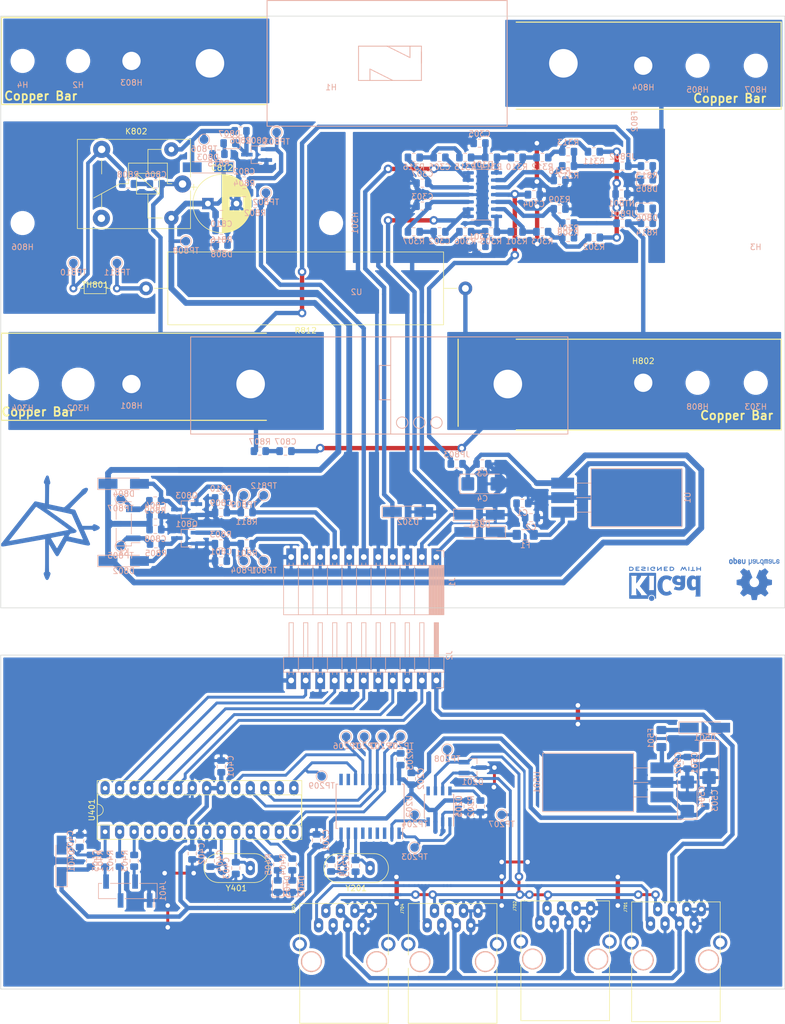
<source format=kicad_pcb>
(kicad_pcb (version 20171130) (host pcbnew 5.1.0)
  (layers (0 F.Cu jumper) (31 B.Cu signal) (34 B.Paste user) (35 F.Paste user hide) (36 B.SilkS user) (37 F.SilkS user) (38 B.Mask user) (39 F.Mask user hide) (44 Edge.Cuts user))
  (net 0 "")
  (net 1 GND)
  (net 2 +5V)
  (net 3 "Net-(C203-Pad1)")
  (net 4 "Net-(C204-Pad1)")
  (net 5 "Net-(C403-Pad1)")
  (net 6 "Net-(C404-Pad1)")
  (net 7 "Net-(C405-Pad2)")
  (net 8 "Net-(D501-Pad1)")
  (net 9 "Net-(R202-Pad1)")
  (net 10 "Net-(R203-Pad2)")
  (net 11 "Net-(J401-Pad3)")
  (net 12 "Net-(J401-Pad2)")
  (net 13 "Net-(D402-Pad2)")
  (net 14 "Net-(D403-Pad2)")
  (net 15 "Net-(C1-Pad1)")
  (net 16 GNDPWR)
  (net 17 "Net-(C501-Pad1)")
  (net 18 /CHARGER/Charge)
  (net 19 "Net-(R812-Pad2)")
  (net 20 /CHARGER/RL_ON)
  (net 21 /CHARGER/RL_OFF)
  (net 22 /CHARGER/+12V)
  (net 23 "Net-(D803-Pad2)")
  (net 24 "Net-(C802-Pad1)")
  (net 25 +12VA)
  (net 26 "Net-(R310-Pad2)")
  (net 27 /CONTROLLER/SCK)
  (net 28 /CONTROLLER/sheet5CA5A59C/CAN_H)
  (net 29 /CONTROLLER/sheet5CA5A59C/CAN_L)
  (net 30 "Net-(R310-Pad1)")
  (net 31 "Net-(R311-Pad1)")
  (net 32 /CHARGER/sig_cap+)
  (net 33 "Net-(C307-Pad1)")
  (net 34 /CHARGER/sheet5CBAED96/in2+)
  (net 35 "Net-(R317-Pad1)")
  (net 36 /CONTROLLER/sheet5CA5A59C/RXCAN)
  (net 37 /CONTROLLER/MISO)
  (net 38 /CONTROLLER/sheet5CA5A59C/TXCAN)
  (net 39 /CONTROLLER/sheet5CA5A59C/INT)
  (net 40 /CONTROLLER/sheet5CA5A59C/CS)
  (net 41 /CHARGER/sheet5CBAED96/in1+)
  (net 42 "Net-(C303-Pad1)")
  (net 43 /CHARGER/sig_bat+)
  (net 44 "Net-(R302-Pad1)")
  (net 45 "Net-(R301-Pad1)")
  (net 46 /CONTROLLER/MOSI)
  (net 47 "Net-(R301-Pad2)")
  (net 48 "Net-(R308-Pad1)")
  (net 49 /CHARGER/+CAP)
  (net 50 "Net-(C302-Pad1)")
  (net 51 /CHARGER/S_RL_ON)
  (net 52 /CHARGER/U_BAT+)
  (net 53 "Net-(D805-Pad2)")
  (net 54 "Net-(C809-Pad1)")
  (net 55 "Net-(D804-Pad2)")
  (net 56 "Net-(C806-Pad2)")
  (net 57 "Net-(C807-Pad2)")
  (net 58 "Net-(D802-Pad2)")
  (net 59 "Net-(C801-Pad1)")
  (net 60 /CONTROLLER/sheet5CA5A59D/LED1)
  (net 61 /CONTROLLER/sheet5CA5A59D/LED2)
  (net 62 /CONTROLLER/sheet5CA5A59D/USART_TX)
  (net 63 "Net-(D808-Pad2)")
  (net 64 "Net-(D806-Pad2)")
  (net 65 "Net-(D807-Pad2)")
  (net 66 "Net-(C305-Pad1)")
  (net 67 /CONTROLLER/sheet5CA5A59D/USART_RX)
  (net 68 GNDA)
  (net 69 "Net-(C306-Pad1)")
  (net 70 /CONTROLLER/sheet5CA5A59D/RESET)
  (net 71 "Net-(C301-Pad1)")
  (net 72 /CHARGER/+18V_IN)
  (net 73 /CHARGER/U_BAT-)
  (net 74 /CONTROLLER/+18V_OUT)
  (net 75 /CONTROLLER/sig_cap+)
  (net 76 /CONTROLLER/sig_bat+)
  (net 77 /CONTROLLER/RL_OFF)
  (net 78 /CONTROLLER/RL_ON)
  (net 79 /CONTROLLER/Charge)
  (net 80 /CHARGER/CH)
  (net 81 "Net-(D1-Pad1)")
  (net 82 "Net-(K1-Pad3)")
  (net 83 "Net-(K1-Pad1)")
  (net 84 "Net-(K802-Pad4)")
  (net 85 "Net-(U201-Pad5)")
  (net 86 "Net-(U202-Pad3)")
  (net 87 "Net-(U202-Pad4)")
  (net 88 "Net-(U202-Pad5)")
  (net 89 "Net-(U202-Pad6)")
  (net 90 "Net-(U202-Pad10)")
  (net 91 "Net-(U202-Pad11)")
  (net 92 "Net-(U401-Pad16)")
  (net 93 "Net-(U401-Pad4)")
  (net 94 "Net-(U401-Pad5)")
  (net 95 "Net-(U401-Pad6)")
  (net 96 "Net-(U401-Pad13)")
  (net 97 "Net-(U401-Pad28)")
  (module Symbol:OSHW-Logo2_9.8x8mm_Copper (layer B.Cu) (at 187.071 12.7)
    (fp_text reference LOGO2 hide)
    (fp_text value Logo_Open_Hardware_Small hide)
    (fp_poly (pts (xy 0.139878 3.712224) (xy 0.245612 3.711645) (xy 0.322132 3.710078) (xy 0.374372 3.707028) (xy 0.407263 3.702004) (xy 0.425737 3.694511) (xy 0.434727 3.684056) (xy 0.439163 3.670147) (xy 0.439594 3.668346) (xy 0.446333 3.635855) (xy 0.458808 3.571748) (xy 0.475719 3.482849) (xy 0.495771 3.375981) (xy 0.517664 3.257967) (xy 0.518429 3.253822) (xy 0.540359 3.138169) (xy 0.560877 3.035986) (xy 0.578659 2.953402) (xy 0.592381 2.896544) (xy 0.600718 2.871542) (xy 0.601116 2.871099) (xy 0.625677 2.85889) (xy 0.676315 2.838544) (xy 0.742095 2.814455) (xy 0.742461 2.814326) (xy 0.825317 2.783182) (xy 0.923 2.743509) (xy 1.015077 2.703619) (xy 1.019434 2.701647) (xy 1.169407 2.63358) (xy 1.501498 2.860361) (xy 1.603374 2.929496) (xy 1.695657 2.991303) (xy 1.773003 3.042267) (xy 1.830064 3.078873) (xy 1.861495 3.097606) (xy 1.864479 3.098996) (xy 1.887321 3.09281) (xy 1.929982 3.062965) (xy 1.994128 3.008053) (xy 2.081421 2.926666) (xy 2.170535 2.840078) (xy 2.256441 2.754753) (xy 2.333327 2.676892) (xy 2.396564 2.611303) (xy 2.441523 2.562795) (xy 2.463576 2.536175) (xy 2.464396 2.534805) (xy 2.466834 2.516537) (xy 2.45765 2.486705) (xy 2.434574 2.441279) (xy 2.395337 2.37623) (xy 2.33767 2.28753) (xy 2.260795 2.173343) (xy 2.19257 2.072838) (xy 2.131582 1.982697) (xy 2.081356 1.908151) (xy 2.045416 1.854435) (xy 2.027287 1.826782) (xy 2.026146 1.824905) (xy 2.028359 1.79841) (xy 2.045138 1.746914) (xy 2.073142 1.680149) (xy 2.083122 1.658828) (xy 2.126672 1.563841) (xy 2.173134 1.456063) (xy 2.210877 1.362808) (xy 2.238073 1.293594) (xy 2.259675 1.240994) (xy 2.272158 1.213503) (xy 2.273709 1.211384) (xy 2.296668 1.207876) (xy 2.350786 1.198262) (xy 2.428868 1.183911) (xy 2.523719 1.166193) (xy 2.628143 1.146475) (xy 2.734944 1.126126) (xy 2.836926 1.106514) (xy 2.926894 1.089009) (xy 2.997653 1.074978) (xy 3.042006 1.065791) (xy 3.052885 1.063193) (xy 3.064122 1.056782) (xy 3.072605 1.042303) (xy 3.078714 1.014867) (xy 3.082832 0.969589) (xy 3.085341 0.90158) (xy 3.086621 0.805953) (xy 3.087054 0.67782) (xy 3.087077 0.625299) (xy 3.087077 0.198155) (xy 2.9845 0.177909) (xy 2.927431 0.16693) (xy 2.842269 0.150905) (xy 2.739372 0.131767) (xy 2.629096 0.111449) (xy 2.598615 0.105868) (xy 2.496855 0.086083) (xy 2.408205 0.066627) (xy 2.340108 0.049303) (xy 2.300004 0.035912) (xy 2.293323 0.031921) (xy 2.276919 0.003658) (xy 2.253399 -0.051109) (xy 2.227316 -0.121588) (xy 2.222142 -0.136769) (xy 2.187956 -0.230896) (xy 2.145523 -0.337101) (xy 2.103997 -0.432473) (xy 2.103792 -0.432916) (xy 2.03464 -0.582525) (xy 2.489512 -1.251617) (xy 2.1975 -1.544116) (xy 2.10918 -1.63117) (xy 2.028625 -1.707909) (xy 1.96036 -1.770237) (xy 1.908908 -1.814056) (xy 1.878794 -1.83527) (xy 1.874474 -1.836616) (xy 1.849111 -1.826016) (xy 1.797358 -1.796547) (xy 1.724868 -1.751705) (xy 1.637294 -1.694984) (xy 1.542612 -1.631462) (xy 1.446516 -1.566668) (xy 1.360837 -1.510287) (xy 1.291016 -1.465788) (xy 1.242494 -1.436639) (xy 1.220782 -1.426308) (xy 1.194293 -1.43505) (xy 1.144062 -1.458087) (xy 1.080451 -1.490631) (xy 1.073708 -1.494249) (xy 0.988046 -1.53721) (xy 0.929306 -1.558279) (xy 0.892772 -1.558503) (xy 0.873731 -1.538928) (xy 0.87362 -1.538654) (xy 0.864102 -1.515472) (xy 0.841403 -1.460441) (xy 0.807282 -1.377822) (xy 0.7635 -1.271872) (xy 0.711816 -1.146852) (xy 0.653992 -1.00702) (xy 0.597991 -0.871637) (xy 0.536447 -0.722234) (xy 0.479939 -0.583832) (xy 0.430161 -0.460673) (xy 0.388806 -0.357002) (xy 0.357568 -0.277059) (xy 0.338141 -0.225088) (xy 0.332154 -0.205692) (xy 0.347168 -0.183443) (xy 0.386439 -0.147982) (xy 0.438807 -0.108887) (xy 0.587941 0.014755) (xy 0.704511 0.156478) (xy 0.787118 0.313296) (xy 0.834366 0.482225) (xy 0.844857 0.660278) (xy 0.837231 0.742461) (xy 0.795682 0.912969) (xy 0.724123 1.063541) (xy 0.626995 1.192691) (xy 0.508734 1.298936) (xy 0.37378 1.38079) (xy 0.226571 1.436768) (xy 0.071544 1.465385) (xy -0.086861 1.465156) (xy -0.244206 1.434595) (xy -0.396054 1.372218) (xy -0.537965 1.27654) (xy -0.597197 1.222428) (xy -0.710797 1.08348) (xy -0.789894 0.931639) (xy -0.835014 0.771333) (xy -0.846684 0.606988) (xy -0.825431 0.443029) (xy -0.77178 0.283882) (xy -0.68626 0.133975) (xy -0.569395 -0.002267) (xy -0.438807 -0.108887) (xy -0.384412 -0.149642) (xy -0.345986 -0.184718) (xy -0.332154 -0.205726) (xy -0.339397 -0.228635) (xy -0.359995 -0.283365) (xy -0.392254 -0.365672) (xy -0.434479 -0.471315) (xy -0.484977 -0.59605) (xy -0.542052 -0.735636) (xy -0.598146 -0.87167) (xy -0.660033 -1.021201) (xy -0.717356 -1.159767) (xy -0.768356 -1.283107) (xy -0.811273 -1.386964) (xy -0.844347 -1.46708) (xy -0.865819 -1.519195) (xy -0.873775 -1.538654) (xy -0.892571 -1.558423) (xy -0.928926 -1.558365) (xy -0.987521 -1.537441) (xy -1.073032 -1.494613) (xy -1.073708 -1.494249) (xy -1.138093 -1.461012) (xy -1.190139 -1.436802) (xy -1.219488 -1.426404) (xy -1.220783 -1.426308) (xy -1.242876 -1.436855) (xy -1.291652 -1.466184) (xy -1.361669 -1.510827) (xy -1.447486 -1.567314) (xy -1.542612 -1.631462) (xy -1.63946 -1.696411) (xy -1.726747 -1.752896) (xy -1.798819 -1.797421) (xy -1.850023 -1.82649) (xy -1.874474 -1.836616) (xy -1.89699 -1.823307) (xy -1.942258 -1.786112) (xy -2.005756 -1.729128) (xy -2.082961 -1.656449) (xy -2.169349 -1.572171) (xy -2.197601 -1.544016) (xy -2.489713 -1.251416) (xy -2.267369 -0.925104) (xy -2.199798 -0.824897) (xy -2.140493 -0.734963) (xy -2.092783 -0.66051) (xy -2.059993 -0.606751) (xy -2.045452 -0.578894) (xy -2.045026 -0.576912) (xy -2.052692 -0.550655) (xy -2.073311 -0.497837) (xy -2.103315 -0.42731) (xy -2.124375 -0.380093) (xy -2.163752 -0.289694) (xy -2.200835 -0.198366) (xy -2.229585 -0.1212) (xy -2.237395 -0.097692) (xy -2.259583 -0.034916) (xy -2.281273 0.013589) (xy -2.293187 0.031921) (xy -2.319477 0.043141) (xy -2.376858 0.059046) (xy -2.457882 0.077833) (xy -2.555105 0.097701) (xy -2.598615 0.105868) (xy -2.709104 0.126171) (xy -2.815084 0.14583) (xy -2.906199 0.162912) (xy -2.972092 0.175482) (xy -2.9845 0.177909) (xy -3.087077 0.198155) (xy -3.087077 0.625299) (xy -3.086847 0.765754) (xy -3.085901 0.872021) (xy -3.083859 0.948987) (xy -3.080338 1.00154) (xy -3.074957 1.034567) (xy -3.067334 1.052955) (xy -3.057088 1.061592) (xy -3.052885 1.063193) (xy -3.02753 1.068873) (xy -2.971516 1.080205) (xy -2.892036 1.095821) (xy -2.796288 1.114353) (xy -2.691467 1.134431) (xy -2.584768 1.154688) (xy -2.483387 1.173754) (xy -2.394521 1.190261) (xy -2.325363 1.202841) (xy -2.283111 1.210125) (xy -2.27371 1.211384) (xy -2.265193 1.228237) (xy -2.24634 1.27313) (xy -2.220676 1.33757) (xy -2.210877 1.362808) (xy -2.171352 1.460314) (xy -2.124808 1.568041) (xy -2.083123 1.658828) (xy -2.05245 1.728247) (xy -2.032044 1.78529) (xy -2.025232 1.820223) (xy -2.026318 1.824905) (xy -2.040715 1.847009) (xy -2.073588 1.896169) (xy -2.12141 1.967152) (xy -2.180652 2.054722) (xy -2.247785 2.153643) (xy -2.261059 2.17317) (xy -2.338954 2.28886) (xy -2.396213 2.376956) (xy -2.435119 2.441514) (xy -2.457956 2.486589) (xy -2.467006 2.516237) (xy -2.464552 2.534515) (xy -2.464489 2.534631) (xy -2.445173 2.558639) (xy -2.402449 2.605053) (xy -2.340949 2.669063) (xy -2.265302 2.745855) (xy -2.180139 2.830618) (xy -2.170535 2.840078) (xy -2.06321 2.944011) (xy -1.980385 3.020325) (xy -1.920395 3.070429) (xy -1.881577 3.09573) (xy -1.86448 3.098996) (xy -1.839527 3.08475) (xy -1.787745 3.051844) (xy -1.71448 3.003792) (xy -1.62508 2.94411) (xy -1.524889 2.876312) (xy -1.501499 2.860361) (xy -1.169407 2.63358) (xy -1.019435 2.701647) (xy -0.92823 2.741315) (xy -0.830331 2.781209) (xy -0.746169 2.813017) (xy -0.742462 2.814326) (xy -0.676631 2.838424) (xy -0.625884 2.8588) (xy -0.601158 2.871064) (xy -0.601116 2.871099) (xy -0.593271 2.893266) (xy -0.579934 2.947783) (xy -0.56243 3.02852) (xy -0.542083 3.12935) (xy -0.520218 3.244144) (xy -0.518429 3.253822) (xy -0.496496 3.372096) (xy -0.47636 3.479458) (xy -0.45932 3.569083) (xy -0.446672 3.634149) (xy -0.439716 3.667832) (xy -0.439594 3.668346) (xy -0.435361 3.682675) (xy -0.427129 3.693493) (xy -0.409967 3.701294) (xy -0.378942 3.706571) (xy -0.329122 3.709818) (xy -0.255576 3.711528) (xy -0.153371 3.712193) (xy -0.017575 3.712307) (xy 0 3.712308) (xy 0.139878 3.712224)) (layer B.Cu) (width 0.01))
    (fp_poly (pts (xy 4.245224 -2.647838) (xy 4.322528 -2.698361) (xy 4.359814 -2.74359) (xy 4.389353 -2.825663) (xy 4.391699 -2.890607) (xy 4.386385 -2.977445) (xy 4.186115 -3.065103) (xy 4.088739 -3.109887) (xy 4.025113 -3.145913) (xy 3.992029 -3.177117) (xy 3.98628 -3.207436) (xy 4.004658 -3.240805) (xy 4.024923 -3.262923) (xy 4.083889 -3.298393) (xy 4.148024 -3.300879) (xy 4.206926 -3.273235) (xy 4.250197 -3.21832) (xy 4.257936 -3.198928) (xy 4.295006 -3.138364) (xy 4.337654 -3.112552) (xy 4.396154 -3.090471) (xy 4.396154 -3.174184) (xy 4.390982 -3.23115) (xy 4.370723 -3.279189) (xy 4.328262 -3.334346) (xy 4.321951 -3.341514) (xy 4.27472 -3.390585) (xy 4.234121 -3.41692) (xy 4.183328 -3.429035) (xy 4.14122 -3.433003) (xy 4.065902 -3.433991) (xy 4.012286 -3.421466) (xy 3.978838 -3.402869) (xy 3.926268 -3.361975) (xy 3.889879 -3.317748) (xy 3.86685 -3.262126) (xy 3.854359 -3.187047) (xy 3.849587 -3.084449) (xy 3.849206 -3.032376) (xy 3.850501 -2.969948) (xy 3.968471 -2.969948) (xy 3.969839 -3.003438) (xy 3.973249 -3.008923) (xy 3.995753 -3.001472) (xy 4.044182 -2.981753) (xy 4.108908 -2.953718) (xy 4.122443 -2.947692) (xy 4.204244 -2.906096) (xy 4.249312 -2.869538) (xy 4.259217 -2.835296) (xy 4.235526 -2.800648) (xy 4.21596 -2.785339) (xy 4.14536 -2.754721) (xy 4.07928 -2.75978) (xy 4.023959 -2.797151) (xy 3.985636 -2.863473) (xy 3.973349 -2.916116) (xy 3.968471 -2.969948) (xy 3.850501 -2.969948) (xy 3.85173 -2.91072) (xy 3.861032 -2.82071) (xy 3.87946 -2.755167) (xy 3.90936 -2.706912) (xy 3.95308 -2.668767) (xy 3.972141 -2.65644) (xy 4.058726 -2.624336) (xy 4.153522 -2.622316) (xy 4.245224 -2.647838)) (layer B.Cu) (width 0.01))
    (fp_poly (pts (xy 3.570807 -2.636782) (xy 3.594161 -2.646988) (xy 3.649902 -2.691134) (xy 3.697569 -2.754967) (xy 3.727048 -2.823087) (xy 3.731846 -2.85667) (xy 3.71576 -2.903556) (xy 3.680475 -2.928365) (xy 3.642644 -2.943387) (xy 3.625321 -2.946155) (xy 3.616886 -2.926066) (xy 3.60023 -2.882351) (xy 3.592923 -2.862598) (xy 3.551948 -2.794271) (xy 3.492622 -2.760191) (xy 3.416552 -2.761239) (xy 3.410918 -2.762581) (xy 3.370305 -2.781836) (xy 3.340448 -2.819375) (xy 3.320055 -2.879809) (xy 3.307836 -2.967751) (xy 3.3025 -3.087813) (xy 3.302 -3.151698) (xy 3.301752 -3.252403) (xy 3.300126 -3.321054) (xy 3.295801 -3.364673) (xy 3.287454 -3.390282) (xy 3.273765 -3.404903) (xy 3.253411 -3.415558) (xy 3.252234 -3.416095) (xy 3.213038 -3.432667) (xy 3.193619 -3.438769) (xy 3.190635 -3.420319) (xy 3.188081 -3.369323) (xy 3.18614 -3.292308) (xy 3.184997 -3.195805) (xy 3.184769 -3.125184) (xy 3.185932 -2.988525) (xy 3.190479 -2.884851) (xy 3.199999 -2.808108) (xy 3.216081 -2.752246) (xy 3.240313 -2.711212) (xy 3.274286 -2.678954) (xy 3.307833 -2.65644) (xy 3.388499 -2.626476) (xy 3.482381 -2.619718) (xy 3.570807 -2.636782)) (layer B.Cu) (width 0.01))
    (fp_poly (pts (xy 2.887333 -2.633528) (xy 2.94359 -2.659117) (xy 2.987747 -2.690124) (xy 3.020101 -2.724795) (xy 3.042438 -2.76952) (xy 3.056546 -2.830692) (xy 3.064211 -2.914701) (xy 3.06722 -3.02794) (xy 3.067538 -3.102509) (xy 3.067538 -3.39342) (xy 3.017773 -3.416095) (xy 2.978576 -3.432667) (xy 2.959157 -3.438769) (xy 2.955442 -3.42061) (xy 2.952495 -3.371648) (xy 2.950691 -3.300153) (xy 2.950308 -3.243385) (xy 2.948661 -3.161371) (xy 2.944222 -3.096309) (xy 2.93774 -3.056467) (xy 2.93259 -3.048) (xy 2.897977 -3.056646) (xy 2.84364 -3.078823) (xy 2.780722 -3.108886) (xy 2.720368 -3.141192) (xy 2.673721 -3.170098) (xy 2.651926 -3.189961) (xy 2.651839 -3.190175) (xy 2.653714 -3.226935) (xy 2.670525 -3.262026) (xy 2.700039 -3.290528) (xy 2.743116 -3.300061) (xy 2.779932 -3.29895) (xy 2.832074 -3.298133) (xy 2.859444 -3.310349) (xy 2.875882 -3.342624) (xy 2.877955 -3.34871) (xy 2.885081 -3.394739) (xy 2.866024 -3.422687) (xy 2.816353 -3.436007) (xy 2.762697 -3.43847) (xy 2.666142 -3.42021) (xy 2.616159 -3.394131) (xy 2.554429 -3.332868) (xy 2.52169 -3.25767) (xy 2.518753 -3.178211) (xy 2.546424 -3.104167) (xy 2.588047 -3.057769) (xy 2.629604 -3.031793) (xy 2.694922 -2.998907) (xy 2.771038 -2.965557) (xy 2.783726 -2.960461) (xy 2.867333 -2.923565) (xy 2.91553 -2.891046) (xy 2.93103 -2.858718) (xy 2.91655 -2.822394) (xy 2.891692 -2.794) (xy 2.832939 -2.759039) (xy 2.768293 -2.756417) (xy 2.709008 -2.783358) (xy 2.666339 -2.837088) (xy 2.660739 -2.85095) (xy 2.628133 -2.901936) (xy 2.58053 -2.939787) (xy 2.520461 -2.97085) (xy 2.520461 -2.882768) (xy 2.523997 -2.828951) (xy 2.539156 -2.786534) (xy 2.572768 -2.741279) (xy 2.605035 -2.70642) (xy 2.655209 -2.657062) (xy 2.694193 -2.630547) (xy 2.736064 -2.619911) (xy 2.78346 -2.618154) (xy 2.887333 -2.633528)) (layer B.Cu) (width 0.01))
    (fp_poly (pts (xy 2.395929 -2.636662) (xy 2.398911 -2.688068) (xy 2.401247 -2.766192) (xy 2.402749 -2.864857) (xy 2.403231 -2.968343) (xy 2.403231 -3.318533) (xy 2.341401 -3.380363) (xy 2.298793 -3.418462) (xy 2.26139 -3.433895) (xy 2.21027 -3.432918) (xy 2.189978 -3.430433) (xy 2.126554 -3.4232) (xy 2.074095 -3.419055) (xy 2.061308 -3.418672) (xy 2.018199 -3.421176) (xy 1.956544 -3.427462) (xy 1.932638 -3.430433) (xy 1.873922 -3.435028) (xy 1.834464 -3.425046) (xy 1.795338 -3.394228) (xy 1.781215 -3.380363) (xy 1.719385 -3.318533) (xy 1.719385 -2.663503) (xy 1.76915 -2.640829) (xy 1.812002 -2.624034) (xy 1.837073 -2.618154) (xy 1.843501 -2.636736) (xy 1.849509 -2.688655) (xy 1.854697 -2.768172) (xy 1.858664 -2.869546) (xy 1.860577 -2.955192) (xy 1.865923 -3.292231) (xy 1.91256 -3.298825) (xy 1.954976 -3.294214) (xy 1.97576 -3.279287) (xy 1.98157 -3.251377) (xy 1.98653 -3.191925) (xy 1.990246 -3.108466) (xy 1.992324 -3.008532) (xy 1.992624 -2.957104) (xy 1.992923 -2.661054) (xy 2.054454 -2.639604) (xy 2.098004 -2.62502) (xy 2.121694 -2.618219) (xy 2.122377 -2.618154) (xy 2.124754 -2.636642) (xy 2.127366 -2.687906) (xy 2.129995 -2.765649) (xy 2.132421 -2.863574) (xy 2.134115 -2.955192) (xy 2.139461 -3.292231) (xy 2.256692 -3.292231) (xy 2.262072 -2.984746) (xy 2.267451 -2.677261) (xy 2.324601 -2.647707) (xy 2.366797 -2.627413) (xy 2.39177 -2.618204) (xy 2.392491 -2.618154) (xy 2.395929 -2.636662)) (layer B.Cu) (width 0.01))
    (fp_poly (pts (xy 1.602081 -2.780289) (xy 1.601833 -2.92632) (xy 1.600872 -3.038655) (xy 1.598794 -3.122678) (xy 1.595193 -3.183769) (xy 1.589665 -3.227309) (xy 1.581804 -3.258679) (xy 1.571207 -3.283262) (xy 1.563182 -3.297294) (xy 1.496728 -3.373388) (xy 1.41247 -3.421084) (xy 1.319249 -3.438199) (xy 1.2259 -3.422546) (xy 1.170312 -3.394418) (xy 1.111957 -3.34576) (xy 1.072186 -3.286333) (xy 1.04819 -3.208507) (xy 1.037161 -3.104652) (xy 1.035599 -3.028462) (xy 1.035809 -3.022986) (xy 1.172308 -3.022986) (xy 1.173141 -3.110355) (xy 1.176961 -3.168192) (xy 1.185746 -3.206029) (xy 1.201474 -3.233398) (xy 1.220266 -3.254042) (xy 1.283375 -3.29389) (xy 1.351137 -3.297295) (xy 1.415179 -3.264025) (xy 1.420164 -3.259517) (xy 1.441439 -3.236067) (xy 1.454779 -3.208166) (xy 1.462001 -3.166641) (xy 1.464923 -3.102316) (xy 1.465385 -3.0312) (xy 1.464383 -2.941858) (xy 1.460238 -2.882258) (xy 1.451236 -2.843089) (xy 1.435667 -2.81504) (xy 1.422902 -2.800144) (xy 1.3636 -2.762575) (xy 1.295301 -2.758057) (xy 1.23011 -2.786753) (xy 1.217528 -2.797406) (xy 1.196111 -2.821063) (xy 1.182744 -2.849251) (xy 1.175566 -2.891245) (xy 1.172719 -2.956319) (xy 1.172308 -3.022986) (xy 1.035809 -3.022986) (xy 1.040322 -2.905765) (xy 1.056362 -2.813577) (xy 1.086528 -2.744269) (xy 1.133629 -2.690211) (xy 1.170312 -2.662505) (xy 1.23699 -2.632572) (xy 1.314272 -2.618678) (xy 1.38611 -2.622397) (xy 1.426308 -2.6374) (xy 1.442082 -2.64167) (xy 1.45255 -2.62575) (xy 1.459856 -2.583089) (xy 1.465385 -2.518106) (xy 1.471437 -2.445732) (xy 1.479844 -2.402187) (xy 1.495141 -2.377287) (xy 1.521864 -2.360845) (xy 1.538654 -2.353564) (xy 1.602154 -2.326963) (xy 1.602081 -2.780289)) (layer B.Cu) (width 0.01))
    (fp_poly (pts (xy 0.713362 -2.62467) (xy 0.802117 -2.657421) (xy 0.874022 -2.71535) (xy 0.902144 -2.756128) (xy 0.932802 -2.830954) (xy 0.932165 -2.885058) (xy 0.899987 -2.921446) (xy 0.888081 -2.927633) (xy 0.836675 -2.946925) (xy 0.810422 -2.941982) (xy 0.80153 -2.909587) (xy 0.801077 -2.891692) (xy 0.784797 -2.825859) (xy 0.742365 -2.779807) (xy 0.683388 -2.757564) (xy 0.617475 -2.763161) (xy 0.563895 -2.792229) (xy 0.545798 -2.80881) (xy 0.532971 -2.828925) (xy 0.524306 -2.859332) (xy 0.518696 -2.906788) (xy 0.515035 -2.97805) (xy 0.512215 -3.079875) (xy 0.511484 -3.112115) (xy 0.50882 -3.22241) (xy 0.505792 -3.300036) (xy 0.50125 -3.351396) (xy 0.494046 -3.38289) (xy 0.483033 -3.40092) (xy 0.46706 -3.411888) (xy 0.456834 -3.416733) (xy 0.413406 -3.433301) (xy 0.387842 -3.438769) (xy 0.379395 -3.420507) (xy 0.374239 -3.365296) (xy 0.372346 -3.272499) (xy 0.373689 -3.141478) (xy 0.374107 -3.121269) (xy 0.377058 -3.001733) (xy 0.380548 -2.914449) (xy 0.385514 -2.852591) (xy 0.392893 -2.809336) (xy 0.403624 -2.77786) (xy 0.418645 -2.751339) (xy 0.426502 -2.739975) (xy 0.471553 -2.689692) (xy 0.52194 -2.650581) (xy 0.528108 -2.647167) (xy 0.618458 -2.620212) (xy 0.713362 -2.62467)) (layer B.Cu) (width 0.01))
    (fp_poly (pts (xy 0.053501 -2.626303) (xy 0.13006 -2.654733) (xy 0.130936 -2.655279) (xy 0.178285 -2.690127) (xy 0.213241 -2.730852) (xy 0.237825 -2.783925) (xy 0.254062 -2.855814) (xy 0.263975 -2.952992) (xy 0.269586 -3.081928) (xy 0.270077 -3.100298) (xy 0.277141 -3.377287) (xy 0.217695 -3.408028) (xy 0.174681 -3.428802) (xy 0.14871 -3.438646) (xy 0.147509 -3.438769) (xy 0.143014 -3.420606) (xy 0.139444 -3.371612) (xy 0.137248 -3.300031) (xy 0.136769 -3.242068) (xy 0.136758 -3.14817) (xy 0.132466 -3.089203) (xy 0.117503 -3.061079) (xy 0.085482 -3.059706) (xy 0.030014 -3.080998) (xy -0.053731 -3.120136) (xy -0.115311 -3.152643) (xy -0.146983 -3.180845) (xy -0.156294 -3.211582) (xy -0.156308 -3.213104) (xy -0.140943 -3.266054) (xy -0.095453 -3.29466) (xy -0.025834 -3.298803) (xy 0.024313 -3.298084) (xy 0.050754 -3.312527) (xy 0.067243 -3.347218) (xy 0.076733 -3.391416) (xy 0.063057 -3.416493) (xy 0.057907 -3.420082) (xy 0.009425 -3.434496) (xy -0.058469 -3.436537) (xy -0.128388 -3.426983) (xy -0.177932 -3.409522) (xy -0.24643 -3.351364) (xy -0.285366 -3.270408) (xy -0.293077 -3.20716) (xy -0.287193 -3.150111) (xy -0.265899 -3.103542) (xy -0.223735 -3.062181) (xy -0.155241 -3.020755) (xy -0.054956 -2.973993) (xy -0.048846 -2.97135) (xy 0.04149 -2.929617) (xy 0.097235 -2.895391) (xy 0.121129 -2.864635) (xy 0.115913 -2.833311) (xy 0.084328 -2.797383) (xy 0.074883 -2.789116) (xy 0.011617 -2.757058) (xy -0.053936 -2.758407) (xy -0.111028 -2.789838) (xy -0.148907 -2.848024) (xy -0.152426 -2.859446) (xy -0.1867 -2.914837) (xy -0.230191 -2.941518) (xy -0.293077 -2.96796) (xy -0.293077 -2.899548) (xy -0.273948 -2.80011) (xy -0.217169 -2.708902) (xy -0.187622 -2.678389) (xy -0.120458 -2.639228) (xy -0.035044 -2.6215) (xy 0.053501 -2.626303)) (layer B.Cu) (width 0.01))
    (fp_poly (pts (xy -0.840154 -2.49212) (xy -0.834428 -2.57198) (xy -0.827851 -2.619039) (xy -0.818738 -2.639566) (xy -0.805402 -2.639829) (xy -0.801077 -2.637378) (xy -0.743556 -2.619636) (xy -0.668732 -2.620672) (xy -0.592661 -2.63891) (xy -0.545082 -2.662505) (xy -0.496298 -2.700198) (xy -0.460636 -2.742855) (xy -0.436155 -2.797057) (xy -0.420913 -2.869384) (xy -0.41297 -2.966419) (xy -0.410384 -3.094742) (xy -0.410338 -3.119358) (xy -0.410308 -3.39587) (xy -0.471839 -3.41732) (xy -0.515541 -3.431912) (xy -0.539518 -3.438706) (xy -0.540223 -3.438769) (xy -0.542585 -3.420345) (xy -0.544594 -3.369526) (xy -0.546099 -3.292993) (xy -0.546947 -3.19743) (xy -0.547077 -3.139329) (xy -0.547349 -3.024771) (xy -0.548748 -2.942667) (xy -0.552151 -2.886393) (xy -0.558433 -2.849326) (xy -0.568471 -2.824844) (xy -0.583139 -2.806325) (xy -0.592298 -2.797406) (xy -0.655211 -2.761466) (xy -0.723864 -2.758775) (xy -0.786152 -2.78917) (xy -0.797671 -2.800144) (xy -0.814567 -2.820779) (xy -0.826286 -2.845256) (xy -0.833767 -2.880647) (xy -0.837946 -2.934026) (xy -0.839763 -3.012466) (xy -0.840154 -3.120617) (xy -0.840154 -3.39587) (xy -0.901685 -3.41732) (xy -0.945387 -3.431912) (xy -0.969364 -3.438706) (xy -0.97007 -3.438769) (xy -0.971874 -3.420069) (xy -0.9735 -3.367322) (xy -0.974883 -3.285557) (xy -0.975958 -3.179805) (xy -0.97666 -3.055094) (xy -0.976923 -2.916455) (xy -0.976923 -2.381806) (xy -0.849923 -2.328236) (xy -0.840154 -2.49212)) (layer B.Cu) (width 0.01))
    (fp_poly (pts (xy -2.465746 -2.599745) (xy -2.388714 -2.651567) (xy -2.329184 -2.726412) (xy -2.293622 -2.821654) (xy -2.286429 -2.891756) (xy -2.287246 -2.921009) (xy -2.294086 -2.943407) (xy -2.312888 -2.963474) (xy -2.349592 -2.985733) (xy -2.410138 -3.014709) (xy -2.500466 -3.054927) (xy -2.500923 -3.055129) (xy -2.584067 -3.09321) (xy -2.652247 -3.127025) (xy -2.698495 -3.152933) (xy -2.715842 -3.167295) (xy -2.715846 -3.167411) (xy -2.700557 -3.198685) (xy -2.664804 -3.233157) (xy -2.623758 -3.25799) (xy -2.602963 -3.262923) (xy -2.54623 -3.245862) (xy -2.497373 -3.203133) (xy -2.473535 -3.156155) (xy -2.450603 -3.121522) (xy -2.405682 -3.082081) (xy -2.352877 -3.048009) (xy -2.30629 -3.02948) (xy -2.296548 -3.028462) (xy -2.285582 -3.045215) (xy -2.284921 -3.088039) (xy -2.29298 -3.145781) (xy -2.308173 -3.207289) (xy -2.328914 -3.261409) (xy -2.329962 -3.26351) (xy -2.392379 -3.35066) (xy -2.473274 -3.409939) (xy -2.565144 -3.439034) (xy -2.660487 -3.435634) (xy -2.751802 -3.397428) (xy -2.755862 -3.394741) (xy -2.827694 -3.329642) (xy -2.874927 -3.244705) (xy -2.901066 -3.133021) (xy -2.904574 -3.101643) (xy -2.910787 -2.953536) (xy -2.903339 -2.884468) (xy -2.715846 -2.884468) (xy -2.71341 -2.927552) (xy -2.700086 -2.940126) (xy -2.666868 -2.930719) (xy -2.614506 -2.908483) (xy -2.555976 -2.88061) (xy -2.554521 -2.879872) (xy -2.504911 -2.853777) (xy -2.485 -2.836363) (xy -2.48991 -2.818107) (xy -2.510584 -2.79412) (xy -2.563181 -2.759406) (xy -2.619823 -2.756856) (xy -2.670631 -2.782119) (xy -2.705724 -2.830847) (xy -2.715846 -2.884468) (xy -2.903339 -2.884468) (xy -2.898008 -2.835036) (xy -2.865222 -2.741055) (xy -2.819579 -2.675215) (xy -2.737198 -2.608681) (xy -2.646454 -2.575676) (xy -2.553815 -2.573573) (xy -2.465746 -2.599745)) (layer B.Cu) (width 0.01))
    (fp_poly (pts (xy -3.983114 -2.587256) (xy -3.891536 -2.635409) (xy -3.823951 -2.712905) (xy -3.799943 -2.762727) (xy -3.781262 -2.837533) (xy -3.771699 -2.932052) (xy -3.770792 -3.03521) (xy -3.778079 -3.135935) (xy -3.793097 -3.223153) (xy -3.815385 -3.285791) (xy -3.822235 -3.296579) (xy -3.903368 -3.377105) (xy -3.999734 -3.425336) (xy -4.104299 -3.43945) (xy -4.210032 -3.417629) (xy -4.239457 -3.404547) (xy -4.296759 -3.364231) (xy -4.34705 -3.310775) (xy -4.351803 -3.303995) (xy -4.371122 -3.271321) (xy -4.383892 -3.236394) (xy -4.391436 -3.190414) (xy -4.395076 -3.124584) (xy -4.396135 -3.030105) (xy -4.396154 -3.008923) (xy -4.396106 -3.002182) (xy -4.200769 -3.002182) (xy -4.199632 -3.091349) (xy -4.195159 -3.15052) (xy -4.185754 -3.188741) (xy -4.169824 -3.215053) (xy -4.161692 -3.223846) (xy -4.114942 -3.257261) (xy -4.069553 -3.255737) (xy -4.02366 -3.226752) (xy -3.996288 -3.195809) (xy -3.980077 -3.150643) (xy -3.970974 -3.07942) (xy -3.970349 -3.071114) (xy -3.968796 -2.942037) (xy -3.985035 -2.846172) (xy -4.018848 -2.784107) (xy -4.070016 -2.756432) (xy -4.08828 -2.754923) (xy -4.13624 -2.762513) (xy -4.169047 -2.788808) (xy -4.189105 -2.839095) (xy -4.198822 -2.918664) (xy -4.200769 -3.002182) (xy -4.396106 -3.002182) (xy -4.395426 -2.908249) (xy -4.392371 -2.837906) (xy -4.385678 -2.789163) (xy -4.37404 -2.753288) (xy -4.356147 -2.721548) (xy -4.352192 -2.715648) (xy -4.285733 -2.636104) (xy -4.213315 -2.589929) (xy -4.125151 -2.571599) (xy -4.095213 -2.570703) (xy -3.983114 -2.587256)) (layer B.Cu) (width 0.01))
    (fp_poly (pts (xy -1.728336 -2.595089) (xy -1.665633 -2.631358) (xy -1.622039 -2.667358) (xy -1.590155 -2.705075) (xy -1.56819 -2.751199) (xy -1.554351 -2.812421) (xy -1.546847 -2.895431) (xy -1.543883 -3.006919) (xy -1.543539 -3.087062) (xy -1.543539 -3.382065) (xy -1.709615 -3.456515) (xy -1.719385 -3.133402) (xy -1.723421 -3.012729) (xy -1.727656 -2.925141) (xy -1.732903 -2.86465) (xy -1.739975 -2.825268) (xy -1.749689 -2.801007) (xy -1.762856 -2.78588) (xy -1.767081 -2.782606) (xy -1.831091 -2.757034) (xy -1.895792 -2.767153) (xy -1.934308 -2.794) (xy -1.949975 -2.813024) (xy -1.96082 -2.837988) (xy -1.967712 -2.875834) (xy -1.971521 -2.933502) (xy -1.973117 -3.017935) (xy -1.973385 -3.105928) (xy -1.973437 -3.216323) (xy -1.975328 -3.294463) (xy -1.981655 -3.347165) (xy -1.995017 -3.381242) (xy -2.018015 -3.403511) (xy -2.053246 -3.420787) (xy -2.100303 -3.438738) (xy -2.151697 -3.458278) (xy -2.145579 -3.111485) (xy -2.143116 -2.986468) (xy -2.140233 -2.894082) (xy -2.136102 -2.827881) (xy -2.129893 -2.78142) (xy -2.120774 -2.748256) (xy -2.107917 -2.721944) (xy -2.092416 -2.698729) (xy -2.017629 -2.624569) (xy -1.926372 -2.581684) (xy -1.827117 -2.571412) (xy -1.728336 -2.595089)) (layer B.Cu) (width 0.01))
    (fp_poly (pts (xy -3.231114 -2.584505) (xy -3.156461 -2.621727) (xy -3.090569 -2.690261) (xy -3.072423 -2.715648) (xy -3.052655 -2.748866) (xy -3.039828 -2.784945) (xy -3.03249 -2.833098) (xy -3.029187 -2.902536) (xy -3.028462 -2.994206) (xy -3.031737 -3.11983) (xy -3.043123 -3.214154) (xy -3.064959 -3.284523) (xy -3.099581 -3.338286) (xy -3.14933 -3.382788) (xy -3.152986 -3.385423) (xy -3.202015 -3.412377) (xy -3.261055 -3.425712) (xy -3.336141 -3.429) (xy -3.458205 -3.429) (xy -3.458256 -3.547497) (xy -3.459392 -3.613492) (xy -3.466314 -3.652202) (xy -3.484402 -3.675419) (xy -3.519038 -3.694933) (xy -3.527355 -3.69892) (xy -3.56628 -3.717603) (xy -3.596417 -3.729403) (xy -3.618826 -3.730422) (xy -3.634567 -3.716761) (xy -3.644698 -3.684522) (xy -3.650277 -3.629804) (xy -3.652365 -3.548711) (xy -3.652019 -3.437344) (xy -3.6503 -3.291802) (xy -3.649763 -3.248269) (xy -3.647828 -3.098205) (xy -3.646096 -3.000042) (xy -3.458308 -3.000042) (xy -3.457252 -3.083364) (xy -3.452562 -3.13788) (xy -3.441949 -3.173837) (xy -3.423128 -3.201482) (xy -3.41035 -3.214965) (xy -3.35811 -3.254417) (xy -3.311858 -3.257628) (xy -3.264133 -3.225049) (xy -3.262923 -3.223846) (xy -3.243506 -3.198668) (xy -3.231693 -3.164447) (xy -3.225735 -3.111748) (xy -3.22388 -3.031131) (xy -3.223846 -3.013271) (xy -3.22833 -2.902175) (xy -3.242926 -2.825161) (xy -3.26935 -2.778147) (xy -3.309317 -2.75705) (xy -3.332416 -2.754923) (xy -3.387238 -2.7649) (xy -3.424842 -2.797752) (xy -3.447477 -2.857857) (xy -3.457394 -2.949598) (xy -3.458308 -3.000042) (xy -3.646096 -3.000042) (xy -3.645778 -2.98206) (xy -3.643127 -2.894679) (xy -3.639394 -2.830905) (xy -3.634093 -2.785582) (xy -3.626742 -2.753555) (xy -3.616857 -2.729668) (xy -3.603954 -2.708764) (xy -3.598421 -2.700898) (xy -3.525031 -2.626595) (xy -3.43224 -2.584467) (xy -3.324904 -2.572722) (xy -3.231114 -2.584505)) (layer B.Cu) (width 0.01))
  )
  (module Symbol:KiCad-Logo2_5mm_Copper (layer B.Cu) (at 171.45 13.589)
    (fp_text reference LOGO3 hide)
    (fp_text value Logo_Open_Hardware_Small hide)
    (fp_poly (pts (xy 6.228823 -2.274533) (xy 6.260202 -2.296776) (xy 6.287911 -2.324485) (xy 6.287911 -2.63392) (xy 6.287838 -2.725799) (xy 6.287495 -2.79784) (xy 6.286692 -2.85278) (xy 6.285241 -2.89336) (xy 6.282952 -2.922317) (xy 6.279636 -2.942391) (xy 6.275105 -2.956321) (xy 6.269169 -2.966845) (xy 6.264514 -2.9731) (xy 6.233783 -2.997673) (xy 6.198496 -3.000341) (xy 6.166245 -2.985271) (xy 6.155588 -2.976374) (xy 6.148464 -2.964557) (xy 6.144167 -2.945526) (xy 6.141991 -2.914992) (xy 6.141228 -2.868662) (xy 6.141155 -2.832871) (xy 6.141155 -2.698045) (xy 5.644444 -2.698045) (xy 5.644444 -2.8207) (xy 5.643931 -2.876787) (xy 5.641876 -2.915333) (xy 5.637508 -2.941361) (xy 5.630056 -2.959897) (xy 5.621047 -2.9731) (xy 5.590144 -2.997604) (xy 5.555196 -3.000506) (xy 5.521738 -2.983089) (xy 5.512604 -2.973959) (xy 5.506152 -2.961855) (xy 5.501897 -2.943001) (xy 5.499352 -2.91362) (xy 5.498029 -2.869937) (xy 5.497443 -2.808175) (xy 5.497375 -2.794) (xy 5.496891 -2.677631) (xy 5.496641 -2.581727) (xy 5.496723 -2.504177) (xy 5.497231 -2.442869) (xy 5.498262 -2.39569) (xy 5.499913 -2.36053) (xy 5.502279 -2.335276) (xy 5.505457 -2.317817) (xy 5.509544 -2.306041) (xy 5.514634 -2.297835) (xy 5.520266 -2.291645) (xy 5.552128 -2.271844) (xy 5.585357 -2.274533) (xy 5.616735 -2.296776) (xy 5.629433 -2.311126) (xy 5.637526 -2.326978) (xy 5.642042 -2.349554) (xy 5.644006 -2.384078) (xy 5.644444 -2.435776) (xy 5.644444 -2.551289) (xy 6.141155 -2.551289) (xy 6.141155 -2.432756) (xy 6.141662 -2.378148) (xy 6.143698 -2.341275) (xy 6.148035 -2.317307) (xy 6.155447 -2.301415) (xy 6.163733 -2.291645) (xy 6.195594 -2.271844) (xy 6.228823 -2.274533)) (layer B.Cu) (width 0.01))
    (fp_poly (pts (xy 4.963065 -2.269163) (xy 5.041772 -2.269542) (xy 5.102863 -2.270333) (xy 5.148817 -2.27167) (xy 5.182114 -2.273683) (xy 5.205236 -2.276506) (xy 5.220662 -2.280269) (xy 5.230871 -2.285105) (xy 5.235813 -2.288822) (xy 5.261457 -2.321358) (xy 5.264559 -2.355138) (xy 5.248711 -2.385826) (xy 5.238348 -2.398089) (xy 5.227196 -2.40645) (xy 5.211035 -2.411657) (xy 5.185642 -2.414457) (xy 5.146798 -2.415596) (xy 5.09028 -2.415821) (xy 5.07918 -2.415822) (xy 4.933244 -2.415822) (xy 4.933244 -2.686756) (xy 4.933148 -2.772154) (xy 4.932711 -2.837864) (xy 4.931712 -2.886774) (xy 4.929928 -2.921773) (xy 4.927137 -2.945749) (xy 4.923117 -2.961593) (xy 4.917645 -2.972191) (xy 4.910666 -2.980267) (xy 4.877734 -3.000112) (xy 4.843354 -2.998548) (xy 4.812176 -2.975906) (xy 4.809886 -2.9731) (xy 4.802429 -2.962492) (xy 4.796747 -2.950081) (xy 4.792601 -2.93285) (xy 4.78975 -2.907784) (xy 4.787954 -2.871867) (xy 4.786972 -2.822083) (xy 4.786564 -2.755417) (xy 4.786489 -2.679589) (xy 4.786489 -2.415822) (xy 4.647127 -2.415822) (xy 4.587322 -2.415418) (xy 4.545918 -2.41384) (xy 4.518748 -2.410547) (xy 4.501646 -2.404992) (xy 4.490443 -2.396631) (xy 4.489083 -2.395178) (xy 4.472725 -2.361939) (xy 4.474172 -2.324362) (xy 4.492978 -2.291645) (xy 4.50025 -2.285298) (xy 4.509627 -2.280266) (xy 4.523609 -2.276396) (xy 4.544696 -2.273537) (xy 4.575389 -2.271535) (xy 4.618189 -2.270239) (xy 4.675595 -2.269498) (xy 4.75011 -2.269158) (xy 4.844233 -2.269068) (xy 4.86426 -2.269067) (xy 4.963065 -2.269163)) (layer B.Cu) (width 0.01))
    (fp_poly (pts (xy 4.188614 -2.275877) (xy 4.212327 -2.290647) (xy 4.238978 -2.312227) (xy 4.238978 -2.633773) (xy 4.238893 -2.72783) (xy 4.238529 -2.801932) (xy 4.237724 -2.858704) (xy 4.236313 -2.900768) (xy 4.234133 -2.930748) (xy 4.231021 -2.951267) (xy 4.226814 -2.964949) (xy 4.221348 -2.974416) (xy 4.217472 -2.979082) (xy 4.186034 -2.999575) (xy 4.150233 -2.998739) (xy 4.118873 -2.981264) (xy 4.092222 -2.959684) (xy 4.092222 -2.312227) (xy 4.118873 -2.290647) (xy 4.144594 -2.274949) (xy 4.1656 -2.269067) (xy 4.188614 -2.275877)) (layer B.Cu) (width 0.01))
    (fp_poly (pts (xy 3.744665 -2.271034) (xy 3.764255 -2.278035) (xy 3.76501 -2.278377) (xy 3.791613 -2.298678) (xy 3.80627 -2.319561) (xy 3.809138 -2.329352) (xy 3.808996 -2.342361) (xy 3.804961 -2.360895) (xy 3.796146 -2.387257) (xy 3.781669 -2.423752) (xy 3.760645 -2.472687) (xy 3.732188 -2.536365) (xy 3.695415 -2.617093) (xy 3.675175 -2.661216) (xy 3.638625 -2.739985) (xy 3.604315 -2.812423) (xy 3.573552 -2.87588) (xy 3.547648 -2.927708) (xy 3.52791 -2.965259) (xy 3.51565 -2.985884) (xy 3.513224 -2.988733) (xy 3.482183 -3.001302) (xy 3.447121 -2.999619) (xy 3.419 -2.984332) (xy 3.417854 -2.983089) (xy 3.406668 -2.966154) (xy 3.387904 -2.93317) (xy 3.363875 -2.88838) (xy 3.336897 -2.836032) (xy 3.327201 -2.816742) (xy 3.254014 -2.67015) (xy 3.17424 -2.829393) (xy 3.145767 -2.884415) (xy 3.11935 -2.932132) (xy 3.097148 -2.968893) (xy 3.081319 -2.991044) (xy 3.075954 -2.995741) (xy 3.034257 -3.002102) (xy 2.999849 -2.988733) (xy 2.989728 -2.974446) (xy 2.972214 -2.942692) (xy 2.948735 -2.896597) (xy 2.92072 -2.839285) (xy 2.889599 -2.77388) (xy 2.856799 -2.703507) (xy 2.82375 -2.631291) (xy 2.791881 -2.560355) (xy 2.762619 -2.493825) (xy 2.737395 -2.434826) (xy 2.717636 -2.386481) (xy 2.704772 -2.351915) (xy 2.700231 -2.334253) (xy 2.700277 -2.333613) (xy 2.711326 -2.311388) (xy 2.73341 -2.288753) (xy 2.73471 -2.287768) (xy 2.761853 -2.272425) (xy 2.786958 -2.272574) (xy 2.796368 -2.275466) (xy 2.807834 -2.281718) (xy 2.82001 -2.294014) (xy 2.834357 -2.314908) (xy 2.852336 -2.346949) (xy 2.875407 -2.392688) (xy 2.90503 -2.454677) (xy 2.931745 -2.511898) (xy 2.96248 -2.578226) (xy 2.990021 -2.637874) (xy 3.012938 -2.687725) (xy 3.029798 -2.724664) (xy 3.039173 -2.745573) (xy 3.04054 -2.748845) (xy 3.046689 -2.743497) (xy 3.060822 -2.721109) (xy 3.081057 -2.684946) (xy 3.105515 -2.638277) (xy 3.115248 -2.619022) (xy 3.148217 -2.554004) (xy 3.173643 -2.506654) (xy 3.193612 -2.474219) (xy 3.21021 -2.453946) (xy 3.225524 -2.443082) (xy 3.24164 -2.438875) (xy 3.252143 -2.4384) (xy 3.27067 -2.440042) (xy 3.286904 -2.446831) (xy 3.303035 -2.461566) (xy 3.321251 -2.487044) (xy 3.343739 -2.526061) (xy 3.372689 -2.581414) (xy 3.388662 -2.612903) (xy 3.41457 -2.663087) (xy 3.437167 -2.704704) (xy 3.454458 -2.734242) (xy 3.46445 -2.748189) (xy 3.465809 -2.74877) (xy 3.472261 -2.737793) (xy 3.486708 -2.70929) (xy 3.507703 -2.666244) (xy 3.533797 -2.611638) (xy 3.563546 -2.548454) (xy 3.57818 -2.517071) (xy 3.61625 -2.436078) (xy 3.646905 -2.373756) (xy 3.671737 -2.328071) (xy 3.692337 -2.296989) (xy 3.710298 -2.278478) (xy 3.72721 -2.270504) (xy 3.744665 -2.271034)) (layer B.Cu) (width 0.01))
    (fp_poly (pts (xy 1.018309 -2.269275) (xy 1.147288 -2.273636) (xy 1.256991 -2.286861) (xy 1.349226 -2.309741) (xy 1.425802 -2.34307) (xy 1.488527 -2.387638) (xy 1.539212 -2.444236) (xy 1.579663 -2.513658) (xy 1.580459 -2.515351) (xy 1.604601 -2.577483) (xy 1.613203 -2.632509) (xy 1.606231 -2.687887) (xy 1.583654 -2.751073) (xy 1.579372 -2.760689) (xy 1.550172 -2.816966) (xy 1.517356 -2.860451) (xy 1.475002 -2.897417) (xy 1.41719 -2.934135) (xy 1.413831 -2.936052) (xy 1.363504 -2.960227) (xy 1.306621 -2.978282) (xy 1.239527 -2.990839) (xy 1.158565 -2.998522) (xy 1.060082 -3.001953) (xy 1.025286 -3.002251) (xy 0.859594 -3.002845) (xy 0.836197 -2.9731) (xy 0.829257 -2.963319) (xy 0.823842 -2.951897) (xy 0.819765 -2.936095) (xy 0.816837 -2.913175) (xy 0.814867 -2.880396) (xy 0.814225 -2.856089) (xy 0.970844 -2.856089) (xy 1.064726 -2.856089) (xy 1.119664 -2.854483) (xy 1.17606 -2.850255) (xy 1.222345 -2.844292) (xy 1.225139 -2.84379) (xy 1.307348 -2.821736) (xy 1.371114 -2.7886) (xy 1.418452 -2.742847) (xy 1.451382 -2.682939) (xy 1.457108 -2.667061) (xy 1.462721 -2.642333) (xy 1.460291 -2.617902) (xy 1.448467 -2.5854) (xy 1.44134 -2.569434) (xy 1.418 -2.527006) (xy 1.38988 -2.49724) (xy 1.35894 -2.476511) (xy 1.296966 -2.449537) (xy 1.217651 -2.429998) (xy 1.125253 -2.418746) (xy 1.058333 -2.41627) (xy 0.970844 -2.415822) (xy 0.970844 -2.856089) (xy 0.814225 -2.856089) (xy 0.813668 -2.835021) (xy 0.81305 -2.774311) (xy 0.812825 -2.695526) (xy 0.8128 -2.63392) (xy 0.8128 -2.324485) (xy 0.840509 -2.296776) (xy 0.852806 -2.285544) (xy 0.866103 -2.277853) (xy 0.884672 -2.27304) (xy 0.912786 -2.270446) (xy 0.954717 -2.26941) (xy 1.014737 -2.26927) (xy 1.018309 -2.269275)) (layer B.Cu) (width 0.01))
    (fp_poly (pts (xy 0.230343 -2.26926) (xy 0.306701 -2.270174) (xy 0.365217 -2.272311) (xy 0.408255 -2.276175) (xy 0.438183 -2.282267) (xy 0.457368 -2.29109) (xy 0.468176 -2.303146) (xy 0.472973 -2.318939) (xy 0.474127 -2.33897) (xy 0.474133 -2.341335) (xy 0.473131 -2.363992) (xy 0.468396 -2.381503) (xy 0.457333 -2.394574) (xy 0.437348 -2.403913) (xy 0.405846 -2.410227) (xy 0.360232 -2.414222) (xy 0.297913 -2.416606) (xy 0.216293 -2.418086) (xy 0.191277 -2.418414) (xy -0.0508 -2.421467) (xy -0.054186 -2.486378) (xy -0.057571 -2.551289) (xy 0.110576 -2.551289) (xy 0.176266 -2.551531) (xy 0.223172 -2.552556) (xy 0.255083 -2.554811) (xy 0.275791 -2.558742) (xy 0.289084 -2.564798) (xy 0.298755 -2.573424) (xy 0.298817 -2.573493) (xy 0.316356 -2.607112) (xy 0.315722 -2.643448) (xy 0.297314 -2.674423) (xy 0.293671 -2.677607) (xy 0.280741 -2.685812) (xy 0.263024 -2.691521) (xy 0.23657 -2.695162) (xy 0.197432 -2.697167) (xy 0.141662 -2.697964) (xy 0.105994 -2.698045) (xy -0.056445 -2.698045) (xy -0.056445 -2.856089) (xy 0.190161 -2.856089) (xy 0.27158 -2.856231) (xy 0.33341 -2.856814) (xy 0.378637 -2.858068) (xy 0.410248 -2.860227) (xy 0.431231 -2.863523) (xy 0.444573 -2.868189) (xy 0.453261 -2.874457) (xy 0.45545 -2.876733) (xy 0.471614 -2.90828) (xy 0.472797 -2.944168) (xy 0.459536 -2.975285) (xy 0.449043 -2.985271) (xy 0.438129 -2.990769) (xy 0.421217 -2.995022) (xy 0.395633 -2.99818) (xy 0.358701 -3.000392) (xy 0.307746 -3.001806) (xy 0.240094 -3.002572) (xy 0.153069 -3.002838) (xy 0.133394 -3.002845) (xy 0.044911 -3.002787) (xy -0.023773 -3.002467) (xy -0.075436 -3.001667) (xy -0.112855 -3.000167) (xy -0.13881 -2.997749) (xy -0.156078 -2.994194) (xy -0.167438 -2.989282) (xy -0.175668 -2.982795) (xy -0.180183 -2.978138) (xy -0.186979 -2.969889) (xy -0.192288 -2.959669) (xy -0.196294 -2.9448) (xy -0.199179 -2.922602) (xy -0.201126 -2.890393) (xy -0.202319 -2.845496) (xy -0.202939 -2.785228) (xy -0.203171 -2.706911) (xy -0.2032 -2.640994) (xy -0.203129 -2.548628) (xy -0.202792 -2.476117) (xy -0.202002 -2.420737) (xy -0.200574 -2.379765) (xy -0.198321 -2.350478) (xy -0.195057 -2.330153) (xy -0.190596 -2.316066) (xy -0.184752 -2.305495) (xy -0.179803 -2.298811) (xy -0.156406 -2.269067) (xy 0.133774 -2.269067) (xy 0.230343 -2.26926)) (layer B.Cu) (width 0.01))
    (fp_poly (pts (xy -1.300114 -2.273448) (xy -1.276548 -2.287273) (xy -1.245735 -2.309881) (xy -1.206078 -2.342338) (xy -1.15598 -2.385708) (xy -1.093843 -2.441058) (xy -1.018072 -2.509451) (xy -0.931334 -2.588084) (xy -0.750711 -2.751878) (xy -0.745067 -2.532029) (xy -0.743029 -2.456351) (xy -0.741063 -2.399994) (xy -0.738734 -2.359706) (xy -0.735606 -2.332235) (xy -0.731245 -2.314329) (xy -0.725216 -2.302737) (xy -0.717084 -2.294208) (xy -0.712772 -2.290623) (xy -0.678241 -2.27167) (xy -0.645383 -2.274441) (xy -0.619318 -2.290633) (xy -0.592667 -2.312199) (xy -0.589352 -2.627151) (xy -0.588435 -2.719779) (xy -0.587968 -2.792544) (xy -0.588113 -2.848161) (xy -0.589032 -2.889342) (xy -0.590887 -2.918803) (xy -0.593839 -2.939255) (xy -0.59805 -2.953413) (xy -0.603682 -2.963991) (xy -0.609927 -2.972474) (xy -0.623439 -2.988207) (xy -0.636883 -2.998636) (xy -0.652124 -3.002639) (xy -0.671026 -2.999094) (xy -0.695455 -2.986879) (xy -0.727273 -2.964871) (xy -0.768348 -2.931949) (xy -0.820542 -2.886991) (xy -0.885722 -2.828875) (xy -0.959556 -2.762099) (xy -1.224845 -2.521458) (xy -1.230489 -2.740589) (xy -1.232531 -2.816128) (xy -1.234502 -2.872354) (xy -1.236839 -2.912524) (xy -1.239981 -2.939896) (xy -1.244364 -2.957728) (xy -1.250424 -2.969279) (xy -1.2586 -2.977807) (xy -1.262784 -2.981282) (xy -1.299765 -3.000372) (xy -1.334708 -2.997493) (xy -1.365136 -2.9731) (xy -1.372097 -2.963286) (xy -1.377523 -2.951826) (xy -1.381603 -2.935968) (xy -1.384529 -2.912963) (xy -1.386492 -2.880062) (xy -1.387683 -2.834516) (xy -1.388292 -2.773573) (xy -1.388511 -2.694486) (xy -1.388534 -2.635956) (xy -1.38846 -2.544407) (xy -1.388113 -2.472687) (xy -1.387301 -2.418045) (xy -1.385833 -2.377732) (xy -1.383519 -2.348998) (xy -1.380167 -2.329093) (xy -1.375588 -2.315268) (xy -1.369589 -2.304772) (xy -1.365136 -2.298811) (xy -1.35385 -2.284691) (xy -1.343301 -2.274029) (xy -1.331893 -2.267892) (xy -1.31803 -2.267343) (xy -1.300114 -2.273448)) (layer B.Cu) (width 0.01))
    (fp_poly (pts (xy -1.950081 -2.274599) (xy -1.881565 -2.286095) (xy -1.828943 -2.303967) (xy -1.794708 -2.327499) (xy -1.785379 -2.340924) (xy -1.775893 -2.372148) (xy -1.782277 -2.400395) (xy -1.80243 -2.427182) (xy -1.833745 -2.439713) (xy -1.879183 -2.438696) (xy -1.914326 -2.431906) (xy -1.992419 -2.418971) (xy -2.072226 -2.417742) (xy -2.161555 -2.428241) (xy -2.186229 -2.43269) (xy -2.269291 -2.456108) (xy -2.334273 -2.490945) (xy -2.380461 -2.536604) (xy -2.407145 -2.592494) (xy -2.412663 -2.621388) (xy -2.409051 -2.680012) (xy -2.385729 -2.731879) (xy -2.344824 -2.775978) (xy -2.288459 -2.811299) (xy -2.21876 -2.836829) (xy -2.137852 -2.851559) (xy -2.04786 -2.854478) (xy -1.95091 -2.844575) (xy -1.945436 -2.843641) (xy -1.906875 -2.836459) (xy -1.885494 -2.829521) (xy -1.876227 -2.819227) (xy -1.874006 -2.801976) (xy -1.873956 -2.792841) (xy -1.873956 -2.754489) (xy -1.942431 -2.754489) (xy -2.0029 -2.750347) (xy -2.044165 -2.737147) (xy -2.068175 -2.71373) (xy -2.076877 -2.678936) (xy -2.076983 -2.674394) (xy -2.071892 -2.644654) (xy -2.054433 -2.623419) (xy -2.021939 -2.609366) (xy -1.971743 -2.601173) (xy -1.923123 -2.598161) (xy -1.852456 -2.596433) (xy -1.801198 -2.59907) (xy -1.766239 -2.6088) (xy -1.74447 -2.628353) (xy -1.73278 -2.660456) (xy -1.72806 -2.707838) (xy -1.7272 -2.770071) (xy -1.728609 -2.839535) (xy -1.732848 -2.886786) (xy -1.739936 -2.912012) (xy -1.741311 -2.913988) (xy -1.780228 -2.945508) (xy -1.837286 -2.97047) (xy -1.908869 -2.98834) (xy -1.991358 -2.998586) (xy -2.081139 -3.000673) (xy -2.174592 -2.994068) (xy -2.229556 -2.985956) (xy -2.315766 -2.961554) (xy -2.395892 -2.921662) (xy -2.462977 -2.869887) (xy -2.473173 -2.859539) (xy -2.506302 -2.816035) (xy -2.536194 -2.762118) (xy -2.559357 -2.705592) (xy -2.572298 -2.654259) (xy -2.573858 -2.634544) (xy -2.567218 -2.593419) (xy -2.549568 -2.542252) (xy -2.524297 -2.488394) (xy -2.494789 -2.439195) (xy -2.468719 -2.406334) (xy -2.407765 -2.357452) (xy -2.328969 -2.318545) (xy -2.235157 -2.290494) (xy -2.12915 -2.274179) (xy -2.032 -2.270192) (xy -1.950081 -2.274599)) (layer B.Cu) (width 0.01))
    (fp_poly (pts (xy -2.923822 -2.291645) (xy -2.917242 -2.299218) (xy -2.912079 -2.308987) (xy -2.908164 -2.323571) (xy -2.905324 -2.345585) (xy -2.903387 -2.377648) (xy -2.902183 -2.422375) (xy -2.901539 -2.482385) (xy -2.901284 -2.560294) (xy -2.901245 -2.635956) (xy -2.901314 -2.729802) (xy -2.901638 -2.803689) (xy -2.902386 -2.860232) (xy -2.903732 -2.902049) (xy -2.905846 -2.931757) (xy -2.9089 -2.951973) (xy -2.913066 -2.965314) (xy -2.918516 -2.974398) (xy -2.923822 -2.980267) (xy -2.956826 -2.999947) (xy -2.991991 -2.998181) (xy -3.023455 -2.976717) (xy -3.030684 -2.968337) (xy -3.036334 -2.958614) (xy -3.040599 -2.944861) (xy -3.043673 -2.924389) (xy -3.045752 -2.894512) (xy -3.04703 -2.852541) (xy -3.047701 -2.795789) (xy -3.047959 -2.721567) (xy -3.048 -2.637537) (xy -3.048 -2.324485) (xy -3.020291 -2.296776) (xy -2.986137 -2.273463) (xy -2.953006 -2.272623) (xy -2.923822 -2.291645)) (layer B.Cu) (width 0.01))
    (fp_poly (pts (xy -3.691703 -2.270351) (xy -3.616888 -2.275581) (xy -3.547306 -2.28375) (xy -3.487002 -2.29455) (xy -3.44002 -2.307673) (xy -3.410406 -2.322813) (xy -3.40586 -2.327269) (xy -3.390054 -2.36185) (xy -3.394847 -2.397351) (xy -3.419364 -2.427725) (xy -3.420534 -2.428596) (xy -3.434954 -2.437954) (xy -3.450008 -2.442876) (xy -3.471005 -2.443473) (xy -3.503257 -2.439861) (xy -3.552073 -2.432154) (xy -3.556 -2.431505) (xy -3.628739 -2.422569) (xy -3.707217 -2.418161) (xy -3.785927 -2.418119) (xy -3.859361 -2.422279) (xy -3.922011 -2.430479) (xy -3.96837 -2.442557) (xy -3.971416 -2.443771) (xy -4.005048 -2.462615) (xy -4.016864 -2.481685) (xy -4.007614 -2.500439) (xy -3.978047 -2.518337) (xy -3.928911 -2.534837) (xy -3.860957 -2.549396) (xy -3.815645 -2.556406) (xy -3.721456 -2.569889) (xy -3.646544 -2.582214) (xy -3.587717 -2.594449) (xy -3.541785 -2.607661) (xy -3.505555 -2.622917) (xy -3.475838 -2.641285) (xy -3.449442 -2.663831) (xy -3.42823 -2.685971) (xy -3.403065 -2.716819) (xy -3.390681 -2.743345) (xy -3.386808 -2.776026) (xy -3.386667 -2.787995) (xy -3.389576 -2.827712) (xy -3.401202 -2.857259) (xy -3.421323 -2.883486) (xy -3.462216 -2.923576) (xy -3.507817 -2.954149) (xy -3.561513 -2.976203) (xy -3.626692 -2.990735) (xy -3.706744 -2.998741) (xy -3.805057 -3.001218) (xy -3.821289 -3.001177) (xy -3.886849 -2.999818) (xy -3.951866 -2.99673) (xy -4.009252 -2.992356) (xy -4.051922 -2.98714) (xy -4.055372 -2.986541) (xy -4.097796 -2.976491) (xy -4.13378 -2.963796) (xy -4.15415 -2.95219) (xy -4.173107 -2.921572) (xy -4.174427 -2.885918) (xy -4.158085 -2.854144) (xy -4.154429 -2.850551) (xy -4.139315 -2.839876) (xy -4.120415 -2.835276) (xy -4.091162 -2.836059) (xy -4.055651 -2.840127) (xy -4.01597 -2.843762) (xy -3.960345 -2.846828) (xy -3.895406 -2.849053) (xy -3.827785 -2.850164) (xy -3.81 -2.850237) (xy -3.742128 -2.849964) (xy -3.692454 -2.848646) (xy -3.65661 -2.845827) (xy -3.630224 -2.84105) (xy -3.608926 -2.833857) (xy -3.596126 -2.827867) (xy -3.568 -2.811233) (xy -3.550068 -2.796168) (xy -3.547447 -2.791897) (xy -3.552976 -2.774263) (xy -3.57926 -2.757192) (xy -3.624478 -2.741458) (xy -3.686808 -2.727838) (xy -3.705171 -2.724804) (xy -3.80109 -2.709738) (xy -3.877641 -2.697146) (xy -3.93778 -2.686111) (xy -3.98446 -2.67572) (xy -4.020637 -2.665056) (xy -4.049265 -2.653205) (xy -4.073298 -2.639251) (xy -4.095692 -2.622281) (xy -4.119402 -2.601378) (xy -4.12738 -2.594049) (xy -4.155353 -2.566699) (xy -4.17016 -2.545029) (xy -4.175952 -2.520232) (xy -4.176889 -2.488983) (xy -4.166575 -2.427705) (xy -4.135752 -2.37564) (xy -4.084595 -2.332958) (xy -4.013283 -2.299825) (xy -3.9624 -2.284964) (xy -3.9071 -2.275366) (xy -3.840853 -2.269936) (xy -3.767706 -2.268367) (xy -3.691703 -2.270351)) (layer B.Cu) (width 0.01))
    (fp_poly (pts (xy -4.712794 -2.269146) (xy -4.643386 -2.269518) (xy -4.590997 -2.270385) (xy -4.552847 -2.271946) (xy -4.526159 -2.274403) (xy -4.508153 -2.277957) (xy -4.496049 -2.28281) (xy -4.487069 -2.289161) (xy -4.483818 -2.292084) (xy -4.464043 -2.323142) (xy -4.460482 -2.358828) (xy -4.473491 -2.39051) (xy -4.479506 -2.396913) (xy -4.489235 -2.403121) (xy -4.504901 -2.40791) (xy -4.529408 -2.411514) (xy -4.565661 -2.414164) (xy -4.616565 -2.416095) (xy -4.685026 -2.417539) (xy -4.747617 -2.418418) (xy -4.995334 -2.421467) (xy -4.998719 -2.486378) (xy -5.002105 -2.551289) (xy -4.833958 -2.551289) (xy -4.760959 -2.551919) (xy -4.707517 -2.554553) (xy -4.670628 -2.560309) (xy -4.647288 -2.570304) (xy -4.634494 -2.585656) (xy -4.629242 -2.607482) (xy -4.628445 -2.627738) (xy -4.630923 -2.652592) (xy -4.640277 -2.670906) (xy -4.659383 -2.683637) (xy -4.691118 -2.691741) (xy -4.738359 -2.696176) (xy -4.803983 -2.697899) (xy -4.839801 -2.698045) (xy -5.000978 -2.698045) (xy -5.000978 -2.856089) (xy -4.752622 -2.856089) (xy -4.671213 -2.856202) (xy -4.609342 -2.856712) (xy -4.563968 -2.85787) (xy -4.532054 -2.85993) (xy -4.510559 -2.863146) (xy -4.496443 -2.867772) (xy -4.486668 -2.874059) (xy -4.481689 -2.878667) (xy -4.46461 -2.90556) (xy -4.459111 -2.929467) (xy -4.466963 -2.958667) (xy -4.481689 -2.980267) (xy -4.489546 -2.987066) (xy -4.499688 -2.992346) (xy -4.514844 -2.996298) (xy -4.537741 -2.999113) (xy -4.571109 -3.000982) (xy -4.617675 -3.002098) (xy -4.680167 -3.002651) (xy -4.761314 -3.002833) (xy -4.803422 -3.002845) (xy -4.893598 -3.002765) (xy -4.963924 -3.002398) (xy -5.017129 -3.001552) (xy -5.05594 -3.000036) (xy -5.083087 -2.997659) (xy -5.101298 -2.994229) (xy -5.1133 -2.989554) (xy -5.121822 -2.983444) (xy -5.125156 -2.980267) (xy -5.131755 -2.97267) (xy -5.136927 -2.96287) (xy -5.140846 -2.948239) (xy -5.143684 -2.926152) (xy -5.145615 -2.893982) (xy -5.146812 -2.849103) (xy -5.147448 -2.788889) (xy -5.147697 -2.710713) (xy -5.147734 -2.637923) (xy -5.1477 -2.544707) (xy -5.147465 -2.471431) (xy -5.14683 -2.415458) (xy -5.145594 -2.374151) (xy -5.143556 -2.344872) (xy -5.140517 -2.324984) (xy -5.136277 -2.31185) (xy -5.130635 -2.302832) (xy -5.123391 -2.295293) (xy -5.121606 -2.293612) (xy -5.112945 -2.286172) (xy -5.102882 -2.280409) (xy -5.088625 -2.276112) (xy -5.067383 -2.273064) (xy -5.036364 -2.271051) (xy -4.992777 -2.26986) (xy -4.933831 -2.269275) (xy -4.856734 -2.269083) (xy -4.802001 -2.269067) (xy -4.712794 -2.269146)) (layer B.Cu) (width 0.01))
    (fp_poly (pts (xy -6.121371 -2.269066) (xy -6.081889 -2.269467) (xy -5.9662 -2.272259) (xy -5.869311 -2.28055) (xy -5.787919 -2.295232) (xy -5.718723 -2.317193) (xy -5.65842 -2.347322) (xy -5.603708 -2.38651) (xy -5.584167 -2.403532) (xy -5.55175 -2.443363) (xy -5.52252 -2.497413) (xy -5.499991 -2.557323) (xy -5.487679 -2.614739) (xy -5.4864 -2.635956) (xy -5.494417 -2.694769) (xy -5.515899 -2.759013) (xy -5.546999 -2.819821) (xy -5.583866 -2.86833) (xy -5.589854 -2.874182) (xy -5.640579 -2.915321) (xy -5.696125 -2.947435) (xy -5.759696 -2.971365) (xy -5.834494 -2.987953) (xy -5.923722 -2.998041) (xy -6.030582 -3.002469) (xy -6.079528 -3.002845) (xy -6.141762 -3.002545) (xy -6.185528 -3.001292) (xy -6.214931 -2.998554) (xy -6.234079 -2.993801) (xy -6.247077 -2.986501) (xy -6.254045 -2.980267) (xy -6.260626 -2.972694) (xy -6.265788 -2.962924) (xy -6.269703 -2.94834) (xy -6.272543 -2.926326) (xy -6.27448 -2.894264) (xy -6.275684 -2.849536) (xy -6.276328 -2.789526) (xy -6.276583 -2.711617) (xy -6.276622 -2.635956) (xy -6.27687 -2.535041) (xy -6.276817 -2.454427) (xy -6.275857 -2.415822) (xy -6.129867 -2.415822) (xy -6.129867 -2.856089) (xy -6.036734 -2.856004) (xy -5.980693 -2.854396) (xy -5.921999 -2.850256) (xy -5.873028 -2.844464) (xy -5.871538 -2.844226) (xy -5.792392 -2.82509) (xy -5.731002 -2.795287) (xy -5.684305 -2.752878) (xy -5.654635 -2.706961) (xy -5.636353 -2.656026) (xy -5.637771 -2.6082) (xy -5.658988 -2.556933) (xy -5.700489 -2.503899) (xy -5.757998 -2.4646) (xy -5.83275 -2.438331) (xy -5.882708 -2.429035) (xy -5.939416 -2.422507) (xy -5.999519 -2.417782) (xy -6.050639 -2.415817) (xy -6.053667 -2.415808) (xy -6.129867 -2.415822) (xy -6.275857 -2.415822) (xy -6.27526 -2.391851) (xy -6.270998 -2.345055) (xy -6.26283 -2.311778) (xy -6.249556 -2.289759) (xy -6.229974 -2.276739) (xy -6.202883 -2.270457) (xy -6.167082 -2.268653) (xy -6.121371 -2.269066)) (layer B.Cu) (width 0.01))
    (fp_poly (pts (xy -2.273043 2.973429) (xy -2.176768 2.949191) (xy -2.090184 2.906359) (xy -2.015373 2.846581) (xy -1.954418 2.771506) (xy -1.909399 2.68278) (xy -1.883136 2.58647) (xy -1.877286 2.489205) (xy -1.89214 2.395346) (xy -1.92584 2.307489) (xy -1.976528 2.22823) (xy -2.042345 2.160164) (xy -2.121434 2.105888) (xy -2.211934 2.067998) (xy -2.2632 2.055574) (xy -2.307698 2.048053) (xy -2.341999 2.045081) (xy -2.37496 2.046906) (xy -2.415434 2.053775) (xy -2.448531 2.06075) (xy -2.541947 2.092259) (xy -2.625619 2.143383) (xy -2.697665 2.212571) (xy -2.7562 2.298272) (xy -2.770148 2.325511) (xy -2.786586 2.361878) (xy -2.796894 2.392418) (xy -2.80246 2.42455) (xy -2.804669 2.465693) (xy -2.804948 2.511778) (xy -2.800861 2.596135) (xy -2.787446 2.665414) (xy -2.762256 2.726039) (xy -2.722846 2.784433) (xy -2.684298 2.828698) (xy -2.612406 2.894516) (xy -2.537313 2.939947) (xy -2.454562 2.96715) (xy -2.376928 2.977424) (xy -2.273043 2.973429)) (layer B.Cu) (width 0.01))
    (fp_poly (pts (xy 6.186507 0.527755) (xy 6.186526 0.293338) (xy 6.186552 0.080397) (xy 6.186625 -0.112168) (xy 6.186782 -0.285459) (xy 6.187064 -0.440576) (xy 6.187509 -0.57862) (xy 6.188156 -0.700692) (xy 6.189045 -0.807894) (xy 6.190213 -0.901326) (xy 6.191701 -0.98209) (xy 6.193546 -1.051286) (xy 6.195789 -1.110015) (xy 6.198469 -1.159379) (xy 6.201623 -1.200478) (xy 6.205292 -1.234413) (xy 6.209513 -1.262286) (xy 6.214327 -1.285198) (xy 6.219773 -1.304249) (xy 6.225888 -1.32054) (xy 6.232712 -1.335173) (xy 6.240285 -1.349249) (xy 6.248645 -1.363868) (xy 6.253839 -1.372974) (xy 6.288104 -1.433689) (xy 5.429955 -1.433689) (xy 5.429955 -1.337733) (xy 5.429224 -1.29437) (xy 5.427272 -1.261205) (xy 5.424463 -1.243424) (xy 5.423221 -1.241778) (xy 5.411799 -1.248662) (xy 5.389084 -1.266505) (xy 5.366385 -1.285879) (xy 5.3118 -1.326614) (xy 5.242321 -1.367617) (xy 5.16527 -1.405123) (xy 5.087965 -1.435364) (xy 5.057113 -1.445012) (xy 4.988616 -1.459578) (xy 4.905764 -1.469539) (xy 4.816371 -1.474583) (xy 4.728248 -1.474396) (xy 4.649207 -1.468666) (xy 4.611511 -1.462858) (xy 4.473414 -1.424797) (xy 4.346113 -1.367073) (xy 4.230292 -1.290211) (xy 4.126637 -1.194739) (xy 4.035833 -1.081179) (xy 3.969031 -0.970381) (xy 3.914164 -0.853625) (xy 3.872163 -0.734276) (xy 3.842167 -0.608283) (xy 3.823311 -0.471594) (xy 3.814732 -0.320158) (xy 3.814006 -0.242711) (xy 3.8161 -0.185934) (xy 4.645217 -0.185934) (xy 4.645424 -0.279002) (xy 4.648337 -0.366692) (xy 4.654 -0.443772) (xy 4.662455 -0.505009) (xy 4.665038 -0.51735) (xy 4.69684 -0.624633) (xy 4.738498 -0.711658) (xy 4.790363 -0.778642) (xy 4.852781 -0.825805) (xy 4.9261 -0.853365) (xy 5.010669 -0.861541) (xy 5.106835 -0.850551) (xy 5.170311 -0.834829) (xy 5.219454 -0.816639) (xy 5.273583 -0.790791) (xy 5.314244 -0.767089) (xy 5.3848 -0.720721) (xy 5.3848 0.42947) (xy 5.317392 0.473038) (xy 5.238867 0.51396) (xy 5.154681 0.540611) (xy 5.069557 0.552535) (xy 4.988216 0.549278) (xy 4.91538 0.530385) (xy 4.883426 0.514816) (xy 4.825501 0.471819) (xy 4.776544 0.415047) (xy 4.73539 0.342425) (xy 4.700874 0.251879) (xy 4.671833 0.141334) (xy 4.670552 0.135467) (xy 4.660381 0.073212) (xy 4.652739 -0.004594) (xy 4.64767 -0.09272) (xy 4.645217 -0.185934) (xy 3.8161 -0.185934) (xy 3.821857 -0.029895) (xy 3.843802 0.165941) (xy 3.879786 0.344668) (xy 3.929759 0.506155) (xy 3.993668 0.650274) (xy 4.071462 0.776894) (xy 4.163089 0.885885) (xy 4.268497 0.977117) (xy 4.313662 1.008068) (xy 4.414611 1.064215) (xy 4.517901 1.103826) (xy 4.627989 1.127986) (xy 4.74933 1.137781) (xy 4.841836 1.136735) (xy 4.97149 1.125769) (xy 5.084084 1.103954) (xy 5.182875 1.070286) (xy 5.271121 1.023764) (xy 5.319986 0.989552) (xy 5.349353 0.967638) (xy 5.371043 0.952667) (xy 5.379253 0.948267) (xy 5.380868 0.959096) (xy 5.382159 0.989749) (xy 5.383138 1.037474) (xy 5.383817 1.099521) (xy 5.38421 1.173138) (xy 5.38433 1.255573) (xy 5.384188 1.344075) (xy 5.383797 1.435893) (xy 5.383171 1.528276) (xy 5.38232 1.618472) (xy 5.38126 1.703729) (xy 5.380001 1.781297) (xy 5.378556 1.848424) (xy 5.376938 1.902359) (xy 5.375161 1.94035) (xy 5.374669 1.947333) (xy 5.367092 2.017749) (xy 5.355531 2.072898) (xy 5.337792 2.120019) (xy 5.311682 2.166353) (xy 5.305415 2.175933) (xy 5.280983 2.212622) (xy 6.186311 2.212622) (xy 6.186507 0.527755)) (layer B.Cu) (width 0.01))
    (fp_poly (pts (xy 2.673574 1.133448) (xy 2.825492 1.113433) (xy 2.960756 1.079798) (xy 3.080239 1.032275) (xy 3.184815 0.970595) (xy 3.262424 0.907035) (xy 3.331265 0.832901) (xy 3.385006 0.753129) (xy 3.42791 0.660909) (xy 3.443384 0.617839) (xy 3.456244 0.578858) (xy 3.467446 0.542711) (xy 3.47712 0.507566) (xy 3.485396 0.47159) (xy 3.492403 0.43295) (xy 3.498272 0.389815) (xy 3.503131 0.340351) (xy 3.50711 0.282727) (xy 3.51034 0.215109) (xy 3.512949 0.135666) (xy 3.515067 0.042564) (xy 3.516824 -0.066027) (xy 3.518349 -0.191942) (xy 3.519772 -0.337012) (xy 3.521025 -0.479778) (xy 3.522351 -0.635968) (xy 3.523556 -0.771239) (xy 3.524766 -0.887246) (xy 3.526106 -0.985645) (xy 3.5277 -1.068093) (xy 3.529675 -1.136246) (xy 3.532156 -1.19176) (xy 3.535269 -1.236292) (xy 3.539138 -1.271498) (xy 3.543889 -1.299034) (xy 3.549648 -1.320556) (xy 3.556539 -1.337722) (xy 3.564689 -1.352186) (xy 3.574223 -1.365606) (xy 3.585266 -1.379638) (xy 3.589566 -1.385071) (xy 3.605386 -1.40791) (xy 3.612422 -1.423463) (xy 3.612444 -1.423922) (xy 3.601567 -1.426121) (xy 3.570582 -1.428147) (xy 3.521957 -1.429942) (xy 3.458163 -1.431451) (xy 3.381669 -1.432616) (xy 3.294944 -1.43338) (xy 3.200457 -1.433686) (xy 3.18955 -1.433689) (xy 2.766657 -1.433689) (xy 2.763395 -1.337622) (xy 2.760133 -1.241556) (xy 2.698044 -1.292543) (xy 2.600714 -1.360057) (xy 2.490813 -1.414749) (xy 2.404349 -1.444978) (xy 2.335278 -1.459666) (xy 2.251925 -1.469659) (xy 2.162159 -1.474646) (xy 2.073845 -1.474313) (xy 1.994851 -1.468351) (xy 1.958622 -1.462638) (xy 1.818603 -1.424776) (xy 1.692178 -1.369932) (xy 1.58026 -1.298924) (xy 1.483762 -1.212568) (xy 1.4036 -1.111679) (xy 1.340687 -0.997076) (xy 1.296312 -0.870984) (xy 1.283978 -0.814401) (xy 1.276368 -0.752202) (xy 1.272739 -0.677363) (xy 1.272245 -0.643467) (xy 1.27231 -0.640282) (xy 2.032248 -0.640282) (xy 2.041541 -0.715333) (xy 2.069728 -0.77916) (xy 2.118197 -0.834798) (xy 2.123254 -0.839211) (xy 2.171548 -0.874037) (xy 2.223257 -0.89662) (xy 2.283989 -0.90854) (xy 2.359352 -0.911383) (xy 2.377459 -0.910978) (xy 2.431278 -0.908325) (xy 2.471308 -0.902909) (xy 2.506324 -0.892745) (xy 2.545103 -0.87585) (xy 2.555745 -0.870672) (xy 2.616396 -0.834844) (xy 2.663215 -0.792212) (xy 2.675952 -0.776973) (xy 2.720622 -0.720462) (xy 2.720622 -0.524586) (xy 2.720086 -0.445939) (xy 2.718396 -0.387988) (xy 2.715428 -0.348875) (xy 2.711057 -0.326741) (xy 2.706972 -0.320274) (xy 2.691047 -0.317111) (xy 2.657264 -0.314488) (xy 2.61034 -0.312655) (xy 2.554993 -0.311857) (xy 2.546106 -0.311842) (xy 2.42533 -0.317096) (xy 2.32266 -0.333263) (xy 2.236106 -0.360961) (xy 2.163681 -0.400808) (xy 2.108751 -0.447758) (xy 2.064204 -0.505645) (xy 2.03948 -0.568693) (xy 2.032248 -0.640282) (xy 1.27231 -0.640282) (xy 1.274178 -0.549712) (xy 1.282522 -0.470812) (xy 1.298768 -0.39959) (xy 1.324405 -0.328864) (xy 1.348401 -0.276493) (xy 1.40702 -0.181196) (xy 1.485117 -0.09317) (xy 1.580315 -0.014017) (xy 1.690238 0.05466) (xy 1.81251 0.111259) (xy 1.944755 0.154179) (xy 2.009422 0.169118) (xy 2.145604 0.191223) (xy 2.294049 0.205806) (xy 2.445505 0.212187) (xy 2.572064 0.210555) (xy 2.73395 0.203776) (xy 2.72653 0.262755) (xy 2.707238 0.361908) (xy 2.676104 0.442628) (xy 2.632269 0.505534) (xy 2.574871 0.551244) (xy 2.503048 0.580378) (xy 2.415941 0.593553) (xy 2.312686 0.591389) (xy 2.274711 0.587388) (xy 2.13352 0.56222) (xy 1.996707 0.521186) (xy 1.902178 0.483185) (xy 1.857018 0.46381) (xy 1.818585 0.44824) (xy 1.792234 0.438595) (xy 1.784546 0.436548) (xy 1.774802 0.445626) (xy 1.758083 0.474595) (xy 1.734232 0.523783) (xy 1.703093 0.593516) (xy 1.664507 0.684121) (xy 1.65791 0.699911) (xy 1.627853 0.772228) (xy 1.600874 0.837575) (xy 1.578136 0.893094) (xy 1.560806 0.935928) (xy 1.550048 0.963219) (xy 1.546941 0.972058) (xy 1.55694 0.976813) (xy 1.583217 0.98209) (xy 1.611489 0.985769) (xy 1.641646 0.990526) (xy 1.689433 0.999972) (xy 1.750612 1.01318) (xy 1.820946 1.029224) (xy 1.896194 1.04718) (xy 1.924755 1.054203) (xy 2.029816 1.079791) (xy 2.11748 1.099853) (xy 2.192068 1.115031) (xy 2.257903 1.125965) (xy 2.319307 1.133296) (xy 2.380602 1.137665) (xy 2.44611 1.139713) (xy 2.504128 1.140111) (xy 2.673574 1.133448)) (layer B.Cu) (width 0.01))
    (fp_poly (pts (xy 0.328429 2.050929) (xy 0.48857 2.029755) (xy 0.65251 1.989615) (xy 0.822313 1.930111) (xy 1.000043 1.850846) (xy 1.01131 1.845301) (xy 1.069005 1.817275) (xy 1.120552 1.793198) (xy 1.162191 1.774751) (xy 1.190162 1.763614) (xy 1.199733 1.761067) (xy 1.21895 1.756059) (xy 1.223561 1.751853) (xy 1.218458 1.74142) (xy 1.202418 1.715132) (xy 1.177288 1.675743) (xy 1.144914 1.626009) (xy 1.107143 1.568685) (xy 1.065822 1.506524) (xy 1.022798 1.442282) (xy 0.979917 1.378715) (xy 0.939026 1.318575) (xy 0.901971 1.26462) (xy 0.8706 1.219603) (xy 0.846759 1.186279) (xy 0.832294 1.167403) (xy 0.830309 1.165213) (xy 0.820191 1.169862) (xy 0.79785 1.187038) (xy 0.76728 1.21356) (xy 0.751536 1.228036) (xy 0.655047 1.303318) (xy 0.548336 1.358759) (xy 0.432832 1.393859) (xy 0.309962 1.40812) (xy 0.240561 1.406949) (xy 0.119423 1.389788) (xy 0.010205 1.353906) (xy -0.087418 1.299041) (xy -0.173772 1.22493) (xy -0.249185 1.131312) (xy -0.313982 1.017924) (xy -0.351399 0.931333) (xy -0.395252 0.795634) (xy -0.427572 0.64815) (xy -0.448443 0.492686) (xy -0.457949 0.333044) (xy -0.456173 0.173027) (xy -0.443197 0.016439) (xy -0.419106 -0.132918) (xy -0.383982 -0.27124) (xy -0.337908 -0.394724) (xy -0.321627 -0.428978) (xy -0.25338 -0.543064) (xy -0.172921 -0.639557) (xy -0.08143 -0.71767) (xy 0.019911 -0.776617) (xy 0.12992 -0.815612) (xy 0.247415 -0.833868) (xy 0.288883 -0.835211) (xy 0.410441 -0.82429) (xy 0.530878 -0.791474) (xy 0.648666 -0.737439) (xy 0.762277 -0.662865) (xy 0.853685 -0.584539) (xy 0.900215 -0.540008) (xy 1.081483 -0.837271) (xy 1.12658 -0.911433) (xy 1.167819 -0.979646) (xy 1.203735 -1.039459) (xy 1.232866 -1.08842) (xy 1.25375 -1.124079) (xy 1.264924 -1.143984) (xy 1.266375 -1.147079) (xy 1.258146 -1.156718) (xy 1.232567 -1.173999) (xy 1.192873 -1.197283) (xy 1.142297 -1.224934) (xy 1.084074 -1.255315) (xy 1.021437 -1.28679) (xy 0.957621 -1.317722) (xy 0.89586 -1.346473) (xy 0.839388 -1.371408) (xy 0.791438 -1.390889) (xy 0.767986 -1.399318) (xy 0.634221 -1.437133) (xy 0.496327 -1.462136) (xy 0.348622 -1.47514) (xy 0.221833 -1.477468) (xy 0.153878 -1.476373) (xy 0.088277 -1.474275) (xy 0.030847 -1.471434) (xy -0.012597 -1.468106) (xy -0.026702 -1.466422) (xy -0.165716 -1.437587) (xy -0.307243 -1.392468) (xy -0.444725 -1.33375) (xy -0.571606 -1.26412) (xy -0.649111 -1.211441) (xy -0.776519 -1.103239) (xy -0.894822 -0.976671) (xy -1.001828 -0.834866) (xy -1.095348 -0.680951) (xy -1.17319 -0.518053) (xy -1.217044 -0.400756) (xy -1.267292 -0.217128) (xy -1.300791 -0.022581) (xy -1.317551 0.178675) (xy -1.317584 0.382432) (xy -1.300899 0.584479) (xy -1.267507 0.780608) (xy -1.21742 0.966609) (xy -1.213603 0.978197) (xy -1.150719 1.14025) (xy -1.073972 1.288168) (xy -0.980758 1.426135) (xy -0.868473 1.558339) (xy -0.824608 1.603601) (xy -0.688466 1.727543) (xy -0.548509 1.830085) (xy -0.402589 1.912344) (xy -0.248558 1.975436) (xy -0.084268 2.020477) (xy 0.011289 2.037967) (xy 0.170023 2.053534) (xy 0.328429 2.050929)) (layer B.Cu) (width 0.01))
    (fp_poly (pts (xy -2.9464 2.510946) (xy -2.935535 2.397007) (xy -2.903918 2.289384) (xy -2.853015 2.190385) (xy -2.784293 2.102316) (xy -2.699219 2.027484) (xy -2.602232 1.969616) (xy -2.495964 1.929995) (xy -2.38895 1.911427) (xy -2.2833 1.912566) (xy -2.181125 1.93207) (xy -2.084534 1.968594) (xy -1.995638 2.020795) (xy -1.916546 2.087327) (xy -1.849369 2.166848) (xy -1.796217 2.258013) (xy -1.759199 2.359477) (xy -1.740427 2.469898) (xy -1.738489 2.519794) (xy -1.738489 2.607733) (xy -1.68656 2.607733) (xy -1.650253 2.604889) (xy -1.623355 2.593089) (xy -1.596249 2.569351) (xy -1.557867 2.530969) (xy -1.557867 0.339398) (xy -1.557876 0.077261) (xy -1.557908 -0.163241) (xy -1.557972 -0.383048) (xy -1.558076 -0.583101) (xy -1.558227 -0.764344) (xy -1.558434 -0.927716) (xy -1.558706 -1.07416) (xy -1.55905 -1.204617) (xy -1.559474 -1.320029) (xy -1.559987 -1.421338) (xy -1.560597 -1.509484) (xy -1.561312 -1.58541) (xy -1.56214 -1.650057) (xy -1.563089 -1.704367) (xy -1.564167 -1.74928) (xy -1.565383 -1.78574) (xy -1.566745 -1.814687) (xy -1.568261 -1.837063) (xy -1.569938 -1.853809) (xy -1.571786 -1.865868) (xy -1.573813 -1.87418) (xy -1.576025 -1.879687) (xy -1.577108 -1.881537) (xy -1.581271 -1.888549) (xy -1.584805 -1.894996) (xy -1.588635 -1.9009) (xy -1.593682 -1.906286) (xy -1.600871 -1.911178) (xy -1.611123 -1.915598) (xy -1.625364 -1.919572) (xy -1.644514 -1.923121) (xy -1.669499 -1.92627) (xy -1.70124 -1.929042) (xy -1.740662 -1.931461) (xy -1.788686 -1.933551) (xy -1.846237 -1.935335) (xy -1.914237 -1.936837) (xy -1.99361 -1.93808) (xy -2.085279 -1.939089) (xy -2.190166 -1.939885) (xy -2.309196 -1.940494) (xy -2.44329 -1.940939) (xy -2.593373 -1.941243) (xy -2.760367 -1.94143) (xy -2.945196 -1.941524) (xy -3.148783 -1.941548) (xy -3.37205 -1.941525) (xy -3.615922 -1.94148) (xy -3.881321 -1.941437) (xy -3.919704 -1.941432) (xy -4.186682 -1.941389) (xy -4.432002 -1.941318) (xy -4.656583 -1.941213) (xy -4.861345 -1.941066) (xy -5.047206 -1.940869) (xy -5.215088 -1.940616) (xy -5.365908 -1.9403) (xy -5.500587 -1.939913) (xy -5.620044 -1.939447) (xy -5.725199 -1.938897) (xy -5.816971 -1.938253) (xy -5.896279 -1.937511) (xy -5.964043 -1.936661) (xy -6.021182 -1.935697) (xy -6.068617 -1.934611) (xy -6.107266 -1.933397) (xy -6.138049 -1.932047) (xy -6.161885 -1.930555) (xy -6.179694 -1.928911) (xy -6.192395 -1.927111) (xy -6.200908 -1.925145) (xy -6.205266 -1.923477) (xy -6.213728 -1.919906) (xy -6.221497 -1.91727) (xy -6.228602 -1.914634) (xy -6.235073 -1.911062) (xy -6.240939 -1.905621) (xy -6.246229 -1.897375) (xy -6.250974 -1.88539) (xy -6.255202 -1.868731) (xy -6.258943 -1.846463) (xy -6.262227 -1.817652) (xy -6.265083 -1.781363) (xy -6.26754 -1.736661) (xy -6.269629 -1.682611) (xy -6.271378 -1.618279) (xy -6.272817 -1.54273) (xy -6.273976 -1.45503) (xy -6.274883 -1.354243) (xy -6.275569 -1.239434) (xy -6.276063 -1.10967) (xy -6.276395 -0.964015) (xy -6.276593 -0.801535) (xy -6.276687 -0.621295) (xy -6.276708 -0.42236) (xy -6.276685 -0.203796) (xy -6.276646 0.035332) (xy -6.276622 0.29596) (xy -6.276622 0.338111) (xy -6.276636 0.601008) (xy -6.276661 0.842268) (xy -6.276671 1.062835) (xy -6.276642 1.263648) (xy -6.276548 1.445651) (xy -6.276362 1.609784) (xy -6.276059 1.756989) (xy -6.275614 1.888208) (xy -6.275034 1.998133) (xy -5.972197 1.998133) (xy -5.932407 1.940289) (xy -5.921236 1.924521) (xy -5.911166 1.910559) (xy -5.902138 1.897216) (xy -5.894097 1.883307) (xy -5.886986 1.867644) (xy -5.880747 1.849042) (xy -5.875325 1.826314) (xy -5.870662 1.798273) (xy -5.866701 1.763733) (xy -5.863385 1.721508) (xy -5.860659 1.670411) (xy -5.858464 1.609256) (xy -5.856745 1.536856) (xy -5.855444 1.452025) (xy -5.854505 1.353578) (xy -5.85387 1.240326) (xy -5.853484 1.111084) (xy -5.853288 0.964666) (xy -5.853227 0.799884) (xy -5.853243 0.615553) (xy -5.85328 0.410487) (xy -5.853289 0.287867) (xy -5.853265 0.070918) (xy -5.853231 -0.124642) (xy -5.853243 -0.299999) (xy -5.853358 -0.456341) (xy -5.85363 -0.594857) (xy -5.854118 -0.716734) (xy -5.854876 -0.82316) (xy -5.855962 -0.915322) (xy -5.857431 -0.994409) (xy -5.85934 -1.061608) (xy -5.861744 -1.118107) (xy -5.864701 -1.165093) (xy -5.868266 -1.203755) (xy -5.872495 -1.23528) (xy -5.877446 -1.260855) (xy -5.883173 -1.28167) (xy -5.889733 -1.298911) (xy -5.897183 -1.313765) (xy -5.905579 -1.327422) (xy -5.914976 -1.341069) (xy -5.925432 -1.355893) (xy -5.931523 -1.364783) (xy -5.970296 -1.4224) (xy -5.438732 -1.4224) (xy -5.315483 -1.422365) (xy -5.212987 -1.422215) (xy -5.12942 -1.421878) (xy -5.062956 -1.421286) (xy -5.011771 -1.420367) (xy -4.974041 -1.419051) (xy -4.94794 -1.417269) (xy -4.931644 -1.414951) (xy -4.923328 -1.412026) (xy -4.921168 -1.408424) (xy -4.923339 -1.404075) (xy -4.924535 -1.402645) (xy -4.949685 -1.365573) (xy -4.975583 -1.312772) (xy -4.999192 -1.25077) (xy -5.007461 -1.224357) (xy -5.012078 -1.206416) (xy -5.015979 -1.185355) (xy -5.019248 -1.159089) (xy -5.021966 -1.125532) (xy -5.024215 -1.082599) (xy -5.026077 -1.028204) (xy -5.027636 -0.960262) (xy -5.028972 -0.876688) (xy -5.030169 -0.775395) (xy -5.031308 -0.6543) (xy -5.031685 -0.6096) (xy -5.032702 -0.484449) (xy -5.03346 -0.380082) (xy -5.033903 -0.294707) (xy -5.03397 -0.226533) (xy -5.033605 -0.173765) (xy -5.032748 -0.134614) (xy -5.031341 -0.107285) (xy -5.029325 -0.089986) (xy -5.026643 -0.080926) (xy -5.023236 -0.078312) (xy -5.019044 -0.080351) (xy -5.014571 -0.084667) (xy -5.004216 -0.097602) (xy -4.982158 -0.126676) (xy -4.949957 -0.169759) (xy -4.909174 -0.224718) (xy -4.86137 -0.289423) (xy -4.808105 -0.361742) (xy -4.75094 -0.439544) (xy -4.691437 -0.520698) (xy -4.631155 -0.603072) (xy -4.571655 -0.684536) (xy -4.514498 -0.762957) (xy -4.461245 -0.836204) (xy -4.413457 -0.902147) (xy -4.372693 -0.958654) (xy -4.340516 -1.003593) (xy -4.318485 -1.034834) (xy -4.313917 -1.041466) (xy -4.290996 -1.078369) (xy -4.264188 -1.126359) (xy -4.238789 -1.175897) (xy -4.235568 -1.182577) (xy -4.21389 -1.230772) (xy -4.201304 -1.268334) (xy -4.195574 -1.30416) (xy -4.194456 -1.3462) (xy -4.19509 -1.4224) (xy -3.040651 -1.4224) (xy -3.131815 -1.328669) (xy -3.178612 -1.278775) (xy -3.228899 -1.222295) (xy -3.274944 -1.168026) (xy -3.295369 -1.142673) (xy -3.325807 -1.103128) (xy -3.365862 -1.049916) (xy -3.414361 -0.984667) (xy -3.470135 -0.909011) (xy -3.532011 -0.824577) (xy -3.598819 -0.732994) (xy -3.669387 -0.635892) (xy -3.742545 -0.534901) (xy -3.817121 -0.43165) (xy -3.891944 -0.327768) (xy -3.965843 -0.224885) (xy -4.037646 -0.124631) (xy -4.106184 -0.028636) (xy -4.170284 0.061473) (xy -4.228775 0.144064) (xy -4.280486 0.217508) (xy -4.324247 0.280176) (xy -4.358885 0.330439) (xy -4.38323 0.366666) (xy -4.396111 0.387229) (xy -4.397869 0.391332) (xy -4.38991 0.402658) (xy -4.369115 0.429838) (xy -4.336847 0.471171) (xy -4.29447 0.524956) (xy -4.243347 0.589494) (xy -4.184841 0.663082) (xy -4.120314 0.744022) (xy -4.051131 0.830612) (xy -3.978653 0.921152) (xy -3.904246 1.01394) (xy -3.844517 1.088298) (xy -2.833511 1.088298) (xy -2.827602 1.075341) (xy -2.813272 1.053092) (xy -2.812225 1.051609) (xy -2.793438 1.021456) (xy -2.773791 0.984625) (xy -2.769892 0.976489) (xy -2.766356 0.96806) (xy -2.76323 0.957941) (xy -2.760486 0.94474) (xy -2.758092 0.927062) (xy -2.756019 0.903516) (xy -2.754235 0.872707) (xy -2.752712 0.833243) (xy -2.751419 0.783731) (xy -2.750326 0.722777) (xy -2.749403 0.648989) (xy -2.748619 0.560972) (xy -2.747945 0.457335) (xy -2.74735 0.336684) (xy -2.746805 0.197626) (xy -2.746279 0.038768) (xy -2.745745 -0.140089) (xy -2.745206 -0.325207) (xy -2.744772 -0.489145) (xy -2.744509 -0.633303) (xy -2.744484 -0.759079) (xy -2.744765 -0.867871) (xy -2.745419 -0.961077) (xy -2.746514 -1.040097) (xy -2.748118 -1.106328) (xy -2.750297 -1.16117) (xy -2.753119 -1.206021) (xy -2.756651 -1.242278) (xy -2.760961 -1.271341) (xy -2.766117 -1.294609) (xy -2.772185 -1.313479) (xy -2.779233 -1.329351) (xy -2.787329 -1.343622) (xy -2.79654 -1.357691) (xy -2.80504 -1.370158) (xy -2.822176 -1.396452) (xy -2.832322 -1.414037) (xy -2.833511 -1.417257) (xy -2.822604 -1.418334) (xy -2.791411 -1.419335) (xy -2.742223 -1.420235) (xy -2.677333 -1.42101) (xy -2.59903 -1.421637) (xy -2.509607 -1.422091) (xy -2.411356 -1.422349) (xy -2.342445 -1.4224) (xy -2.237452 -1.42218) (xy -2.14061 -1.421548) (xy -2.054107 -1.420549) (xy -1.980132 -1.419227) (xy -1.920874 -1.417626) (xy -1.87852 -1.415791) (xy -1.85526 -1.413765) (xy -1.851378 -1.412493) (xy -1.859076 -1.397591) (xy -1.867074 -1.38956) (xy -1.880246 -1.372434) (xy -1.897485 -1.342183) (xy -1.909407 -1.317622) (xy -1.936045 -1.258711) (xy -1.93912 -0.081845) (xy -1.942195 1.095022) (xy -2.387853 1.095022) (xy -2.48567 1.094858) (xy -2.576064 1.094389) (xy -2.65663 1.093653) (xy -2.724962 1.092684) (xy -2.778656 1.09152) (xy -2.815305 1.090197) (xy -2.832504 1.088751) (xy -2.833511 1.088298) (xy -3.844517 1.088298) (xy -3.82927 1.107278) (xy -3.75509 1.199463) (xy -3.683069 1.288796) (xy -3.614569 1.373576) (xy -3.550955 1.452102) (xy -3.493588 1.522674) (xy -3.443833 1.583591) (xy -3.403052 1.633153) (xy -3.385888 1.653822) (xy -3.299596 1.754484) (xy -3.222997 1.837741) (xy -3.154183 1.905562) (xy -3.091248 1.959911) (xy -3.081867 1.967278) (xy -3.042356 1.997883) (xy -4.174116 1.998133) (xy -4.168827 1.950156) (xy -4.17213 1.892812) (xy -4.193661 1.824537) (xy -4.233635 1.744788) (xy -4.278943 1.672505) (xy -4.295161 1.64986) (xy -4.323214 1.612304) (xy -4.36143 1.561979) (xy -4.408137 1.501027) (xy -4.461661 1.431589) (xy -4.520331 1.355806) (xy -4.582475 1.27582) (xy -4.646421 1.193772) (xy -4.710495 1.111804) (xy -4.773027 1.032057) (xy -4.832343 0.956673) (xy -4.886771 0.887793) (xy -4.934639 0.827558) (xy -4.974275 0.778111) (xy -5.004006 0.741592) (xy -5.022161 0.720142) (xy -5.02522 0.716844) (xy -5.028079 0.724851) (xy -5.030293 0.755145) (xy -5.031857 0.807444) (xy -5.032767 0.881469) (xy -5.03302 0.976937) (xy -5.032613 1.093566) (xy -5.031704 1.213555) (xy -5.030382 1.345667) (xy -5.028857 1.457406) (xy -5.026881 1.550975) (xy -5.024206 1.628581) (xy -5.020582 1.692426) (xy -5.015761 1.744717) (xy -5.009494 1.787656) (xy -5.001532 1.823449) (xy -4.991627 1.8543) (xy -4.979531 1.882414) (xy -4.964993 1.909995) (xy -4.950311 1.935034) (xy -4.912314 1.998133) (xy -5.972197 1.998133) (xy -6.275034 1.998133) (xy -6.275001 2.004383) (xy -6.274195 2.106456) (xy -6.27317 2.195367) (xy -6.2719 2.272059) (xy -6.27036 2.337473) (xy -6.268524 2.392551) (xy -6.266367 2.438235) (xy -6.263863 2.475466) (xy -6.260987 2.505187) (xy -6.257713 2.528338) (xy -6.254015 2.545861) (xy -6.249869 2.558699) (xy -6.245247 2.567792) (xy -6.240126 2.574082) (xy -6.234478 2.578512) (xy -6.228279 2.582022) (xy -6.221504 2.585555) (xy -6.215508 2.589124) (xy -6.210275 2.5917) (xy -6.202099 2.594028) (xy -6.189886 2.596122) (xy -6.172541 2.597993) (xy -6.148969 2.599653) (xy -6.118077 2.601116) (xy -6.078768 2.602392) (xy -6.02995 2.603496) (xy -5.970527 2.604439) (xy -5.899404 2.605233) (xy -5.815488 2.605891) (xy -5.717683 2.606425) (xy -5.604894 2.606847) (xy -5.476029 2.607171) (xy -5.329991 2.607408) (xy -5.165686 2.60757) (xy -4.98202 2.60767) (xy -4.777897 2.60772) (xy -4.566753 2.607733) (xy -2.9464 2.607733) (xy -2.9464 2.510946)) (layer B.Cu) (width 0.01))
  )
  (module KicadZeniteSolarLibrary18:zenite (layer F.Cu) (at 63.5 3.937 180)
    (fp_text reference LOGO1 hide)
    (fp_text value Logo_Open_Hardware_Small hide)
    (fp_poly (pts (xy 0.211532 -8.649547) (xy 0.292863 -8.473267) (xy 0.383495 -8.24744) (xy 0.461504 -8.027681) (xy 0.504968 -7.869607) (xy 0.508 -7.84147) (xy 0.439013 -7.795128) (xy 0.381 -7.789333) (xy 0.347806 -7.772037) (xy 0.320834 -7.709888) (xy 0.299463 -7.587496) (xy 0.28307 -7.389469) (xy 0.271033 -7.100418) (xy 0.26273 -6.704952) (xy 0.257539 -6.18768) (xy 0.254838 -5.533212) (xy 0.254005 -4.726157) (xy 0.254 -4.647488) (xy 0.254 -1.505643) (xy 0.4445 -1.55259) (xy 0.560953 -1.575592) (xy 0.822799 -1.62402) (xy 1.208637 -1.69408) (xy 1.697066 -1.781981) (xy 2.266687 -1.883928) (xy 2.896097 -1.99613) (xy 3.563897 -2.114793) (xy 4.248686 -2.236125) (xy 4.929063 -2.356333) (xy 5.583628 -2.471624) (xy 6.190979 -2.578206) (xy 6.729717 -2.672286) (xy 7.17844 -2.75007) (xy 7.515748 -2.807767) (xy 7.694215 -2.837432) (xy 7.926073 -2.863284) (xy 8.0138 -2.839413) (xy 8.005079 -2.8006) (xy 7.938102 -2.710419) (xy 7.780367 -2.506424) (xy 7.546536 -2.207315) (xy 7.251272 -1.831792) (xy 6.909237 -1.398557) (xy 6.576197 -0.978116) (xy 6.12264 -0.406341) (xy 5.599153 0.253678) (xy 5.040993 0.957482) (xy 4.483417 1.660615) (xy 3.961682 2.318619) (xy 3.701446 2.646857) (xy 2.195893 4.545918) (xy 1.33078 4.349081) (xy 0.962112 4.267111) (xy 0.651001 4.201487) (xy 0.436992 4.160345) (xy 0.365465 4.150455) (xy 0.330843 4.198171) (xy 0.303799 4.351622) (xy 0.283588 4.624191) (xy 0.269464 5.029261) (xy 0.260684 5.580217) (xy 0.257161 6.096) (xy 0.255623 6.723503) (xy 0.257768 7.201495) (xy 0.264887 7.54978) (xy 0.278275 7.788164) (xy 0.299223 7.936452) (xy 0.329023 8.014448) (xy 0.368969 8.041958) (xy 0.384235 8.043334) (xy 0.460954 8.068375) (xy 0.474782 8.160668) (xy 0.420974 8.345962) (xy 0.294784 8.650007) (xy 0.256567 8.735993) (xy 0.108839 9.065955) (xy -0.030247 8.570256) (xy -0.115654 8.259372) (xy -0.156149 8.077012) (xy -0.153538 7.988936) (xy -0.109622 7.960906) (xy -0.062459 7.958667) (xy -0.026115 7.920233) (xy 0.002632 7.794256) (xy 0.024819 7.564718) (xy 0.041483 7.215605) (xy 0.05366 6.730899) (xy 0.062386 6.094586) (xy 0.06315 6.017755) (xy 0.081883 4.076843) (xy -0.149558 4.029078) (xy -0.315031 3.994148) (xy -0.608502 3.931442) (xy -0.992469 3.849002) (xy -1.429427 3.754868) (xy -1.561661 3.726323) (xy -1.994589 3.634558) (xy -2.373654 3.557456) (xy -2.665489 3.50156) (xy -2.83673 3.473417) (xy -2.86161 3.471334) (xy -2.958657 3.527686) (xy -3.152266 3.684041) (xy -3.422725 3.921345) (xy -3.750323 4.220544) (xy -4.115348 4.562585) (xy -4.498089 4.928413) (xy -4.878834 5.298976) (xy -5.237872 5.655219) (xy -5.55549 5.978088) (xy -5.811978 6.248531) (xy -5.987622 6.447493) (xy -6.062713 6.555921) (xy -6.063562 6.56641) (xy -6.113014 6.643477) (xy -6.264264 6.746168) (xy -6.458973 6.845064) (xy -6.638803 6.910746) (xy -6.745413 6.913797) (xy -6.748002 6.911553) (xy -6.736166 6.818997) (xy -6.650331 6.651563) (xy -6.526485 6.463124) (xy -6.400614 6.307551) (xy -6.308707 6.238718) (xy -6.299074 6.23951) (xy -6.214272 6.193446) (xy -6.036339 6.04678) (xy -5.78471 5.819036) (xy -5.478818 5.529738) (xy -5.138097 5.198409) (xy -4.781981 4.844575) (xy -4.429904 4.487758) (xy -4.101299 4.147483) (xy -3.8156 3.843273) (xy -3.592241 3.594653) (xy -3.450655 3.421147) (xy -3.410278 3.342278) (xy -3.413083 3.340127) (xy -3.544575 3.304909) (xy -3.786611 3.250319) (xy -4.046534 3.196352) (xy -4.579401 3.089772) (xy -4.795056 2.582053) (xy -4.948911 2.226949) (xy -5.113863 1.856901) (xy -5.208239 1.651) (xy -5.359218 1.32494) (xy -5.530878 0.950668) (xy -5.626365 0.740834) (xy -5.846963 0.254) (xy -6.945148 0.254) (xy -7.393969 0.255468) (xy -7.700467 0.262629) (xy -7.891645 0.27962) (xy -7.994504 0.310577) (xy -8.036049 0.359637) (xy -8.043333 0.422233) (xy -8.051192 0.517864) (xy -8.100843 0.543415) (xy -8.231404 0.497154) (xy -8.424333 0.405362) (xy -8.642927 0.288484) (xy -8.780737 0.194268) (xy -8.805333 0.161655) (xy -8.736064 0.104716) (xy -8.568235 0.015772) (xy -8.361813 -0.077662) (xy -8.176769 -0.148072) (xy -8.083953 -0.169333) (xy -8.047831 -0.100247) (xy -8.043333 -0.042333) (xy -8.018352 0.011465) (xy -7.926429 0.048008) (xy -7.742098 0.070352) (xy -7.439891 0.081552) (xy -6.994343 0.084666) (xy -6.985 0.084667) (xy -6.584068 0.082414) (xy -6.252826 0.076263) (xy -6.023332 0.067124) (xy -5.927647 0.055907) (xy -5.926666 0.05461) (xy -5.959389 -0.0287) (xy -6.0501 -0.240883) (xy -6.187612 -0.55625) (xy -6.360739 -0.949115) (xy -6.519333 -1.306359) (xy -6.713273 -1.744283) (xy -6.880595 -2.126691) (xy -6.913079 -2.202175) (xy -6.501072 -2.202175) (xy -6.475276 -2.109634) (xy -6.389121 -1.888093) (xy -6.253006 -1.562394) (xy -6.077327 -1.157379) (xy -5.87248 -0.69789) (xy -5.859255 -0.668616) (xy -5.61366 -0.12375) (xy -5.357962 0.446309) (xy -5.113769 0.993196) (xy -4.902692 1.46855) (xy -4.784972 1.735667) (xy -4.622188 2.102456) (xy -4.481348 2.411556) (xy -4.377577 2.630326) (xy -4.326123 2.725982) (xy -4.23256 2.759192) (xy -3.996345 2.821254) (xy -3.640649 2.906714) (xy -3.188643 3.010119) (xy -2.663495 3.126015) (xy -2.243666 3.216137) (xy -1.633783 3.346105) (xy -1.037532 3.474185) (xy -0.488431 3.593099) (xy -0.019997 3.695572) (xy 0.334255 3.774328) (xy 0.465667 3.804292) (xy 0.834451 3.889386) (xy 1.068783 3.94145) (xy 1.199128 3.965872) (xy 1.255949 3.968043) (xy 1.269713 3.953352) (xy 1.27 3.946584) (xy 1.203292 3.892219) (xy 1.012506 3.749975) (xy 0.711653 3.529983) (xy 0.314742 3.242373) (xy -0.164216 2.897274) (xy -0.711213 2.504817) (xy -1.312237 2.075133) (xy -1.735666 1.773247) (xy -2.365241 1.323448) (xy -2.950062 0.902865) (xy -3.476098 0.521795) (xy -3.929315 0.190529) (xy -4.295682 -0.080636) (xy -4.561163 -0.281409) (xy -4.610664 -0.32089) (xy -4.112823 -0.32089) (xy -4.068716 -0.25311) (xy -3.955378 -0.142591) (xy -3.763162 0.018127) (xy -3.482419 0.236507) (xy -3.103501 0.52001) (xy -2.61676 0.876098) (xy -2.012549 1.312233) (xy -1.281218 1.835877) (xy -1.09233 1.970681) (xy -0.30806 2.528389) (xy 0.34919 2.991723) (xy 0.888686 3.36681) (xy 1.319693 3.659776) (xy 1.651476 3.876747) (xy 1.893301 4.023849) (xy 2.054432 4.107209) (xy 2.144136 4.132952) (xy 2.166073 4.125125) (xy 2.242679 4.032243) (xy 2.408817 3.82586) (xy 2.649037 3.525338) (xy 2.947888 3.150037) (xy 3.289919 2.71932) (xy 3.566192 2.370667) (xy 4.02548 1.790569) (xy 4.540905 1.139627) (xy 5.073673 0.466834) (xy 5.584986 -0.178817) (xy 6.036049 -0.748335) (xy 6.098471 -0.827143) (xy 6.446985 -1.26874) (xy 6.758939 -1.667064) (xy 7.019305 -2.002677) (xy 7.213057 -2.25614) (xy 7.325166 -2.408016) (xy 7.346916 -2.442057) (xy 7.275853 -2.449007) (xy 7.064238 -2.426954) (xy 6.737668 -2.379593) (xy 6.321738 -2.310621) (xy 5.865249 -2.228092) (xy 5.470269 -2.154363) (xy 4.933158 -2.05456) (xy 4.278333 -1.933197) (xy 3.530212 -1.794788) (xy 2.713212 -1.643848) (xy 1.851749 -1.484891) (xy 0.970241 -1.322432) (xy 0.211667 -1.182796) (xy -0.608561 -1.03118) (xy -1.381315 -0.886954) (xy -2.089967 -0.753318) (xy -2.717892 -0.633472) (xy -3.248462 -0.530618) (xy -3.665051 -0.447954) (xy -3.951031 -0.388682) (xy -4.089776 -0.356002) (xy -4.097348 -0.353395) (xy -4.112823 -0.32089) (xy -4.610664 -0.32089) (xy -4.711728 -0.401495) (xy -4.741333 -0.431577) (xy -4.665151 -0.476653) (xy -4.469074 -0.524479) (xy -4.288675 -0.552371) (xy -3.985915 -0.596031) (xy -3.793543 -0.657849) (xy -3.655179 -0.7753) (xy -3.597374 -0.861782) (xy -3.302 -0.861782) (xy -3.224482 -0.858109) (xy -3.012716 -0.884517) (xy -2.697884 -0.934943) (xy -2.311168 -1.003319) (xy -1.88375 -1.083581) (xy -1.446812 -1.169663) (xy -1.031536 -1.255499) (xy -0.669104 -1.335023) (xy -0.390697 -1.40217) (xy -0.227499 -1.450873) (xy -0.199886 -1.465224) (xy -0.185551 -1.49794) (xy -0.197896 -1.560913) (xy -0.24731 -1.67402) (xy -0.344188 -1.857133) (xy -0.498919 -2.130127) (xy -0.721896 -2.512875) (xy -0.953595 -2.9067) (xy -1.171898 -3.264294) (xy -1.363907 -3.555131) (xy -1.512419 -3.754898) (xy -1.60023 -3.839284) (xy -1.612619 -3.838033) (xy -1.681454 -3.737842) (xy -1.814072 -3.520855) (xy -1.994802 -3.214681) (xy -2.207972 -2.846931) (xy -2.43791 -2.445213) (xy -2.668945 -2.037137) (xy -2.885405 -1.650313) (xy -3.071618 -1.31235) (xy -3.211912 -1.050858) (xy -3.290616 -0.893446) (xy -3.302 -0.861782) (xy -3.597374 -0.861782) (xy -3.514441 -0.985855) (xy -3.436648 -1.118667) (xy -3.204954 -1.517667) (xy -3.401644 -1.564073) (xy -4.1221 -1.731632) (xy -4.777924 -1.87943) (xy -5.352364 -2.004019) (xy -5.828669 -2.10195) (xy -6.19009 -2.169774) (xy -6.419874 -2.204043) (xy -6.501072 -2.202175) (xy -6.913079 -2.202175) (xy -7.01008 -2.42757) (xy -7.090511 -2.620907) (xy -7.112 -2.680744) (xy -7.067692 -2.698808) (xy -6.926541 -2.68842) (xy -6.676208 -2.647199) (xy -6.304354 -2.572762) (xy -5.798641 -2.462727) (xy -5.146729 -2.314713) (xy -4.79647 -2.233707) (xy -4.298783 -2.120878) (xy -3.857579 -2.026125) (xy -3.499291 -1.954695) (xy -3.250354 -1.911836) (xy -3.137201 -1.902793) (xy -3.134537 -1.903844) (xy -3.074929 -1.988475) (xy -2.9505 -2.197951) (xy -2.775405 -2.507329) (xy -2.563796 -2.891666) (xy -2.365963 -3.258338) (xy -2.135624 -3.683312) (xy -1.930462 -4.050999) (xy -1.764337 -4.337425) (xy -1.651107 -4.518617) (xy -1.606523 -4.572) (xy -1.548127 -4.502271) (xy -1.420124 -4.308383) (xy -1.236775 -4.01328) (xy -1.012339 -3.639909) (xy -0.764622 -3.217333) (xy -0.515113 -2.789593) (xy -0.294832 -2.417372) (xy -0.117583 -2.123554) (xy 0.00283 -1.931026) (xy 0.052507 -1.862667) (xy 0.059988 -1.94414) (xy 0.066852 -2.175786) (xy 0.072892 -2.538444) (xy 0.0779 -3.012956) (xy 0.081668 -3.580161) (xy 0.083988 -4.220898) (xy 0.084667 -4.826) (xy 0.084324 -5.612386) (xy 0.082703 -6.245921) (xy 0.078917 -6.743084) (xy 0.072077 -7.120358) (xy 0.061298 -7.394222) (xy 0.045691 -7.581159) (xy 0.024368 -7.697649) (xy -0.003557 -7.760173) (xy -0.038973 -7.785212) (xy -0.074908 -7.789333) (xy -0.160719 -7.798086) (xy -0.189478 -7.849436) (xy -0.160217 -7.981022) (xy -0.071969 -8.230483) (xy -0.062944 -8.255) (xy 0.037037 -8.504029) (xy 0.120654 -8.673004) (xy 0.161425 -8.720666) (xy 0.211532 -8.649547)) (layer B.Cu) (width 0.5))
  )
  (module Resistor_SMD:R_0805_2012Metric_Pad1.15x1.40mm_HandSolder (layer B.Cu) (at 145.525 -61)
    (fp_text reference R310 (at 0 1.65) (layer B.SilkS) (effects (justify mirror)))
    (fp_text value 10k)
    (pad 2 smd roundrect (at 1.025 0) (size 1.15 1.4) (layers B.Cu B.Paste B.Mask) (roundrect_rratio 0.217391) (net 26 "Net-(R310-Pad2)"))
    (pad 1 smd roundrect (at -1.025 0) (size 1.15 1.4) (layers B.Cu B.Paste B.Mask) (roundrect_rratio 0.217391) (net 30 "Net-(R310-Pad1)"))
  )
  (module TestPoint:TestPoint_Pad_D1.5mm (layer B.Cu) (at 75.565 -42.545)
    (fp_text reference TP811 (at 0 1.648) (layer B.SilkS) (effects (justify mirror)))
    (fp_text value TH-)
    (pad 1 smd circle (at 0 0) (size 1.5 1.5) (layers B.Cu B.Mask) (net 19 "Net-(R812-Pad2)"))
  )
  (module Resistor_SMD:R_0805_2012Metric_Pad1.15x1.40mm_HandSolder (layer B.Cu) (at 100.555 -9.635 180)
    (fp_text reference R807 (at 0 1.65 180) (layer B.SilkS) (effects (justify mirror)))
    (fp_text value 1R)
    (pad 1 smd roundrect (at -1.025 0 180) (size 1.15 1.4) (layers B.Cu B.Paste B.Mask) (roundrect_rratio 0.217391) (net 57 "Net-(C807-Pad2)"))
    (pad 2 smd roundrect (at 1.025 0 180) (size 1.15 1.4) (layers B.Cu B.Paste B.Mask) (roundrect_rratio 0.217391) (net 52 /CHARGER/U_BAT+))
  )
  (module Capacitor_SMD:C_0805_2012Metric_Pad1.15x1.40mm_HandSolder (layer B.Cu) (at 132 -48)
    (fp_text reference C302 (at 0 1.65) (layer B.SilkS) (effects (justify mirror)))
    (fp_text value 100n)
    (pad 1 smd roundrect (at -1.025 0) (size 1.15 1.4) (layers B.Cu B.Paste B.Mask) (roundrect_rratio 0.217391) (net 50 "Net-(C302-Pad1)"))
    (pad 2 smd roundrect (at 1.025 0) (size 1.15 1.4) (layers B.Cu B.Paste B.Mask) (roundrect_rratio 0.217391) (net 32 /CHARGER/sig_cap+))
  )
  (module LED_SMD:LED_0805_2012Metric_Pad1.15x1.40mm_HandSolder (layer B.Cu) (at 95.25 -63.5 180)
    (fp_text reference D807 (at 0 1.65 180) (layer B.SilkS) (effects (justify mirror)))
    (fp_text value YLW_LED)
    (pad 1 smd roundrect (at -1.025 0 180) (size 1.15 1.4) (layers B.Cu B.Paste B.Mask) (roundrect_rratio 0.217391) (net 51 /CHARGER/S_RL_ON))
    (pad 2 smd roundrect (at 1.025 0 180) (size 1.15 1.4) (layers B.Cu B.Paste B.Mask) (roundrect_rratio 0.217391) (net 65 "Net-(D807-Pad2)"))
  )
  (module MountingHole:MountingHole_3.2mm_M3_DIN965_Pad (layer B.Cu) (at 78.105 -21.372)
    (fp_text reference H801 (at 0 3.8) (layer B.SilkS) (effects (justify mirror)))
    (fp_text value U_BAT+)
    (pad 1 thru_hole circle (at 0 0) (size 5.6 5.6) (drill 3.2) (layers *.Cu *.Mask) (net 52 /CHARGER/U_BAT+))
  )
  (module Capacitor_SMD:C_0805_2012Metric_Pad1.15x1.40mm_HandSolder (layer B.Cu) (at 146.5 -0.5)
    (fp_text reference C1 (at 0 1.65) (layer B.SilkS) (effects (justify mirror)))
    (fp_text value 1uF)
    (pad 2 smd roundrect (at 1.025 0) (size 1.15 1.4) (layers B.Cu B.Paste B.Mask) (roundrect_rratio 0.217391) (net 16 GNDPWR))
    (pad 1 smd roundrect (at -1.025 0) (size 1.15 1.4) (layers B.Cu B.Paste B.Mask) (roundrect_rratio 0.217391) (net 15 "Net-(C1-Pad1)"))
  )
  (module LED_SMD:LED_0805_2012Metric_Pad1.15x1.40mm_HandSolder (layer B.Cu) (at 168.275 -57.15)
    (fp_text reference D805 (at 0 1.65) (layer B.SilkS) (effects (justify mirror)))
    (fp_text value RED_LED)
    (pad 1 smd roundrect (at -1.025 0) (size 1.15 1.4) (layers B.Cu B.Paste B.Mask) (roundrect_rratio 0.217391) (net 16 GNDPWR))
    (pad 2 smd roundrect (at 1.025 0) (size 1.15 1.4) (layers B.Cu B.Paste B.Mask) (roundrect_rratio 0.217391) (net 53 "Net-(D805-Pad2)"))
  )
  (module Resistor_SMD:R_0805_2012Metric_Pad1.15x1.40mm_HandSolder (layer B.Cu) (at 98.255 6.58)
    (fp_text reference R801 (at 0 1.65) (layer B.SilkS) (effects (justify mirror)))
    (fp_text value 1k2)
    (pad 2 smd roundrect (at 1.025 0) (size 1.15 1.4) (layers B.Cu B.Paste B.Mask) (roundrect_rratio 0.217391) (net 20 /CHARGER/RL_ON))
    (pad 1 smd roundrect (at -1.025 0) (size 1.15 1.4) (layers B.Cu B.Paste B.Mask) (roundrect_rratio 0.217391) (net 59 "Net-(C801-Pad1)"))
  )
  (module Resistor_SMD:R_0805_2012Metric_Pad1.15x1.40mm_HandSolder (layer B.Cu) (at 164 -49.5 180)
    (fp_text reference JP801 (at 0 1.65 180) (layer B.SilkS) (effects (justify mirror)))
    (fp_text value Jp_TEST)
    (pad 1 smd roundrect (at -1.025 0 180) (size 1.15 1.4) (layers B.Cu B.Paste B.Mask) (roundrect_rratio 0.217391) (net 49 /CHARGER/+CAP))
    (pad 2 smd roundrect (at 1.025 0 180) (size 1.15 1.4) (layers B.Cu B.Paste B.Mask) (roundrect_rratio 0.217391) (net 41 /CHARGER/sheet5CBAED96/in1+))
  )
  (module MountingHole:MountingHole_3.2mm_M3_DIN965_Pad (layer B.Cu) (at 78.105 -77.887)
    (fp_text reference H803 (at 0 3.8) (layer B.SilkS) (effects (justify mirror)))
    (fp_text value U_BAT-)
    (pad 1 thru_hole circle (at 0 0) (size 5.6 5.6) (drill 3.2) (layers *.Cu *.Mask) (net 73 /CHARGER/U_BAT-))
  )
  (module Diode_SMD:D_MiniMELF_Handsoldering (layer B.Cu) (at 76.755 -3.92)
    (fp_text reference D804 (at 0 1.75) (layer B.SilkS) (effects (justify mirror)))
    (fp_text value LL4148)
    (pad 1 smd rect (at -2.75 0) (size 3.3 1.7) (layers B.Cu B.Paste B.Mask) (net 22 /CHARGER/+12V))
    (pad 2 smd rect (at 2.75 0) (size 3.3 1.7) (layers B.Cu B.Paste B.Mask) (net 55 "Net-(D804-Pad2)"))
  )
  (module Capacitor_Tantalum_SMD:CP_EIA-6032-20_AVX-F_Pad2.25x2.35mm_HandSolder (layer B.Cu) (at 139.5 -3.905)
    (fp_text reference C4 (at 0 2.55) (layer B.SilkS) (effects (justify mirror)))
    (fp_text value 1uF)
    (pad 2 smd roundrect (at 2.55 0) (size 2.25 2.35) (layers B.Cu B.Paste B.Mask) (roundrect_rratio 0.111111) (net 16 GNDPWR))
    (pad 1 smd roundrect (at -2.55 0) (size 2.25 2.35) (layers B.Cu B.Paste B.Mask) (roundrect_rratio 0.111111) (net 22 /CHARGER/+12V))
  )
  (module Capacitor_SMD:C_0805_2012Metric_Pad1.15x1.40mm_HandSolder (layer B.Cu) (at 129 -56.5 180)
    (fp_text reference C307 (at 0 1.65 180) (layer B.SilkS) (effects (justify mirror)))
    (fp_text value 100n)
    (pad 1 smd roundrect (at -1.025 0 180) (size 1.15 1.4) (layers B.Cu B.Paste B.Mask) (roundrect_rratio 0.217391) (net 33 "Net-(C307-Pad1)"))
    (pad 2 smd roundrect (at 1.025 0 180) (size 1.15 1.4) (layers B.Cu B.Paste B.Mask) (roundrect_rratio 0.217391) (net 16 GNDPWR))
  )
  (module Capacitor_SMD:C_0805_2012Metric_Pad1.15x1.40mm_HandSolder (layer B.Cu) (at 82.296 1.524 180)
    (fp_text reference C804 (at 0 1.65 180) (layer B.SilkS) (effects (justify mirror)))
    (fp_text value 100n)
    (pad 1 smd roundrect (at -1.025 0 180) (size 1.15 1.4) (layers B.Cu B.Paste B.Mask) (roundrect_rratio 0.217391) (net 16 GNDPWR))
    (pad 2 smd roundrect (at 1.025 0 180) (size 1.15 1.4) (layers B.Cu B.Paste B.Mask) (roundrect_rratio 0.217391) (net 22 /CHARGER/+12V))
  )
  (module LED_SMD:LED_0805_2012Metric_Pad1.15x1.40mm_HandSolder (layer B.Cu) (at 168.275 -52.07)
    (fp_text reference D806 (at 0 1.65) (layer B.SilkS) (effects (justify mirror)))
    (fp_text value GRN_LED)
    (pad 2 smd roundrect (at 1.025 0) (size 1.15 1.4) (layers B.Cu B.Paste B.Mask) (roundrect_rratio 0.217391) (net 64 "Net-(D806-Pad2)"))
    (pad 1 smd roundrect (at -1.025 0) (size 1.15 1.4) (layers B.Cu B.Paste B.Mask) (roundrect_rratio 0.217391) (net 16 GNDPWR))
  )
  (module MountingHole:MountingHole_3.2mm_M3 (layer B.Cu) (at 68.78 -77.887)
    (fp_text reference H2 (at 0 4.2) (layer B.SilkS) (effects (justify mirror)))
    (fp_text value MountingHole)
    (pad 1 np_thru_hole circle (at 0 0) (size 3.2 3.2) (drill 3.2) (layers *.Cu *.Mask))
  )
  (module Package_TO_SOT_SMD:TSOT-23_HandSoldering (layer B.Cu) (at 87.755 5.58 180)
    (fp_text reference Q801 (at 0 2.45 180) (layer B.SilkS) (effects (justify mirror)))
    (fp_text value BCV27)
    (pad 1 smd rect (at -1.71 0.95 180) (size 2 0.65) (layers B.Cu B.Paste B.Mask) (net 59 "Net-(C801-Pad1)"))
    (pad 2 smd rect (at -1.71 -0.95 180) (size 2 0.65) (layers B.Cu B.Paste B.Mask) (net 16 GNDPWR))
    (pad 3 smd rect (at 1.71 0 180) (size 2 0.65) (layers B.Cu B.Paste B.Mask) (net 58 "Net-(D802-Pad2)"))
  )
  (module TestPoint:TestPoint_Pad_D1.5mm (layer B.Cu) (at 67.945 -42.545)
    (fp_text reference TP810 (at 0 1.648) (layer B.SilkS) (effects (justify mirror)))
    (fp_text value TH+)
    (pad 1 smd circle (at 0 0) (size 1.5 1.5) (layers B.Cu B.Mask) (net 80 /CHARGER/CH))
  )
  (module Diode_SMD:D_MiniMELF_Handsoldering (layer B.Cu) (at 91.475 -59.285 180)
    (fp_text reference D803 (at 0 1.75 180) (layer B.SilkS) (effects (justify mirror)))
    (fp_text value LL4148)
    (pad 2 smd rect (at 2.75 0 180) (size 3.3 1.7) (layers B.Cu B.Paste B.Mask) (net 23 "Net-(D803-Pad2)"))
    (pad 1 smd rect (at -2.75 0 180) (size 3.3 1.7) (layers B.Cu B.Paste B.Mask) (net 22 /CHARGER/+12V))
  )
  (module Diode_SMD:D_MiniMELF_Handsoldering (layer B.Cu) (at 139 4.5 180)
    (fp_text reference D1 (at 0 1.75 180) (layer B.SilkS) (effects (justify mirror)))
    (fp_text value LL4148)
    (pad 1 smd rect (at -2.75 0 180) (size 3.3 1.7) (layers B.Cu B.Paste B.Mask) (net 81 "Net-(D1-Pad1)"))
    (pad 2 smd rect (at 2.75 0 180) (size 3.3 1.7) (layers B.Cu B.Paste B.Mask) (net 72 /CHARGER/+18V_IN))
  )
  (module Resistor_SMD:R_0805_2012Metric_Pad1.15x1.40mm_HandSolder (layer B.Cu) (at 150 -61)
    (fp_text reference R312 (at 0 1.65) (layer B.SilkS) (effects (justify mirror)))
    (fp_text value 10k)
    (pad 1 smd roundrect (at -1.025 0) (size 1.15 1.4) (layers B.Cu B.Paste B.Mask) (roundrect_rratio 0.217391) (net 26 "Net-(R310-Pad2)"))
    (pad 2 smd roundrect (at 1.025 0) (size 1.15 1.4) (layers B.Cu B.Paste B.Mask) (roundrect_rratio 0.217391) (net 31 "Net-(R311-Pad1)"))
  )
  (module MountingHole:MountingHole_3.2mm_M3_DIN965_Pad (layer F.Cu) (at 167.64 -21.59)
    (fp_text reference H802 (at 0 -3.8) (layer F.SilkS))
    (fp_text value +BAT)
    (pad 1 thru_hole circle (at 0 0) (size 5.6 5.6) (drill 3.2) (layers *.Cu *.Mask) (net 49 /CHARGER/+CAP))
  )
  (module Resistor_SMD:R_0805_2012Metric_Pad1.15x1.40mm_HandSolder (layer B.Cu) (at 154.5 -47 180)
    (fp_text reference R304 (at 0 1.65 180) (layer B.SilkS) (effects (justify mirror)))
    (fp_text value 10k)
    (pad 2 smd roundrect (at 1.025 0 180) (size 1.15 1.4) (layers B.Cu B.Paste B.Mask) (roundrect_rratio 0.217391) (net 44 "Net-(R302-Pad1)"))
    (pad 1 smd roundrect (at -1.025 0 180) (size 1.15 1.4) (layers B.Cu B.Paste B.Mask) (roundrect_rratio 0.217391) (net 41 /CHARGER/sheet5CBAED96/in1+))
  )
  (module Diode_SMD:D_MiniMELF_Handsoldering (layer B.Cu) (at 76.755 9.58)
    (fp_text reference D802 (at 0 1.75) (layer B.SilkS) (effects (justify mirror)))
    (fp_text value LL4148)
    (pad 1 smd rect (at -2.75 0) (size 3.3 1.7) (layers B.Cu B.Paste B.Mask) (net 22 /CHARGER/+12V))
    (pad 2 smd rect (at 2.75 0) (size 3.3 1.7) (layers B.Cu B.Paste B.Mask) (net 58 "Net-(D802-Pad2)"))
  )
  (module Resistor_SMD:R_0805_2012Metric_Pad1.15x1.40mm_HandSolder (layer B.Cu) (at 154.5 -49.5)
    (fp_text reference R308 (at 0 1.65) (layer B.SilkS) (effects (justify mirror)))
    (fp_text value 10k)
    (pad 1 smd roundrect (at -1.025 0) (size 1.15 1.4) (layers B.Cu B.Paste B.Mask) (roundrect_rratio 0.217391) (net 48 "Net-(R308-Pad1)"))
    (pad 2 smd roundrect (at 1.025 0) (size 1.15 1.4) (layers B.Cu B.Paste B.Mask) (roundrect_rratio 0.217391) (net 41 /CHARGER/sheet5CBAED96/in1+))
  )
  (module TestPoint:TestPoint_Pad_D1.5mm (layer B.Cu) (at 101.255 9.58)
    (fp_text reference TP801 (at 0 1.648) (layer B.SilkS) (effects (justify mirror)))
    (fp_text value RL_ON)
    (pad 1 smd circle (at 0 0) (size 1.5 1.5) (layers B.Cu B.Mask) (net 20 /CHARGER/RL_ON))
  )
  (module Resistor_SMD:R_0805_2012Metric_Pad1.15x1.40mm_HandSolder (layer B.Cu) (at 93.73 6.58 180)
    (fp_text reference R803 (at 0 1.65 180) (layer B.SilkS) (effects (justify mirror)))
    (fp_text value 10k)
    (pad 2 smd roundrect (at 1.025 0 180) (size 1.15 1.4) (layers B.Cu B.Paste B.Mask) (roundrect_rratio 0.217391) (net 16 GNDPWR))
    (pad 1 smd roundrect (at -1.025 0 180) (size 1.15 1.4) (layers B.Cu B.Paste B.Mask) (roundrect_rratio 0.217391) (net 59 "Net-(C801-Pad1)"))
  )
  (module Resistor_SMD:R_0805_2012Metric_Pad1.15x1.40mm_HandSolder (layer B.Cu) (at 136.5 -48)
    (fp_text reference R306 (at 0 1.65) (layer B.SilkS) (effects (justify mirror)))
    (fp_text value 1k)
    (pad 2 smd roundrect (at 1.025 0) (size 1.15 1.4) (layers B.Cu B.Paste B.Mask) (roundrect_rratio 0.217391) (net 71 "Net-(C301-Pad1)"))
    (pad 1 smd roundrect (at -1.025 0) (size 1.15 1.4) (layers B.Cu B.Paste B.Mask) (roundrect_rratio 0.217391) (net 50 "Net-(C302-Pad1)"))
  )
  (module Capacitor_SMD:C_0805_2012Metric_Pad1.15x1.40mm_HandSolder (layer B.Cu) (at 93.755 1.08 180)
    (fp_text reference C809 (at 0 1.65 180) (layer B.SilkS) (effects (justify mirror)))
    (fp_text value 100n)
    (pad 1 smd roundrect (at -1.025 0 180) (size 1.15 1.4) (layers B.Cu B.Paste B.Mask) (roundrect_rratio 0.217391) (net 54 "Net-(C809-Pad1)"))
    (pad 2 smd roundrect (at 1.025 0 180) (size 1.15 1.4) (layers B.Cu B.Paste B.Mask) (roundrect_rratio 0.217391) (net 16 GNDPWR))
  )
  (module Capacitor_SMD:C_0805_2012Metric_Pad1.15x1.40mm_HandSolder (layer B.Cu) (at 129 -52.5 180)
    (fp_text reference C303 (at 0 1.65 180) (layer B.SilkS) (effects (justify mirror)))
    (fp_text value 100n)
    (pad 1 smd roundrect (at -1.025 0 180) (size 1.15 1.4) (layers B.Cu B.Paste B.Mask) (roundrect_rratio 0.217391) (net 42 "Net-(C303-Pad1)"))
    (pad 2 smd roundrect (at 1.025 0 180) (size 1.15 1.4) (layers B.Cu B.Paste B.Mask) (roundrect_rratio 0.217391) (net 16 GNDPWR))
  )
  (module Package_TO_SOT_SMD:TSOT-23_HandSoldering (layer B.Cu) (at 87.755 0.58 180)
    (fp_text reference Q803 (at 0 2.45 180) (layer B.SilkS) (effects (justify mirror)))
    (fp_text value BCV27)
    (pad 1 smd rect (at -1.71 0.95 180) (size 2 0.65) (layers B.Cu B.Paste B.Mask) (net 54 "Net-(C809-Pad1)"))
    (pad 2 smd rect (at -1.71 -0.95 180) (size 2 0.65) (layers B.Cu B.Paste B.Mask) (net 16 GNDPWR))
    (pad 3 smd rect (at 1.71 0 180) (size 2 0.65) (layers B.Cu B.Paste B.Mask) (net 55 "Net-(D804-Pad2)"))
  )
  (module Resistor_SMD:R_0805_2012Metric_Pad1.15x1.40mm_HandSolder (layer B.Cu) (at 154.5 -62 180)
    (fp_text reference R313 (at 0 1.65 180) (layer B.SilkS) (effects (justify mirror)))
    (fp_text value 10k)
    (pad 2 smd roundrect (at 1.025 0 180) (size 1.15 1.4) (layers B.Cu B.Paste B.Mask) (roundrect_rratio 0.217391) (net 31 "Net-(R311-Pad1)"))
    (pad 1 smd roundrect (at -1.025 0 180) (size 1.15 1.4) (layers B.Cu B.Paste B.Mask) (roundrect_rratio 0.217391) (net 34 /CHARGER/sheet5CBAED96/in2+))
  )
  (module Capacitor_SMD:C_0805_2012Metric_Pad1.15x1.40mm_HandSolder (layer B.Cu) (at 82.348122 -56.362671 180)
    (fp_text reference C806 (at 0 1.65 180) (layer B.SilkS) (effects (justify mirror)))
    (fp_text value 100n)
    (pad 1 smd roundrect (at -1.025 0 180) (size 1.15 1.4) (layers B.Cu B.Paste B.Mask) (roundrect_rratio 0.217391) (net 52 /CHARGER/U_BAT+))
    (pad 2 smd roundrect (at 1.025 0 180) (size 1.15 1.4) (layers B.Cu B.Paste B.Mask) (roundrect_rratio 0.217391) (net 56 "Net-(C806-Pad2)"))
  )
  (module TestPoint:TestPoint_Pad_D1.5mm (layer B.Cu) (at 76.2 6.985)
    (fp_text reference TP805 (at 0 1.648) (layer B.SilkS) (effects (justify mirror)))
    (fp_text value ON)
    (pad 1 smd circle (at 0 0) (size 1.5 1.5) (layers B.Cu B.Mask) (net 83 "Net-(K1-Pad1)"))
  )
  (module TestPoint:TestPoint_Pad_D1.5mm (layer B.Cu) (at 97.755 -1.92)
    (fp_text reference TP809 (at 0 1.648) (layer B.SilkS) (effects (justify mirror)))
    (fp_text value B_OFF)
    (pad 1 smd circle (at 0 0) (size 1.5 1.5) (layers B.Cu B.Mask) (net 54 "Net-(C809-Pad1)"))
  )
  (module MountingHole:MountingHole_3.2mm_M3 (layer B.Cu) (at 177.144999 -21.59)
    (fp_text reference H808 (at 0 4.2) (layer B.SilkS) (effects (justify mirror)))
    (fp_text value MountingHole)
    (pad 1 np_thru_hole circle (at 0 0) (size 3.2 3.2) (drill 3.2) (layers *.Cu *.Mask))
  )
  (module Package_TO_SOT_SMD:TSOT-23_HandSoldering (layer B.Cu) (at 100 -61.5 180)
    (fp_text reference Q802 (at 0 2.45 180) (layer B.SilkS) (effects (justify mirror)))
    (fp_text value Q_NPN_BEC)
    (pad 3 smd rect (at 1.71 0 180) (size 2 0.65) (layers B.Cu B.Paste B.Mask) (net 51 /CHARGER/S_RL_ON))
    (pad 2 smd rect (at -1.71 -0.95 180) (size 2 0.65) (layers B.Cu B.Paste B.Mask) (net 16 GNDPWR))
    (pad 1 smd rect (at -1.71 0.95 180) (size 2 0.65) (layers B.Cu B.Paste B.Mask) (net 24 "Net-(C802-Pad1)"))
  )
  (module Relay_THT:Relay_SPDT_SANYOU_SRD_Series_Form_C (layer F.Cu) (at 87.038122 -56.362671 180)
    (fp_text reference K802 (at 8.1 9.2 180) (layer F.SilkS))
    (fp_text value SANYOU_SRD_Form_C)
    (pad 1 thru_hole circle (at 0 0 270) (size 3 3) (drill 1.3) (layers *.Cu *.Mask) (net 52 /CHARGER/U_BAT+))
    (pad 5 thru_hole circle (at 1.95 -5.95 270) (size 2.5 2.5) (drill 1) (layers *.Cu *.Mask) (net 22 /CHARGER/+12V))
    (pad 4 thru_hole circle (at 14.2 -6 270) (size 3 3) (drill 1.3) (layers *.Cu *.Mask) (net 84 "Net-(K802-Pad4)"))
    (pad 3 thru_hole circle (at 14.15 6.05 270) (size 3 3) (drill 1.3) (layers *.Cu *.Mask) (net 80 /CHARGER/CH))
    (pad 2 thru_hole circle (at 1.95 6.05 270) (size 2.5 2.5) (drill 1) (layers *.Cu *.Mask) (net 23 "Net-(D803-Pad2)"))
  )
  (module Resistor_SMD:R_0805_2012Metric_Pad1.15x1.40mm_HandSolder (layer B.Cu) (at 127.5 -61)
    (fp_text reference R316 (at 0 1.65) (layer B.SilkS) (effects (justify mirror)))
    (fp_text value 1k)
    (pad 1 smd roundrect (at -1.025 0) (size 1.15 1.4) (layers B.Cu B.Paste B.Mask) (roundrect_rratio 0.217391) (net 33 "Net-(C307-Pad1)"))
    (pad 2 smd roundrect (at 1.025 0) (size 1.15 1.4) (layers B.Cu B.Paste B.Mask) (roundrect_rratio 0.217391) (net 69 "Net-(C306-Pad1)"))
  )
  (module MountingHole:MountingHole_3.2mm_M3 (layer B.Cu) (at 59.055 -49.53)
    (fp_text reference H806 (at 0 4.2) (layer B.SilkS) (effects (justify mirror)))
    (fp_text value MountingHole)
    (pad 1 np_thru_hole circle (at 0 0) (size 3.2 3.2) (drill 3.2) (layers *.Cu *.Mask))
  )
  (module Resistor_THT:R_Axial_Power_L48.0mm_W12.5mm_P55.88mm (layer F.Cu) (at 136.525 -38.1 180)
    (fp_text reference R812 (at 27.94 -7.37 180) (layer F.SilkS))
    (fp_text value 10R)
    (pad 1 thru_hole circle (at 0 0 180) (size 2.4 2.4) (drill 1.2) (layers *.Cu *.Mask) (net 49 /CHARGER/+CAP))
    (pad 2 thru_hole oval (at 55.88 0 180) (size 2.4 2.4) (drill 1.2) (layers *.Cu *.Mask) (net 19 "Net-(R812-Pad2)"))
  )
  (module TestPoint:TestPoint_Pad_D1.5mm (layer B.Cu) (at 101.255 -1.92 180)
    (fp_text reference TP812 (at 0 1.648 180) (layer B.SilkS) (effects (justify mirror)))
    (fp_text value RL_OFF)
    (pad 1 smd circle (at 0 0 180) (size 1.5 1.5) (layers B.Cu B.Mask) (net 21 /CHARGER/RL_OFF))
  )
  (module Capacitor_SMD:C_0805_2012Metric_Pad1.15x1.40mm_HandSolder (layer B.Cu) (at 139 -45.5 180)
    (fp_text reference C301 (at 0 1.65 180) (layer B.SilkS) (effects (justify mirror)))
    (fp_text value 100n)
    (pad 2 smd roundrect (at 1.025 0 180) (size 1.15 1.4) (layers B.Cu B.Paste B.Mask) (roundrect_rratio 0.217391) (net 16 GNDPWR))
    (pad 1 smd roundrect (at -1.025 0 180) (size 1.15 1.4) (layers B.Cu B.Paste B.Mask) (roundrect_rratio 0.217391) (net 71 "Net-(C301-Pad1)"))
  )
  (module Package_SO:SOIC-14_3.9x8.7mm_P1.27mm (layer B.Cu) (at 139.5 -54.5 180)
    (fp_text reference U301 (at 0 5.28 180) (layer B.SilkS) (effects (justify mirror)))
    (fp_text value LM324)
    (pad 14 smd roundrect (at 2.475 3.81 180) (size 1.95 0.6) (layers B.Cu B.Paste B.Mask) (net 43 /CHARGER/sig_bat+))
    (pad 13 smd roundrect (at 2.475 2.54 180) (size 1.95 0.6) (layers B.Cu B.Paste B.Mask) (net 43 /CHARGER/sig_bat+))
    (pad 12 smd roundrect (at 2.475 1.27 180) (size 1.95 0.6) (layers B.Cu B.Paste B.Mask) (net 33 "Net-(C307-Pad1)"))
    (pad 11 smd roundrect (at 2.475 0 180) (size 1.95 0.6) (layers B.Cu B.Paste B.Mask) (net 16 GNDPWR))
    (pad 10 smd roundrect (at 2.475 -1.27 180) (size 1.95 0.6) (layers B.Cu B.Paste B.Mask) (net 42 "Net-(C303-Pad1)"))
    (pad 9 smd roundrect (at 2.475 -2.54 180) (size 1.95 0.6) (layers B.Cu B.Paste B.Mask) (net 32 /CHARGER/sig_cap+))
    (pad 8 smd roundrect (at 2.475 -3.81 180) (size 1.95 0.6) (layers B.Cu B.Paste B.Mask) (net 32 /CHARGER/sig_cap+))
    (pad 7 smd roundrect (at -2.475 -3.81 180) (size 1.95 0.6) (layers B.Cu B.Paste B.Mask) (net 45 "Net-(R301-Pad1)"))
    (pad 6 smd roundrect (at -2.475 -2.54 180) (size 1.95 0.6) (layers B.Cu B.Paste B.Mask) (net 47 "Net-(R301-Pad2)"))
    (pad 5 smd roundrect (at -2.475 -1.27 180) (size 1.95 0.6) (layers B.Cu B.Paste B.Mask) (net 48 "Net-(R308-Pad1)"))
    (pad 4 smd roundrect (at -2.475 0 180) (size 1.95 0.6) (layers B.Cu B.Paste B.Mask) (net 25 +12VA))
    (pad 3 smd roundrect (at -2.475 1.27 180) (size 1.95 0.6) (layers B.Cu B.Paste B.Mask) (net 35 "Net-(R317-Pad1)"))
    (pad 2 smd roundrect (at -2.475 2.54 180) (size 1.95 0.6) (layers B.Cu B.Paste B.Mask) (net 26 "Net-(R310-Pad2)"))
    (pad 1 smd roundrect (at -2.475 3.81 180) (size 1.95 0.6) (layers B.Cu B.Paste B.Mask) (net 30 "Net-(R310-Pad1)"))
  )
  (module MountingHole:MountingHole_3.2mm_M3 (layer B.Cu) (at 187.325 -77.053)
    (fp_text reference H807 (at 0 4.2) (layer B.SilkS) (effects (justify mirror)))
    (fp_text value MountingHole)
    (pad 1 np_thru_hole circle (at 0 0) (size 3.2 3.2) (drill 3.2) (layers *.Cu *.Mask))
  )
  (module TestPoint:TestPoint_Pad_D1.5mm (layer B.Cu) (at 76.2 -1.27)
    (fp_text reference TP807 (at 0 1.648) (layer B.SilkS) (effects (justify mirror)))
    (fp_text value OFF)
    (pad 1 smd circle (at 0 0) (size 1.5 1.5) (layers B.Cu B.Mask) (net 82 "Net-(K1-Pad3)"))
  )
  (module Resistor_SMD:R_0805_2012Metric_Pad1.15x1.40mm_HandSolder (layer B.Cu) (at 98.255 1.08)
    (fp_text reference R811 (at 0 1.65) (layer B.SilkS) (effects (justify mirror)))
    (fp_text value 1k2)
    (pad 2 smd roundrect (at 1.025 0) (size 1.15 1.4) (layers B.Cu B.Paste B.Mask) (roundrect_rratio 0.217391) (net 21 /CHARGER/RL_OFF))
    (pad 1 smd roundrect (at -1.025 0) (size 1.15 1.4) (layers B.Cu B.Paste B.Mask) (roundrect_rratio 0.217391) (net 54 "Net-(C809-Pad1)"))
  )
  (module Capacitor_THT:CP_Radial_D10.0mm_P5.00mm (layer F.Cu) (at 91.475 -52.935)
    (fp_text reference C812 (at 2.5 -6.25) (layer F.SilkS))
    (fp_text value 4700u)
    (pad 1 thru_hole rect (at 0 0) (size 2 2) (drill 1) (layers *.Cu *.Mask) (net 22 /CHARGER/+12V))
    (pad 2 thru_hole circle (at 5 0) (size 2 2) (drill 1) (layers *.Cu *.Mask) (net 16 GNDPWR))
  )
  (module Resistor_SMD:R_0805_2012Metric_Pad1.15x1.40mm_HandSolder (layer B.Cu) (at 141.025 -61)
    (fp_text reference R314 (at 0 1.65) (layer B.SilkS) (effects (justify mirror)))
    (fp_text value 1k)
    (pad 2 smd roundrect (at 1.025 0) (size 1.15 1.4) (layers B.Cu B.Paste B.Mask) (roundrect_rratio 0.217391) (net 30 "Net-(R310-Pad1)"))
    (pad 1 smd roundrect (at -1.025 0) (size 1.15 1.4) (layers B.Cu B.Paste B.Mask) (roundrect_rratio 0.217391) (net 66 "Net-(C305-Pad1)"))
  )
  (module TestPoint:TestPoint_Pad_D1.5mm (layer B.Cu) (at 101.635 -54.84)
    (fp_text reference TP802 (at 0 1.648) (layer B.SilkS) (effects (justify mirror)))
    (fp_text value Charge)
    (pad 1 smd circle (at 0 0) (size 1.5 1.5) (layers B.Cu B.Mask) (net 18 /CHARGER/Charge))
  )
  (module Resistor_SMD:R_0805_2012Metric_Pad1.15x1.40mm_HandSolder (layer B.Cu) (at 154.5 -59.5)
    (fp_text reference R317 (at 0 1.65) (layer B.SilkS) (effects (justify mirror)))
    (fp_text value 10k)
    (pad 1 smd roundrect (at -1.025 0) (size 1.15 1.4) (layers B.Cu B.Paste B.Mask) (roundrect_rratio 0.217391) (net 35 "Net-(R317-Pad1)"))
    (pad 2 smd roundrect (at 1.025 0) (size 1.15 1.4) (layers B.Cu B.Paste B.Mask) (roundrect_rratio 0.217391) (net 34 /CHARGER/sheet5CBAED96/in2+))
  )
  (module Resistor_SMD:R_0805_2012Metric_Pad1.15x1.40mm_HandSolder (layer B.Cu) (at 82.255 -0.92)
    (fp_text reference R809 (at 0 1.65) (layer B.SilkS) (effects (justify mirror)))
    (fp_text value 120)
    (pad 2 smd roundrect (at 1.025 0) (size 1.15 1.4) (layers B.Cu B.Paste B.Mask) (roundrect_rratio 0.217391) (net 55 "Net-(D804-Pad2)"))
    (pad 1 smd roundrect (at -1.025 0) (size 1.15 1.4) (layers B.Cu B.Paste B.Mask) (roundrect_rratio 0.217391) (net 82 "Net-(K1-Pad3)"))
  )
  (module Capacitor_SMD:C_0805_2012Metric_Pad1.15x1.40mm_HandSolder (layer B.Cu) (at 139 -63.5 180)
    (fp_text reference C305 (at 0 1.65 180) (layer B.SilkS) (effects (justify mirror)))
    (fp_text value 100n)
    (pad 1 smd roundrect (at -1.025 0 180) (size 1.15 1.4) (layers B.Cu B.Paste B.Mask) (roundrect_rratio 0.217391) (net 66 "Net-(C305-Pad1)"))
    (pad 2 smd roundrect (at 1.025 0 180) (size 1.15 1.4) (layers B.Cu B.Paste B.Mask) (roundrect_rratio 0.217391) (net 16 GNDPWR))
  )
  (module Resistor_SMD:R_0805_2012Metric_Pad1.15x1.40mm_HandSolder (layer B.Cu) (at 168.275 -59.5)
    (fp_text reference R813 (at 0 1.65) (layer B.SilkS) (effects (justify mirror)))
    (fp_text value 2k5)
    (pad 1 smd roundrect (at -1.025 0) (size 1.15 1.4) (layers B.Cu B.Paste B.Mask) (roundrect_rratio 0.217391) (net 52 /CHARGER/U_BAT+))
    (pad 2 smd roundrect (at 1.025 0) (size 1.15 1.4) (layers B.Cu B.Paste B.Mask) (roundrect_rratio 0.217391) (net 53 "Net-(D805-Pad2)"))
  )
  (module Diode_SMD:D_MiniMELF_Handsoldering (layer B.Cu) (at 139 1.5)
    (fp_text reference D301 (at 0 1.75) (layer B.SilkS) (effects (justify mirror)))
    (fp_text value 4V7)
    (pad 2 smd rect (at 2.75 0) (size 3.3 1.7) (layers B.Cu B.Paste B.Mask) (net 16 GNDPWR))
    (pad 1 smd rect (at -2.75 0) (size 3.3 1.7) (layers B.Cu B.Paste B.Mask) (net 32 /CHARGER/sig_cap+))
  )
  (module Connector_PinHeader_2.54mm:PinHeader_1x03_P2.54mm_Vertical_SMD_Pin1Right (layer B.Cu) (at 76.755 3.08)
    (fp_text reference K1 (at 0 4.87) (layer B.SilkS) (effects (justify mirror)))
    (fp_text value K100A)
    (pad 2 smd rect (at -1.655 0) (size 2.51 1) (layers B.Cu B.Paste B.Mask) (net 22 /CHARGER/+12V))
    (pad 1 smd rect (at 1.655 2.54) (size 2.51 1) (layers B.Cu B.Paste B.Mask) (net 83 "Net-(K1-Pad1)"))
    (pad 3 smd rect (at 1.655 -2.54) (size 2.51 1) (layers B.Cu B.Paste B.Mask) (net 82 "Net-(K1-Pad3)"))
  )
  (module Capacitor_SMD:C_0805_2012Metric_Pad1.15x1.40mm_HandSolder (layer B.Cu) (at 97.825 -56.896 180)
    (fp_text reference C802 (at 0 1.65 180) (layer B.SilkS) (effects (justify mirror)))
    (fp_text value 100n)
    (pad 1 smd roundrect (at -1.025 0 180) (size 1.15 1.4) (layers B.Cu B.Paste B.Mask) (roundrect_rratio 0.217391) (net 24 "Net-(C802-Pad1)"))
    (pad 2 smd roundrect (at 1.025 0 180) (size 1.15 1.4) (layers B.Cu B.Paste B.Mask) (roundrect_rratio 0.217391) (net 16 GNDPWR))
  )
  (module Capacitor_SMD:C_0805_2012Metric_Pad1.15x1.40mm_HandSolder (layer B.Cu) (at 82.296 4.064)
    (fp_text reference C808 (at 0 1.65) (layer B.SilkS) (effects (justify mirror)))
    (fp_text value 100n)
    (pad 2 smd roundrect (at 1.025 0) (size 1.15 1.4) (layers B.Cu B.Paste B.Mask) (roundrect_rratio 0.217391) (net 16 GNDPWR))
    (pad 1 smd roundrect (at -1.025 0) (size 1.15 1.4) (layers B.Cu B.Paste B.Mask) (roundrect_rratio 0.217391) (net 22 /CHARGER/+12V))
  )
  (module Resistor_SMD:R_0805_2012Metric_Pad1.15x1.40mm_HandSolder (layer B.Cu) (at 159.025 -47)
    (fp_text reference R302 (at 0 1.65) (layer B.SilkS) (effects (justify mirror)))
    (fp_text value 100k)
    (pad 2 smd roundrect (at 1.025 0) (size 1.15 1.4) (layers B.Cu B.Paste B.Mask) (roundrect_rratio 0.217391) (net 68 GNDA))
    (pad 1 smd roundrect (at -1.025 0) (size 1.15 1.4) (layers B.Cu B.Paste B.Mask) (roundrect_rratio 0.217391) (net 44 "Net-(R302-Pad1)"))
  )
  (module MountingHole:MountingHole_3.2mm_M3 (layer B.Cu) (at 187.325 -21.59)
    (fp_text reference H303 (at 0 4.2) (layer B.SilkS) (effects (justify mirror)))
    (fp_text value MountingHole)
    (pad 1 np_thru_hole circle (at 0 0) (size 3.2 3.2) (drill 3.2) (layers *.Cu *.Mask))
  )
  (module LED_SMD:LED_0805_2012Metric_Pad1.15x1.40mm_HandSolder (layer B.Cu) (at 93.887677 -45.72)
    (fp_text reference D808 (at 0 1.65) (layer B.SilkS) (effects (justify mirror)))
    (fp_text value GRN_LED)
    (pad 1 smd roundrect (at -1.025 0) (size 1.15 1.4) (layers B.Cu B.Paste B.Mask) (roundrect_rratio 0.217391) (net 16 GNDPWR))
    (pad 2 smd roundrect (at 1.025 0) (size 1.15 1.4) (layers B.Cu B.Paste B.Mask) (roundrect_rratio 0.217391) (net 63 "Net-(D808-Pad2)"))
  )
  (module TestPoint:TestPoint_Pad_D1.5mm (layer B.Cu) (at 87.63 -46.355)
    (fp_text reference TP808 (at 0 1.648) (layer B.SilkS) (effects (justify mirror)))
    (fp_text value CH+)
    (pad 1 smd circle (at 0 0) (size 1.5 1.5) (layers B.Cu B.Mask) (net 22 /CHARGER/+12V))
  )
  (module MountingHole:MountingHole_3.2mm_M3 (layer B.Cu) (at 68.78 -21.372)
    (fp_text reference H302 (at 0 4.2) (layer B.SilkS) (effects (justify mirror)))
    (fp_text value MountingHole)
    (pad 1 np_thru_hole circle (at 0 0) (size 3.2 3.2) (drill 3.2) (layers *.Cu *.Mask))
  )
  (module TestPoint:TestPoint_Pad_D1.5mm (layer B.Cu) (at 90.805 -64.135)
    (fp_text reference TP806 (at 0 1.648) (layer B.SilkS) (effects (justify mirror)))
    (fp_text value CH-)
    (pad 1 smd circle (at 0 0) (size 1.5 1.5) (layers B.Cu B.Mask) (net 23 "Net-(D803-Pad2)"))
  )
  (module Resistor_SMD:R_0805_2012Metric_Pad1.15x1.40mm_HandSolder (layer B.Cu) (at 93.755 -1.42 180)
    (fp_text reference R810 (at 0 1.65 180) (layer B.SilkS) (effects (justify mirror)))
    (fp_text value 10k)
    (pad 1 smd roundrect (at -1.025 0 180) (size 1.15 1.4) (layers B.Cu B.Paste B.Mask) (roundrect_rratio 0.217391) (net 54 "Net-(C809-Pad1)"))
    (pad 2 smd roundrect (at 1.025 0 180) (size 1.15 1.4) (layers B.Cu B.Paste B.Mask) (roundrect_rratio 0.217391) (net 16 GNDPWR))
  )
  (module MountingHole:MountingHole_3.2mm_M3 (layer B.Cu) (at 59.055 -21.372)
    (fp_text reference H304 (at 0 4.2) (layer B.SilkS) (effects (justify mirror)))
    (fp_text value MountingHole)
    (pad 1 np_thru_hole circle (at 0 0) (size 3.2 3.2) (drill 3.2) (layers *.Cu *.Mask))
  )
  (module Resistor_SMD:R_0805_2012Metric_Pad1.15x1.40mm_HandSolder (layer B.Cu) (at 77.513122 -56.362671 180)
    (fp_text reference R808 (at 0 1.65 180) (layer B.SilkS) (effects (justify mirror)))
    (fp_text value 1R)
    (pad 1 smd roundrect (at -1.025 0 180) (size 1.15 1.4) (layers B.Cu B.Paste B.Mask) (roundrect_rratio 0.217391) (net 56 "Net-(C806-Pad2)"))
    (pad 2 smd roundrect (at 1.025 0 180) (size 1.15 1.4) (layers B.Cu B.Paste B.Mask) (roundrect_rratio 0.217391) (net 80 /CHARGER/CH))
  )
  (module MountingHole:MountingHole_3.2mm_M3 (layer B.Cu) (at 177.144999 -77.053)
    (fp_text reference H805 (at 0 4.2) (layer B.SilkS) (effects (justify mirror)))
    (fp_text value MountingHole)
    (pad 1 np_thru_hole circle (at 0 0) (size 3.2 3.2) (drill 3.2) (layers *.Cu *.Mask))
  )
  (module KicadZeniteSolarLibrary18:TO-220-3_Horizontal_TabDown_SMD (layer B.Cu) (at 154.816 1.04 90)
    (fp_text reference U1 (at 2.54 20.58 90) (layer B.SilkS) (effects (justify mirror)))
    (fp_text value LM7812)
    (pad 3 smd rect (at 5.08 -1.27 90) (size 1.905 4) (layers B.Cu B.Paste B.Mask) (net 22 /CHARGER/+12V))
    (pad 2 smd rect (at 2.54 -1.27 90) (size 1.905 4) (layers B.Cu B.Paste B.Mask) (net 16 GNDPWR))
    (pad 1 smd rect (at 0 -1.27 90) (size 1.905 4) (layers B.Cu B.Paste B.Mask) (net 15 "Net-(C1-Pad1)"))
    (pad "" smd rect (at 2.54 11.684 90) (size 10 16) (layers B.Cu B.Paste B.Mask))
  )
  (module Diode_SMD:D_MiniMELF_Handsoldering (layer B.Cu) (at 126.5 1)
    (fp_text reference D302 (at 0 1.75) (layer B.SilkS) (effects (justify mirror)))
    (fp_text value 4V7)
    (pad 1 smd rect (at -2.75 0) (size 3.3 1.7) (layers B.Cu B.Paste B.Mask) (net 43 /CHARGER/sig_bat+))
    (pad 2 smd rect (at 2.75 0) (size 3.3 1.7) (layers B.Cu B.Paste B.Mask) (net 16 GNDPWR))
  )
  (module Capacitor_SMD:C_0805_2012Metric_Pad1.15x1.40mm_HandSolder (layer B.Cu) (at 132 -61)
    (fp_text reference C306 (at 0 1.65) (layer B.SilkS) (effects (justify mirror)))
    (fp_text value 100n)
    (pad 2 smd roundrect (at 1.025 0) (size 1.15 1.4) (layers B.Cu B.Paste B.Mask) (roundrect_rratio 0.217391) (net 43 /CHARGER/sig_bat+))
    (pad 1 smd roundrect (at -1.025 0) (size 1.15 1.4) (layers B.Cu B.Paste B.Mask) (roundrect_rratio 0.217391) (net 69 "Net-(C306-Pad1)"))
  )
  (module TestPoint:TestPoint_Pad_D1.5mm (layer B.Cu) (at 97.755 9.58)
    (fp_text reference TP804 (at 0 1.648) (layer B.SilkS) (effects (justify mirror)))
    (fp_text value B_ON)
    (pad 1 smd circle (at 0 0) (size 1.5 1.5) (layers B.Cu B.Mask) (net 59 "Net-(C801-Pad1)"))
  )
  (module Resistor_SMD:R_0805_2012Metric_Pad1.15x1.40mm_HandSolder (layer B.Cu) (at 149.975 -48)
    (fp_text reference R303 (at 0 1.65) (layer B.SilkS) (effects (justify mirror)))
    (fp_text value 10k)
    (pad 1 smd roundrect (at -1.025 0) (size 1.15 1.4) (layers B.Cu B.Paste B.Mask) (roundrect_rratio 0.217391) (net 47 "Net-(R301-Pad2)"))
    (pad 2 smd roundrect (at 1.025 0) (size 1.15 1.4) (layers B.Cu B.Paste B.Mask) (roundrect_rratio 0.217391) (net 44 "Net-(R302-Pad1)"))
  )
  (module Resistor_SMD:R_0805_2012Metric_Pad1.15x1.40mm_HandSolder (layer B.Cu) (at 135 -7.405 180)
    (fp_text reference JP803 (at 0 1.65 180) (layer B.SilkS) (effects (justify mirror)))
    (fp_text value Jp_TEST)
    (pad 1 smd roundrect (at -1.025 0 180) (size 1.15 1.4) (layers B.Cu B.Paste B.Mask) (roundrect_rratio 0.217391) (net 22 /CHARGER/+12V))
    (pad 2 smd roundrect (at 1.025 0 180) (size 1.15 1.4) (layers B.Cu B.Paste B.Mask) (roundrect_rratio 0.217391) (net 25 +12VA))
  )
  (module Resistor_SMD:R_0805_2012Metric_Pad1.15x1.40mm_HandSolder (layer B.Cu) (at 97.19 -65.635)
    (fp_text reference R806 (at 0 1.65) (layer B.SilkS) (effects (justify mirror)))
    (fp_text value 120)
    (pad 2 smd roundrect (at 1.025 0) (size 1.15 1.4) (layers B.Cu B.Paste B.Mask) (roundrect_rratio 0.217391) (net 51 /CHARGER/S_RL_ON))
    (pad 1 smd roundrect (at -1.025 0) (size 1.15 1.4) (layers B.Cu B.Paste B.Mask) (roundrect_rratio 0.217391) (net 23 "Net-(D803-Pad2)"))
  )
  (module MountingHole:MountingHole_3.2mm_M3 (layer B.Cu) (at 59.055 -77.887)
    (fp_text reference H4 (at 0 4.2) (layer B.SilkS) (effects (justify mirror)))
    (fp_text value MountingHole)
    (pad 1 np_thru_hole circle (at 0 0) (size 3.2 3.2) (drill 3.2) (layers *.Cu *.Mask))
  )
  (module Fuse:Fuse_1206_3216Metric_Pad1.42x1.75mm_HandSolder (layer B.Cu) (at 147 5)
    (fp_text reference F1 (at 0 1.82) (layer B.SilkS) (effects (justify mirror)))
    (fp_text value 500mA)
    (pad 2 smd roundrect (at 1.4875 0) (size 1.425 1.75) (layers B.Cu B.Paste B.Mask) (roundrect_rratio 0.175439) (net 15 "Net-(C1-Pad1)"))
    (pad 1 smd roundrect (at -1.4875 0) (size 1.425 1.75) (layers B.Cu B.Paste B.Mask) (roundrect_rratio 0.175439) (net 81 "Net-(D1-Pad1)"))
  )
  (module Resistor_SMD:R_0805_2012Metric_Pad1.15x1.40mm_HandSolder (layer B.Cu) (at 168.275 -49.53)
    (fp_text reference R814 (at 0 1.65) (layer B.SilkS) (effects (justify mirror)))
    (fp_text value 2k5)
    (pad 2 smd roundrect (at 1.025 0) (size 1.15 1.4) (layers B.Cu B.Paste B.Mask) (roundrect_rratio 0.217391) (net 64 "Net-(D806-Pad2)"))
    (pad 1 smd roundrect (at -1.025 0) (size 1.15 1.4) (layers B.Cu B.Paste B.Mask) (roundrect_rratio 0.217391) (net 49 /CHARGER/+CAP))
  )
  (module MountingHole:MountingHole_3.2mm_M3 (layer B.Cu) (at 113.03 -49.53 90)
    (fp_text reference H301 (at 0 4.2 90) (layer B.SilkS) (effects (justify mirror)))
    (fp_text value MountingHole)
    (pad 1 np_thru_hole circle (at 0 0 90) (size 3.2 3.2) (drill 3.2) (layers *.Cu *.Mask))
  )
  (module Resistor_SMD:R_0805_2012Metric_Pad1.15x1.40mm_HandSolder (layer B.Cu) (at 141 -48)
    (fp_text reference R305 (at 0 1.65) (layer B.SilkS) (effects (justify mirror)))
    (fp_text value 1k)
    (pad 1 smd roundrect (at -1.025 0) (size 1.15 1.4) (layers B.Cu B.Paste B.Mask) (roundrect_rratio 0.217391) (net 71 "Net-(C301-Pad1)"))
    (pad 2 smd roundrect (at 1.025 0) (size 1.15 1.4) (layers B.Cu B.Paste B.Mask) (roundrect_rratio 0.217391) (net 45 "Net-(R301-Pad1)"))
  )
  (module Resistor_THT:R_Axial_DIN0204_L3.6mm_D1.6mm_P7.62mm_Horizontal (layer F.Cu) (at 75.565 -38.1 180)
    (fp_text reference TH801 (at 3.81 0.635 180) (layer F.SilkS))
    (fp_text value 60R)
    (pad 1 thru_hole circle (at 0 0 180) (size 1.4 1.4) (drill 0.7) (layers *.Cu *.Mask) (net 19 "Net-(R812-Pad2)"))
    (pad 2 thru_hole oval (at 7.62 0 180) (size 1.4 1.4) (drill 0.7) (layers *.Cu *.Mask) (net 80 /CHARGER/CH))
  )
  (module Resistor_SMD:R_0805_2012Metric_Pad1.15x1.40mm_HandSolder (layer B.Cu) (at 93.842677 -48.26)
    (fp_text reference R816 (at 0 1.65) (layer B.SilkS) (effects (justify mirror)))
    (fp_text value 470)
    (pad 1 smd roundrect (at -1.025 0) (size 1.15 1.4) (layers B.Cu B.Paste B.Mask) (roundrect_rratio 0.217391) (net 22 /CHARGER/+12V))
    (pad 2 smd roundrect (at 1.025 0) (size 1.15 1.4) (layers B.Cu B.Paste B.Mask) (roundrect_rratio 0.217391) (net 63 "Net-(D808-Pad2)"))
  )
  (module Capacitor_SMD:C_0805_2012Metric_Pad1.15x1.40mm_HandSolder (layer B.Cu) (at 93.755 9.58 180)
    (fp_text reference C801 (at 0 1.65 180) (layer B.SilkS) (effects (justify mirror)))
    (fp_text value 100n)
    (pad 2 smd roundrect (at 1.025 0 180) (size 1.15 1.4) (layers B.Cu B.Paste B.Mask) (roundrect_rratio 0.217391) (net 16 GNDPWR))
    (pad 1 smd roundrect (at -1.025 0 180) (size 1.15 1.4) (layers B.Cu B.Paste B.Mask) (roundrect_rratio 0.217391) (net 59 "Net-(C801-Pad1)"))
  )
  (module Capacitor_SMD:C_0805_2012Metric_Pad1.15x1.40mm_HandSolder (layer B.Cu) (at 93.842677 -51.03)
    (fp_text reference C810 (at 0 1.65) (layer B.SilkS) (effects (justify mirror)))
    (fp_text value 100n)
    (pad 1 smd roundrect (at -1.025 0) (size 1.15 1.4) (layers B.Cu B.Paste B.Mask) (roundrect_rratio 0.217391) (net 22 /CHARGER/+12V))
    (pad 2 smd roundrect (at 1.025 0) (size 1.15 1.4) (layers B.Cu B.Paste B.Mask) (roundrect_rratio 0.217391) (net 16 GNDPWR))
  )
  (module Resistor_SMD:R_0805_2012Metric_Pad1.15x1.40mm_HandSolder (layer B.Cu) (at 99.73 -52.935)
    (fp_text reference R802 (at 0 1.65) (layer B.SilkS) (effects (justify mirror)))
    (fp_text value 1k2)
    (pad 1 smd roundrect (at -1.025 0) (size 1.15 1.4) (layers B.Cu B.Paste B.Mask) (roundrect_rratio 0.217391) (net 24 "Net-(C802-Pad1)"))
    (pad 2 smd roundrect (at 1.025 0) (size 1.15 1.4) (layers B.Cu B.Paste B.Mask) (roundrect_rratio 0.217391) (net 18 /CHARGER/Charge))
  )
  (module Resistor_SMD:R_0805_2012Metric_Pad1.15x1.40mm_HandSolder (layer B.Cu) (at 159 -62)
    (fp_text reference R311 (at 0 1.65) (layer B.SilkS) (effects (justify mirror)))
    (fp_text value 100k)
    (pad 1 smd roundrect (at -1.025 0) (size 1.15 1.4) (layers B.Cu B.Paste B.Mask) (roundrect_rratio 0.217391) (net 31 "Net-(R311-Pad1)"))
    (pad 2 smd roundrect (at 1.025 0) (size 1.15 1.4) (layers B.Cu B.Paste B.Mask) (roundrect_rratio 0.217391) (net 68 GNDA))
  )
  (module Resistor_SMD:R_0805_2012Metric_Pad1.15x1.40mm_HandSolder (layer B.Cu) (at 82.377289 6.58)
    (fp_text reference R805 (at 0 1.65) (layer B.SilkS) (effects (justify mirror)))
    (fp_text value 120)
    (pad 2 smd roundrect (at 1.025 0) (size 1.15 1.4) (layers B.Cu B.Paste B.Mask) (roundrect_rratio 0.217391) (net 58 "Net-(D802-Pad2)"))
    (pad 1 smd roundrect (at -1.025 0) (size 1.15 1.4) (layers B.Cu B.Paste B.Mask) (roundrect_rratio 0.217391) (net 83 "Net-(K1-Pad1)"))
  )
  (module MountingHole:MountingHole_3.2mm_M3 (layer B.Cu) (at 187.325 -49.53)
    (fp_text reference H3 (at 0 4.2) (layer B.SilkS) (effects (justify mirror)))
    (fp_text value MountingHole)
    (pad 1 np_thru_hole circle (at 0 0) (size 3.2 3.2) (drill 3.2) (layers *.Cu *.Mask))
  )
  (module TestPoint:TestPoint_Pad_D1.5mm (layer B.Cu) (at 103.505 -65.405)
    (fp_text reference TP803 (at 0 1.648) (layer B.SilkS) (effects (justify mirror)))
    (fp_text value B_CH)
    (pad 1 smd circle (at 0 0) (size 1.5 1.5) (layers B.Cu B.Mask) (net 24 "Net-(C802-Pad1)"))
  )
  (module KicadZeniteSolarLibrary18:MegaFuse (layer B.Cu) (at 163.83 -77.47 90)
    (fp_text reference F802 (at -10.16 2.286 90) (layer B.SilkS) (effects (justify mirror)))
    (fp_text value "Fuse Mega 200A")
    (pad 2 thru_hole rect (at 0 -72 90) (size 10 20) (drill 5) (layers *.Cu *.Mask) (net 73 /CHARGER/U_BAT-))
    (pad 1 thru_hole rect (at 0 -10.16 90) (size 10 20) (drill 5) (layers *.Cu *.Mask) (net 16 GNDPWR))
  )
  (module KicadZeniteSolarLibrary18:Mega_Relay_K100_separated (layer B.Cu) (at 124.46 -7.62 90)
    (fp_text reference U2 (at 29.845 -6.985) (layer B.SilkS) (effects (justify mirror)))
    (fp_text value K100B)
    (pad 4 thru_hole rect (at 13.752 19.491 90) (size 15 20) (drill 5) (layers *.Cu *.Mask) (net 49 /CHARGER/+CAP))
    (pad 5 thru_hole rect (at 13.752 -25.509 90) (size 15 20) (drill 5) (layers *.Cu *.Mask) (net 52 /CHARGER/U_BAT+))
  )
  (module MountingHole:MountingHole_3.2mm_M3_DIN965_Pad (layer B.Cu) (at 167.64 -77.053)
    (fp_text reference H804 (at 0 3.8) (layer B.SilkS) (effects (justify mirror)))
    (fp_text value F_BAT-)
    (pad 1 thru_hole circle (at 0 0) (size 5.6 5.6) (drill 3.2) (layers *.Cu *.Mask) (net 16 GNDPWR))
  )
  (module Resistor_SMD:R_0805_2012Metric_Pad1.15x1.40mm_HandSolder (layer B.Cu) (at 145.5 -48)
    (fp_text reference R301 (at 0 1.65) (layer B.SilkS) (effects (justify mirror)))
    (fp_text value 10k)
    (pad 1 smd roundrect (at -1.025 0) (size 1.15 1.4) (layers B.Cu B.Paste B.Mask) (roundrect_rratio 0.217391) (net 45 "Net-(R301-Pad1)"))
    (pad 2 smd roundrect (at 1.025 0) (size 1.15 1.4) (layers B.Cu B.Paste B.Mask) (roundrect_rratio 0.217391) (net 47 "Net-(R301-Pad2)"))
  )
  (module Resistor_SMD:R_0805_2012Metric_Pad1.15x1.40mm_HandSolder (layer B.Cu) (at 163.83 -54.61)
    (fp_text reference NT801 (at 0 1.65) (layer B.SilkS) (effects (justify mirror)))
    (fp_text value Net-Tie_2)
    (pad 2 smd roundrect (at 1.025 0) (size 1.15 1.4) (layers B.Cu B.Paste B.Mask) (roundrect_rratio 0.217391) (net 16 GNDPWR))
    (pad 1 smd roundrect (at -1.025 0) (size 1.15 1.4) (layers B.Cu B.Paste B.Mask) (roundrect_rratio 0.217391) (net 68 GNDA))
  )
  (module Capacitor_SMD:C_0805_2012Metric_Pad1.15x1.40mm_HandSolder (layer B.Cu) (at 139.5 -7.405)
    (fp_text reference C3 (at 0 1.65) (layer B.SilkS) (effects (justify mirror)))
    (fp_text value 100nF)
    (pad 2 smd roundrect (at 1.025 0) (size 1.15 1.4) (layers B.Cu B.Paste B.Mask) (roundrect_rratio 0.217391) (net 16 GNDPWR))
    (pad 1 smd roundrect (at -1.025 0) (size 1.15 1.4) (layers B.Cu B.Paste B.Mask) (roundrect_rratio 0.217391) (net 22 /CHARGER/+12V))
  )
  (module Capacitor_SMD:C_0805_2012Metric_Pad1.15x1.40mm_HandSolder (layer B.Cu) (at 148.5 -54.5)
    (fp_text reference C304 (at 0 1.65) (layer B.SilkS) (effects (justify mirror)))
    (fp_text value 100n)
    (pad 2 smd roundrect (at 1.025 0) (size 1.15 1.4) (layers B.Cu B.Paste B.Mask) (roundrect_rratio 0.217391) (net 16 GNDPWR))
    (pad 1 smd roundrect (at -1.025 0) (size 1.15 1.4) (layers B.Cu B.Paste B.Mask) (roundrect_rratio 0.217391) (net 25 +12VA))
  )
  (module Resistor_SMD:R_0805_2012Metric_Pad1.15x1.40mm_HandSolder (layer B.Cu) (at 127.5 -48)
    (fp_text reference R307 (at 0 1.65) (layer B.SilkS) (effects (justify mirror)))
    (fp_text value 1k)
    (pad 2 smd roundrect (at 1.025 0) (size 1.15 1.4) (layers B.Cu B.Paste B.Mask) (roundrect_rratio 0.217391) (net 50 "Net-(C302-Pad1)"))
    (pad 1 smd roundrect (at -1.025 0) (size 1.15 1.4) (layers B.Cu B.Paste B.Mask) (roundrect_rratio 0.217391) (net 42 "Net-(C303-Pad1)"))
  )
  (module Resistor_SMD:R_0805_2012Metric_Pad1.15x1.40mm_HandSolder (layer B.Cu) (at 93.345 -61.595)
    (fp_text reference R815 (at 0 1.65) (layer B.SilkS) (effects (justify mirror)))
    (fp_text value 470)
    (pad 1 smd roundrect (at -1.025 0) (size 1.15 1.4) (layers B.Cu B.Paste B.Mask) (roundrect_rratio 0.217391) (net 22 /CHARGER/+12V))
    (pad 2 smd roundrect (at 1.025 0) (size 1.15 1.4) (layers B.Cu B.Paste B.Mask) (roundrect_rratio 0.217391) (net 65 "Net-(D807-Pad2)"))
  )
  (module Resistor_SMD:R_0805_2012Metric_Pad1.15x1.40mm_HandSolder (layer B.Cu) (at 153 -57 180)
    (fp_text reference R318 (at 0 1.65 180) (layer B.SilkS) (effects (justify mirror)))
    (fp_text value 10k)
    (pad 2 smd roundrect (at 1.025 0 180) (size 1.15 1.4) (layers B.Cu B.Paste B.Mask) (roundrect_rratio 0.217391) (net 35 "Net-(R317-Pad1)"))
    (pad 1 smd roundrect (at -1.025 0 180) (size 1.15 1.4) (layers B.Cu B.Paste B.Mask) (roundrect_rratio 0.217391) (net 16 GNDPWR))
  )
  (module Capacitor_SMD:C_0805_2012Metric_Pad1.15x1.40mm_HandSolder (layer B.Cu) (at 148 2)
    (fp_text reference C2 (at 0 1.65) (layer B.SilkS) (effects (justify mirror)))
    (fp_text value 100nF)
    (pad 1 smd roundrect (at -1.025 0) (size 1.15 1.4) (layers B.Cu B.Paste B.Mask) (roundrect_rratio 0.217391) (net 15 "Net-(C1-Pad1)"))
    (pad 2 smd roundrect (at 1.025 0) (size 1.15 1.4) (layers B.Cu B.Paste B.Mask) (roundrect_rratio 0.217391) (net 16 GNDPWR))
  )
  (module Resistor_SMD:R_0805_2012Metric_Pad1.15x1.40mm_HandSolder (layer B.Cu) (at 164 -59.5 180)
    (fp_text reference JP802 (at 0 1.65 180) (layer B.SilkS) (effects (justify mirror)))
    (fp_text value Jp_TEST)
    (pad 2 smd roundrect (at 1.025 0 180) (size 1.15 1.4) (layers B.Cu B.Paste B.Mask) (roundrect_rratio 0.217391) (net 34 /CHARGER/sheet5CBAED96/in2+))
    (pad 1 smd roundrect (at -1.025 0 180) (size 1.15 1.4) (layers B.Cu B.Paste B.Mask) (roundrect_rratio 0.217391) (net 52 /CHARGER/U_BAT+))
  )
  (module MountingHole:MountingHole_3.2mm_M3 (layer B.Cu) (at 113.03 -77.47)
    (fp_text reference H1 (at 0 4.2) (layer B.SilkS) (effects (justify mirror)))
    (fp_text value MountingHole)
    (pad 1 np_thru_hole circle (at 0 0) (size 3.2 3.2) (drill 3.2) (layers *.Cu *.Mask))
  )
  (module Resistor_SMD:R_0805_2012Metric_Pad1.15x1.40mm_HandSolder (layer B.Cu) (at 153 -52 180)
    (fp_text reference R309 (at 0 1.65 180) (layer B.SilkS) (effects (justify mirror)))
    (fp_text value 10k)
    (pad 1 smd roundrect (at -1.025 0 180) (size 1.15 1.4) (layers B.Cu B.Paste B.Mask) (roundrect_rratio 0.217391) (net 16 GNDPWR))
    (pad 2 smd roundrect (at 1.025 0 180) (size 1.15 1.4) (layers B.Cu B.Paste B.Mask) (roundrect_rratio 0.217391) (net 48 "Net-(R308-Pad1)"))
  )
  (module Resistor_SMD:R_0805_2012Metric_Pad1.15x1.40mm_HandSolder (layer B.Cu) (at 136.5 -61)
    (fp_text reference R315 (at 0 1.65) (layer B.SilkS) (effects (justify mirror)))
    (fp_text value 1k)
    (pad 2 smd roundrect (at 1.025 0) (size 1.15 1.4) (layers B.Cu B.Paste B.Mask) (roundrect_rratio 0.217391) (net 66 "Net-(C305-Pad1)"))
    (pad 1 smd roundrect (at -1.025 0) (size 1.15 1.4) (layers B.Cu B.Paste B.Mask) (roundrect_rratio 0.217391) (net 69 "Net-(C306-Pad1)"))
  )
  (module Capacitor_SMD:C_0805_2012Metric_Pad1.15x1.40mm_HandSolder (layer B.Cu) (at 105.055 -9.635 180)
    (fp_text reference C807 (at 0 1.65 180) (layer B.SilkS) (effects (justify mirror)))
    (fp_text value 100n)
    (pad 1 smd roundrect (at -1.025 0 180) (size 1.15 1.4) (layers B.Cu B.Paste B.Mask) (roundrect_rratio 0.217391) (net 49 /CHARGER/+CAP))
    (pad 2 smd roundrect (at 1.025 0 180) (size 1.15 1.4) (layers B.Cu B.Paste B.Mask) (roundrect_rratio 0.217391) (net 57 "Net-(C807-Pad2)"))
  )
  (module Resistor_SMD:R_0805_2012Metric_Pad1.15x1.40mm_HandSolder (layer B.Cu) (at 97.825 -54.84 180)
    (fp_text reference R804 (at 0 1.65 180) (layer B.SilkS) (effects (justify mirror)))
    (fp_text value 10k)
    (pad 1 smd roundrect (at -1.025 0 180) (size 1.15 1.4) (layers B.Cu B.Paste B.Mask) (roundrect_rratio 0.217391) (net 24 "Net-(C802-Pad1)"))
    (pad 2 smd roundrect (at 1.025 0 180) (size 1.15 1.4) (layers B.Cu B.Paste B.Mask) (roundrect_rratio 0.217391) (net 16 GNDPWR))
  )
  (module Connector_PinSocket_2.54mm:PinSocket_1x11_P2.54mm_Horizontal (layer B.Cu) (at 131.445 8.89 90)
    (fp_text reference J1 (at -4.38 2.77 90) (layer B.SilkS) (effects (justify mirror)))
    (fp_text value Conn_01x11)
    (pad 1 thru_hole rect (at 0 0 90) (size 3 1.7) (drill 1) (layers *.Cu *.Mask) (net 72 /CHARGER/+18V_IN))
    (pad 2 thru_hole rect (at 0 -2.54 90) (size 3 1.7) (drill 1) (layers *.Cu *.Mask) (net 32 /CHARGER/sig_cap+))
    (pad 3 thru_hole rect (at 0 -5.08 90) (size 3 1.7) (drill 1) (layers *.Cu *.Mask) (net 16 GNDPWR))
    (pad 4 thru_hole rect (at 0 -7.62 90) (size 3 1.7) (drill 1) (layers *.Cu *.Mask) (net 43 /CHARGER/sig_bat+))
    (pad 5 thru_hole rect (at 0 -10.16 90) (size 3 1.7) (drill 1) (layers *.Cu *.Mask) (net 16 GNDPWR))
    (pad 6 thru_hole rect (at 0 -12.7 90) (size 3 1.7) (drill 1) (layers *.Cu *.Mask) (net 18 /CHARGER/Charge))
    (pad 7 thru_hole rect (at 0 -15.24 90) (size 3 1.7) (drill 1) (layers *.Cu *.Mask) (net 16 GNDPWR))
    (pad 8 thru_hole rect (at 0 -17.78 90) (size 3 1.7) (drill 1) (layers *.Cu *.Mask) (net 21 /CHARGER/RL_OFF))
    (pad 9 thru_hole rect (at 0 -20.32 90) (size 3 1.7) (drill 1) (layers *.Cu *.Mask) (net 16 GNDPWR))
    (pad 10 thru_hole rect (at 0 -22.86 90) (size 3 1.7) (drill 1) (layers *.Cu *.Mask) (net 20 /CHARGER/RL_ON))
    (pad 11 thru_hole rect (at 0 -25.4 90) (size 3 1.7) (drill 1) (layers *.Cu *.Mask) (net 16 GNDPWR))
  )
  (module Connector_PinHeader_2.54mm:PinHeader_1x04_P2.54mm_Vertical_SMD_Pin1Left (layer B.Cu) (at 77.47 67.31 90)
    (fp_text reference J401 (at 0 6.14 90) (layer B.SilkS) (effects (justify mirror)))
    (fp_text value USART)
    (pad 1 smd rect (at -1.655 3.81 90) (size 2.51 1) (layers B.Cu B.Paste B.Mask) (net 1 GND))
    (pad 3 smd rect (at -1.655 -1.27 90) (size 2.51 1) (layers B.Cu B.Paste B.Mask) (net 11 "Net-(J401-Pad3)"))
    (pad 2 smd rect (at 1.655 1.27 90) (size 2.51 1) (layers B.Cu B.Paste B.Mask) (net 12 "Net-(J401-Pad2)"))
    (pad 4 smd rect (at 1.655 -3.81 90) (size 2.51 1) (layers B.Cu B.Paste B.Mask) (net 7 "Net-(C405-Pad2)"))
  )
  (module Capacitor_Tantalum_SMD:CP_EIA-6032-20_AVX-F_Pad2.25x2.35mm_HandSolder (layer B.Cu) (at 175.35 50.8 90)
    (fp_text reference C504 (at 0 2.55 90) (layer B.SilkS) (effects (justify mirror)))
    (fp_text value 1uF)
    (pad 1 smd roundrect (at -2.55 0 90) (size 2.25 2.35) (layers B.Cu B.Paste B.Mask) (roundrect_rratio 0.111111) (net 2 +5V))
    (pad 2 smd roundrect (at 2.55 0 90) (size 2.25 2.35) (layers B.Cu B.Paste B.Mask) (roundrect_rratio 0.111111) (net 1 GND))
  )
  (module TestPoint:TestPoint_Pad_D1.5mm (layer B.Cu) (at 127.635 59.69)
    (fp_text reference TP203 (at 0 1.648) (layer B.SilkS) (effects (justify mirror)))
    (fp_text value TXCAN)
    (pad 1 smd circle (at 0 0) (size 1.5 1.5) (layers B.Cu B.Mask) (net 38 /CONTROLLER/sheet5CA5A59C/TXCAN))
  )
  (module Package_SO:SOIC-8_3.9x4.9mm_P1.27mm (layer B.Cu) (at 131.916 52.501 90)
    (fp_text reference U201 (at 0 3.5 90) (layer B.SilkS) (effects (justify mirror)))
    (fp_text value MCP2551-I/SN)
    (pad 1 smd rect (at -2.7 1.905 90) (size 1.55 0.6) (layers B.Cu B.Paste B.Mask) (net 38 /CONTROLLER/sheet5CA5A59C/TXCAN))
    (pad 2 smd rect (at -2.7 0.635 90) (size 1.55 0.6) (layers B.Cu B.Paste B.Mask) (net 1 GND))
    (pad 3 smd rect (at -2.7 -0.635 90) (size 1.55 0.6) (layers B.Cu B.Paste B.Mask) (net 2 +5V))
    (pad 4 smd rect (at -2.7 -1.905 90) (size 1.55 0.6) (layers B.Cu B.Paste B.Mask) (net 36 /CONTROLLER/sheet5CA5A59C/RXCAN))
    (pad 5 smd rect (at 2.7 -1.905 90) (size 1.55 0.6) (layers B.Cu B.Paste B.Mask) (net 85 "Net-(U201-Pad5)"))
    (pad 6 smd rect (at 2.7 -0.635 90) (size 1.55 0.6) (layers B.Cu B.Paste B.Mask) (net 29 /CONTROLLER/sheet5CA5A59C/CAN_L))
    (pad 7 smd rect (at 2.7 0.635 90) (size 1.55 0.6) (layers B.Cu B.Paste B.Mask) (net 28 /CONTROLLER/sheet5CA5A59C/CAN_H))
    (pad 8 smd rect (at 2.7 1.905 90) (size 1.55 0.6) (layers B.Cu B.Paste B.Mask) (net 9 "Net-(R202-Pad1)"))
  )
  (module Capacitor_SMD:C_0805_2012Metric_Pad1.15x1.40mm_HandSolder (layer B.Cu) (at 93.816 45.516 90)
    (fp_text reference C401 (at 0 1.65 90) (layer B.SilkS) (effects (justify mirror)))
    (fp_text value 100nF)
    (pad 1 smd roundrect (at -1.025 0 90) (size 1.15 1.4) (layers B.Cu B.Paste B.Mask) (roundrect_rratio 0.217391) (net 2 +5V))
    (pad 2 smd roundrect (at 1.025 0 90) (size 1.15 1.4) (layers B.Cu B.Paste B.Mask) (roundrect_rratio 0.217391) (net 1 GND))
  )
  (module TestPoint:TestPoint_Pad_D1.5mm (layer B.Cu) (at 118.835 40.309)
    (fp_text reference TP201 (at 0 1.648) (layer B.SilkS) (effects (justify mirror)))
    (fp_text value SI)
    (pad 1 smd circle (at 0 0) (size 1.5 1.5) (layers B.Cu B.Mask) (net 46 /CONTROLLER/MOSI))
  )
  (module Capacitor_SMD:C_0805_2012Metric_Pad1.15x1.40mm_HandSolder (layer B.Cu) (at 117.311 62.906 270)
    (fp_text reference C203 (at 0 1.65 270) (layer B.SilkS) (effects (justify mirror)))
    (fp_text value 22pF)
    (pad 1 smd roundrect (at -1.025 0 270) (size 1.15 1.4) (layers B.Cu B.Paste B.Mask) (roundrect_rratio 0.217391) (net 3 "Net-(C203-Pad1)"))
    (pad 2 smd roundrect (at 1.025 0 270) (size 1.15 1.4) (layers B.Cu B.Paste B.Mask) (roundrect_rratio 0.217391) (net 1 GND))
  )
  (module TestPoint:TestPoint_Pad_D1.5mm (layer B.Cu) (at 133.35 42.545)
    (fp_text reference TP208 (at 0 1.648) (layer B.SilkS) (effects (justify mirror)))
    (fp_text value CAN_L)
    (pad 1 smd circle (at 0 0) (size 1.5 1.5) (layers B.Cu B.Mask) (net 29 /CONTROLLER/sheet5CA5A59C/CAN_L))
  )
  (module Resistor_SMD:R_0805_2012Metric_Pad1.15x1.40mm_HandSolder (layer B.Cu) (at 139.155 52.501 270)
    (fp_text reference R202 (at 0 1.65 270) (layer B.SilkS) (effects (justify mirror)))
    (fp_text value 4k7)
    (pad 1 smd roundrect (at -1.025 0 270) (size 1.15 1.4) (layers B.Cu B.Paste B.Mask) (roundrect_rratio 0.217391) (net 9 "Net-(R202-Pad1)"))
    (pad 2 smd roundrect (at 1.025 0 270) (size 1.15 1.4) (layers B.Cu B.Paste B.Mask) (roundrect_rratio 0.217391) (net 1 GND))
  )
  (module KicadZeniteSolarLibrary18:RJ45_YH59_01 (layer F.Cu) (at 110.845 73.31)
    (fp_text reference J703 (at -4.364296 -2.909696 -90) (layer F.SilkS) (effects (font (size 0.5 0.5) (thickness 0.1))))
    (fp_text value 8P8C_Shielded)
    (pad "" np_thru_hole circle (at 10.165 6.346) (size 3.65 3.65) (drill 3.2) (layers *.Cu *.SilkS *.Mask))
    (pad "" np_thru_hole circle (at -1.265 6.346) (size 3.65 3.65) (drill 3.2) (layers *.Cu *.SilkS *.Mask))
    (pad 1 thru_hole oval (at 0.005 -0.004) (size 1.6 2.5) (drill 0.8) (layers *.Cu *.Mask) (net 28 /CONTROLLER/sheet5CA5A59C/CAN_H))
    (pad 2 thru_hole oval (at 1.275 -2.544) (size 1.6 2.5) (drill 0.8) (layers *.Cu *.Mask) (net 29 /CONTROLLER/sheet5CA5A59C/CAN_L))
    (pad 3 thru_hole oval (at 2.545 -0.004) (size 1.6 2.5) (drill 0.8) (layers *.Cu *.Mask) (net 1 GND))
    (pad 4 thru_hole oval (at 3.815 -2.544) (size 1.6 2.5) (drill 0.8) (layers *.Cu *.Mask) (net 74 /CONTROLLER/+18V_OUT))
    (pad 5 thru_hole oval (at 5.085 -0.004) (size 1.6 2.5) (drill 0.8) (layers *.Cu *.Mask) (net 74 /CONTROLLER/+18V_OUT))
    (pad 6 thru_hole oval (at 6.355 -2.544) (size 1.6 2.5) (drill 0.8) (layers *.Cu *.Mask) (net 1 GND))
    (pad 7 thru_hole oval (at 7.625 -0.004) (size 1.6 2.5) (drill 0.8) (layers *.Cu *.Mask) (net 1 GND))
    (pad 8 thru_hole oval (at 8.895 -2.544) (size 1.6 2.5) (drill 0.8) (layers *.Cu *.Mask) (net 1 GND))
    (pad 9 thru_hole circle (at -3.3 3.296) (size 2.5 2.5) (drill 1.6) (layers *.Cu *.Mask))
    (pad 9 thru_hole circle (at 12.2 3.296) (size 2.5 2.5) (drill 1.6) (layers *.Cu *.Mask))
  )
  (module Capacitor_Tantalum_SMD:CP_EIA-6032-20_AVX-F_Pad2.25x2.35mm_HandSolder (layer B.Cu) (at 179.16 44.915 270)
    (fp_text reference C501 (at 0 2.55 270) (layer B.SilkS) (effects (justify mirror)))
    (fp_text value 1uF)
    (pad 2 smd roundrect (at 2.55 0 270) (size 2.25 2.35) (layers B.Cu B.Paste B.Mask) (roundrect_rratio 0.111111) (net 1 GND))
    (pad 1 smd roundrect (at -2.55 0 270) (size 2.25 2.35) (layers B.Cu B.Paste B.Mask) (roundrect_rratio 0.111111) (net 17 "Net-(C501-Pad1)"))
  )
  (module Package_DIP:DIP-28_W7.62mm_Socket (layer F.Cu) (at 73.496 56.946 90)
    (fp_text reference U401 (at 3.81 -2.33 90) (layer F.SilkS))
    (fp_text value ATMEGA328P-PU)
    (pad 1 thru_hole rect (at 0 0 90) (size 2.5 1.6) (drill 0.8) (layers *.Cu *.Mask) (net 70 /CONTROLLER/sheet5CA5A59D/RESET))
    (pad 15 thru_hole oval (at 7.62 33.02 90) (size 2.5 1.6) (drill 0.8) (layers *.Cu *.Mask) (net 39 /CONTROLLER/sheet5CA5A59C/INT))
    (pad 2 thru_hole oval (at 0 2.54 90) (size 2.5 1.6) (drill 0.8) (layers *.Cu *.Mask) (net 67 /CONTROLLER/sheet5CA5A59D/USART_RX))
    (pad 16 thru_hole oval (at 7.62 30.48 90) (size 2.5 1.6) (drill 0.8) (layers *.Cu *.Mask) (net 92 "Net-(U401-Pad16)"))
    (pad 3 thru_hole oval (at 0 5.08 90) (size 2.5 1.6) (drill 0.8) (layers *.Cu *.Mask) (net 62 /CONTROLLER/sheet5CA5A59D/USART_TX))
    (pad 17 thru_hole oval (at 7.62 27.94 90) (size 2.5 1.6) (drill 0.8) (layers *.Cu *.Mask) (net 46 /CONTROLLER/MOSI))
    (pad 4 thru_hole oval (at 0 7.62 90) (size 2.5 1.6) (drill 0.8) (layers *.Cu *.Mask) (net 93 "Net-(U401-Pad4)"))
    (pad 18 thru_hole oval (at 7.62 25.4 90) (size 2.5 1.6) (drill 0.8) (layers *.Cu *.Mask) (net 37 /CONTROLLER/MISO))
    (pad 5 thru_hole oval (at 0 10.16 90) (size 2.5 1.6) (drill 0.8) (layers *.Cu *.Mask) (net 94 "Net-(U401-Pad5)"))
    (pad 19 thru_hole oval (at 7.62 22.86 90) (size 2.5 1.6) (drill 0.8) (layers *.Cu *.Mask) (net 27 /CONTROLLER/SCK))
    (pad 6 thru_hole oval (at 0 12.7 90) (size 2.5 1.6) (drill 0.8) (layers *.Cu *.Mask) (net 95 "Net-(U401-Pad6)"))
    (pad 20 thru_hole oval (at 7.62 20.32 90) (size 2.5 1.6) (drill 0.8) (layers *.Cu *.Mask) (net 2 +5V))
    (pad 7 thru_hole oval (at 0 15.24 90) (size 2.5 1.6) (drill 0.8) (layers *.Cu *.Mask) (net 2 +5V))
    (pad 21 thru_hole oval (at 7.62 17.78 90) (size 2.5 1.6) (drill 0.8) (layers *.Cu *.Mask) (net 2 +5V))
    (pad 8 thru_hole oval (at 0 17.78 90) (size 2.5 1.6) (drill 0.8) (layers *.Cu *.Mask) (net 1 GND))
    (pad 22 thru_hole oval (at 7.62 15.24 90) (size 2.5 1.6) (drill 0.8) (layers *.Cu *.Mask) (net 1 GND))
    (pad 9 thru_hole oval (at 0 20.32 90) (size 2.5 1.6) (drill 0.8) (layers *.Cu *.Mask) (net 6 "Net-(C404-Pad1)"))
    (pad 23 thru_hole oval (at 7.62 12.7 90) (size 2.5 1.6) (drill 0.8) (layers *.Cu *.Mask) (net 75 /CONTROLLER/sig_cap+))
    (pad 10 thru_hole oval (at 0 22.86 90) (size 2.5 1.6) (drill 0.8) (layers *.Cu *.Mask) (net 5 "Net-(C403-Pad1)"))
    (pad 24 thru_hole oval (at 7.62 10.16 90) (size 2.5 1.6) (drill 0.8) (layers *.Cu *.Mask) (net 76 /CONTROLLER/sig_bat+))
    (pad 11 thru_hole oval (at 0 25.4 90) (size 2.5 1.6) (drill 0.8) (layers *.Cu *.Mask) (net 60 /CONTROLLER/sheet5CA5A59D/LED1))
    (pad 25 thru_hole oval (at 7.62 7.62 90) (size 2.5 1.6) (drill 0.8) (layers *.Cu *.Mask) (net 79 /CONTROLLER/Charge))
    (pad 12 thru_hole oval (at 0 27.94 90) (size 2.5 1.6) (drill 0.8) (layers *.Cu *.Mask) (net 61 /CONTROLLER/sheet5CA5A59D/LED2))
    (pad 26 thru_hole oval (at 7.62 5.08 90) (size 2.5 1.6) (drill 0.8) (layers *.Cu *.Mask) (net 77 /CONTROLLER/RL_OFF))
    (pad 13 thru_hole oval (at 0 30.48 90) (size 2.5 1.6) (drill 0.8) (layers *.Cu *.Mask) (net 96 "Net-(U401-Pad13)"))
    (pad 27 thru_hole oval (at 7.62 2.54 90) (size 2.5 1.6) (drill 0.8) (layers *.Cu *.Mask) (net 78 /CONTROLLER/RL_ON))
    (pad 14 thru_hole oval (at 0 33.02 90) (size 2.5 1.6) (drill 0.8) (layers *.Cu *.Mask) (net 40 /CONTROLLER/sheet5CA5A59C/CS))
    (pad 28 thru_hole oval (at 7.62 0 90) (size 2.5 1.6) (drill 0.8) (layers *.Cu *.Mask) (net 97 "Net-(U401-Pad28)"))
  )
  (module Resistor_SMD:R_0805_2012Metric_Pad1.15x1.40mm_HandSolder (layer B.Cu) (at 78.576 62.026 270)
    (fp_text reference R403 (at 0 1.65 270) (layer B.SilkS) (effects (justify mirror)))
    (fp_text value 1k)
    (pad 1 smd roundrect (at -1.025 0 270) (size 1.15 1.4) (layers B.Cu B.Paste B.Mask) (roundrect_rratio 0.217391) (net 62 /CONTROLLER/sheet5CA5A59D/USART_TX))
    (pad 2 smd roundrect (at 1.025 0 270) (size 1.15 1.4) (layers B.Cu B.Paste B.Mask) (roundrect_rratio 0.217391) (net 12 "Net-(J401-Pad2)"))
  )
  (module KicadZeniteSolarLibrary18:RJ45_YH59_01 (layer F.Cu) (at 168.91 73.025)
    (fp_text reference J701 (at -4.364296 -2.909696 -90) (layer F.SilkS) (effects (font (size 0.5 0.5) (thickness 0.1))))
    (fp_text value 8P8C_Shielded)
    (pad "" np_thru_hole circle (at 10.165 6.346) (size 3.65 3.65) (drill 3.2) (layers *.Cu *.SilkS *.Mask))
    (pad "" np_thru_hole circle (at -1.265 6.346) (size 3.65 3.65) (drill 3.2) (layers *.Cu *.SilkS *.Mask))
    (pad 1 thru_hole oval (at 0.005 -0.004) (size 1.6 2.5) (drill 0.8) (layers *.Cu *.Mask) (net 28 /CONTROLLER/sheet5CA5A59C/CAN_H))
    (pad 2 thru_hole oval (at 1.275 -2.544) (size 1.6 2.5) (drill 0.8) (layers *.Cu *.Mask) (net 29 /CONTROLLER/sheet5CA5A59C/CAN_L))
    (pad 3 thru_hole oval (at 2.545 -0.004) (size 1.6 2.5) (drill 0.8) (layers *.Cu *.Mask) (net 1 GND))
    (pad 4 thru_hole oval (at 3.815 -2.544) (size 1.6 2.5) (drill 0.8) (layers *.Cu *.Mask) (net 74 /CONTROLLER/+18V_OUT))
    (pad 5 thru_hole oval (at 5.085 -0.004) (size 1.6 2.5) (drill 0.8) (layers *.Cu *.Mask) (net 74 /CONTROLLER/+18V_OUT))
    (pad 6 thru_hole oval (at 6.355 -2.544) (size 1.6 2.5) (drill 0.8) (layers *.Cu *.Mask) (net 1 GND))
    (pad 7 thru_hole oval (at 7.625 -0.004) (size 1.6 2.5) (drill 0.8) (layers *.Cu *.Mask) (net 1 GND))
    (pad 8 thru_hole oval (at 8.895 -2.544) (size 1.6 2.5) (drill 0.8) (layers *.Cu *.Mask) (net 1 GND))
    (pad 9 thru_hole circle (at -3.3 3.296) (size 2.5 2.5) (drill 1.6) (layers *.Cu *.Mask))
    (pad 9 thru_hole circle (at 12.2 3.296) (size 2.5 2.5) (drill 1.6) (layers *.Cu *.Mask))
  )
  (module TestPoint:TestPoint_Pad_D1.5mm (layer B.Cu) (at 142.875 53.975)
    (fp_text reference TP207 (at 0 1.648) (layer B.SilkS) (effects (justify mirror)))
    (fp_text value CAN_H)
    (pad 1 smd circle (at 0 0) (size 1.5 1.5) (layers B.Cu B.Mask) (net 28 /CONTROLLER/sheet5CA5A59C/CAN_H))
  )
  (module Capacitor_SMD:C_0805_2012Metric_Pad1.15x1.40mm_HandSolder (layer B.Cu) (at 175.35 44.89 270)
    (fp_text reference C502 (at 0 1.65 270) (layer B.SilkS) (effects (justify mirror)))
    (fp_text value 100nF)
    (pad 2 smd roundrect (at 1.025 0 270) (size 1.15 1.4) (layers B.Cu B.Paste B.Mask) (roundrect_rratio 0.217391) (net 1 GND))
    (pad 1 smd roundrect (at -1.025 0 270) (size 1.15 1.4) (layers B.Cu B.Paste B.Mask) (roundrect_rratio 0.217391) (net 17 "Net-(C501-Pad1)"))
  )
  (module Resistor_SMD:R_0805_2012Metric_Pad1.15x1.40mm_HandSolder (layer B.Cu) (at 76.036 62.026 270)
    (fp_text reference R402 (at 0 1.65 270) (layer B.SilkS) (effects (justify mirror)))
    (fp_text value 1k)
    (pad 1 smd roundrect (at -1.025 0 270) (size 1.15 1.4) (layers B.Cu B.Paste B.Mask) (roundrect_rratio 0.217391) (net 67 /CONTROLLER/sheet5CA5A59D/USART_RX))
    (pad 2 smd roundrect (at 1.025 0 270) (size 1.15 1.4) (layers B.Cu B.Paste B.Mask) (roundrect_rratio 0.217391) (net 11 "Net-(J401-Pad3)"))
  )
  (module Resistor_SMD:R_0805_2012Metric_Pad1.15x1.40mm_HandSolder (layer B.Cu) (at 103.701344 62.661 270)
    (fp_text reference R405 (at 0 1.65 270) (layer B.SilkS) (effects (justify mirror)))
    (fp_text value 1k)
    (pad 1 smd roundrect (at -1.025 0 270) (size 1.15 1.4) (layers B.Cu B.Paste B.Mask) (roundrect_rratio 0.217391) (net 60 /CONTROLLER/sheet5CA5A59D/LED1))
    (pad 2 smd roundrect (at 1.025 0 270) (size 1.15 1.4) (layers B.Cu B.Paste B.Mask) (roundrect_rratio 0.217391) (net 14 "Net-(D403-Pad2)"))
  )
  (module Capacitor_SMD:C_0805_2012Metric_Pad1.15x1.40mm_HandSolder (layer B.Cu) (at 73.496 62.026 270)
    (fp_text reference C405 (at 0 1.65 270) (layer B.SilkS) (effects (justify mirror)))
    (fp_text value 100nF)
    (pad 1 smd roundrect (at -1.025 0 270) (size 1.15 1.4) (layers B.Cu B.Paste B.Mask) (roundrect_rratio 0.217391) (net 70 /CONTROLLER/sheet5CA5A59D/RESET))
    (pad 2 smd roundrect (at 1.025 0 270) (size 1.15 1.4) (layers B.Cu B.Paste B.Mask) (roundrect_rratio 0.217391) (net 7 "Net-(C405-Pad2)"))
  )
  (module Diode_SMD:D_MiniMELF_Handsoldering (layer B.Cu) (at 65.876 62.026 90)
    (fp_text reference D401 (at 0 1.75 90) (layer B.SilkS) (effects (justify mirror)))
    (fp_text value LL4148)
    (pad 1 smd rect (at -2.75 0 90) (size 3.3 1.7) (layers B.Cu B.Paste B.Mask) (net 2 +5V))
    (pad 2 smd rect (at 2.75 0 90) (size 3.3 1.7) (layers B.Cu B.Paste B.Mask) (net 70 /CONTROLLER/sheet5CA5A59D/RESET))
  )
  (module Resistor_SMD:R_0805_2012Metric_Pad1.15x1.40mm_HandSolder (layer B.Cu) (at 70.956 62.026 90)
    (fp_text reference R401 (at 0 1.65 90) (layer B.SilkS) (effects (justify mirror)))
    (fp_text value 10k)
    (pad 1 smd roundrect (at -1.025 0 90) (size 1.15 1.4) (layers B.Cu B.Paste B.Mask) (roundrect_rratio 0.217391) (net 2 +5V))
    (pad 2 smd roundrect (at 1.025 0 90) (size 1.15 1.4) (layers B.Cu B.Paste B.Mask) (roundrect_rratio 0.217391) (net 70 /CONTROLLER/sheet5CA5A59D/RESET))
  )
  (module Resistor_SMD:R_0805_2012Metric_Pad1.15x1.40mm_HandSolder (layer B.Cu) (at 106.241344 62.661 270)
    (fp_text reference R404 (at 0 1.65 270) (layer B.SilkS) (effects (justify mirror)))
    (fp_text value 1k)
    (pad 1 smd roundrect (at -1.025 0 270) (size 1.15 1.4) (layers B.Cu B.Paste B.Mask) (roundrect_rratio 0.217391) (net 61 /CONTROLLER/sheet5CA5A59D/LED2))
    (pad 2 smd roundrect (at 1.025 0 270) (size 1.15 1.4) (layers B.Cu B.Paste B.Mask) (roundrect_rratio 0.217391) (net 13 "Net-(D402-Pad2)"))
  )
  (module Capacitor_SMD:C_0805_2012Metric_Pad1.15x1.40mm_HandSolder (layer B.Cu) (at 88.736 60.756 90)
    (fp_text reference C402 (at 0 1.65 90) (layer B.SilkS) (effects (justify mirror)))
    (fp_text value 100nF)
    (pad 1 smd roundrect (at -1.025 0 90) (size 1.15 1.4) (layers B.Cu B.Paste B.Mask) (roundrect_rratio 0.217391) (net 1 GND))
    (pad 2 smd roundrect (at 1.025 0 90) (size 1.15 1.4) (layers B.Cu B.Paste B.Mask) (roundrect_rratio 0.217391) (net 2 +5V))
  )
  (module Capacitor_SMD:C_0805_2012Metric_Pad1.15x1.40mm_HandSolder (layer B.Cu) (at 96.356 63.296 270)
    (fp_text reference C403 (at 0 1.65 270) (layer B.SilkS) (effects (justify mirror)))
    (fp_text value 22pF)
    (pad 1 smd roundrect (at -1.025 0 270) (size 1.15 1.4) (layers B.Cu B.Paste B.Mask) (roundrect_rratio 0.217391) (net 5 "Net-(C403-Pad1)"))
    (pad 2 smd roundrect (at 1.025 0 270) (size 1.15 1.4) (layers B.Cu B.Paste B.Mask) (roundrect_rratio 0.217391) (net 1 GND))
  )
  (module Capacitor_SMD:C_0805_2012Metric_Pad1.15x1.40mm_HandSolder (layer B.Cu) (at 91.911 62.026 90)
    (fp_text reference C404 (at 0 1.65 90) (layer B.SilkS) (effects (justify mirror)))
    (fp_text value 22pF)
    (pad 1 smd roundrect (at -1.025 0 90) (size 1.15 1.4) (layers B.Cu B.Paste B.Mask) (roundrect_rratio 0.217391) (net 6 "Net-(C404-Pad1)"))
    (pad 2 smd roundrect (at 1.025 0 90) (size 1.15 1.4) (layers B.Cu B.Paste B.Mask) (roundrect_rratio 0.217391) (net 1 GND))
  )
  (module TestPoint:TestPoint_Pad_D1.5mm (layer B.Cu) (at 115.66 40.309)
    (fp_text reference TP206 (at 0 1.648) (layer B.SilkS) (effects (justify mirror)))
    (fp_text value SCK)
    (pad 1 smd circle (at 0 0) (size 1.5 1.5) (layers B.Cu B.Mask) (net 27 /CONTROLLER/SCK))
  )
  (module Capacitor_SMD:C_0805_2012Metric_Pad1.15x1.40mm_HandSolder (layer B.Cu) (at 127.09 47.675 90)
    (fp_text reference C202 (at 0 1.65 90) (layer B.SilkS) (effects (justify mirror)))
    (fp_text value 100nF)
    (pad 1 smd roundrect (at -1.025 0 90) (size 1.15 1.4) (layers B.Cu B.Paste B.Mask) (roundrect_rratio 0.217391) (net 2 +5V))
    (pad 2 smd roundrect (at 1.025 0 90) (size 1.15 1.4) (layers B.Cu B.Paste B.Mask) (roundrect_rratio 0.217391) (net 1 GND))
  )
  (module Capacitor_SMD:C_0805_2012Metric_Pad1.15x1.40mm_HandSolder (layer B.Cu) (at 69.051 58.591 270)
    (fp_text reference C406 (at 0 1.65 270) (layer B.SilkS) (effects (justify mirror)))
    (fp_text value 100nF)
    (pad 1 smd roundrect (at -1.025 0 270) (size 1.15 1.4) (layers B.Cu B.Paste B.Mask) (roundrect_rratio 0.217391) (net 1 GND))
    (pad 2 smd roundrect (at 1.025 0 270) (size 1.15 1.4) (layers B.Cu B.Paste B.Mask) (roundrect_rratio 0.217391) (net 70 /CONTROLLER/sheet5CA5A59D/RESET))
  )
  (module Capacitor_SMD:C_0805_2012Metric_Pad1.15x1.40mm_HandSolder (layer B.Cu) (at 113.03 62.865 90)
    (fp_text reference C204 (at 0 1.65 90) (layer B.SilkS) (effects (justify mirror)))
    (fp_text value 22pF)
    (pad 1 smd roundrect (at -1.025 0 90) (size 1.15 1.4) (layers B.Cu B.Paste B.Mask) (roundrect_rratio 0.217391) (net 4 "Net-(C204-Pad1)"))
    (pad 2 smd roundrect (at 1.025 0 90) (size 1.15 1.4) (layers B.Cu B.Paste B.Mask) (roundrect_rratio 0.217391) (net 1 GND))
  )
  (module Capacitor_SMD:C_0805_2012Metric_Pad1.15x1.40mm_HandSolder (layer B.Cu) (at 178.525 51.485 90)
    (fp_text reference C503 (at 0 1.65 90) (layer B.SilkS) (effects (justify mirror)))
    (fp_text value 100nF)
    (pad 2 smd roundrect (at 1.025 0 90) (size 1.15 1.4) (layers B.Cu B.Paste B.Mask) (roundrect_rratio 0.217391) (net 1 GND))
    (pad 1 smd roundrect (at -1.025 0 90) (size 1.15 1.4) (layers B.Cu B.Paste B.Mask) (roundrect_rratio 0.217391) (net 2 +5V))
  )
  (module Package_SO:SOIC-18W_7.5x11.6mm_P1.27mm (layer B.Cu) (at 119.851 52.501 90)
    (fp_text reference U202 (at 0 6.875 90) (layer B.SilkS) (effects (justify mirror)))
    (fp_text value MCP2515-xSO)
    (pad 1 smd rect (at -4.7 5.08 90) (size 2 0.6) (layers B.Cu B.Paste B.Mask) (net 38 /CONTROLLER/sheet5CA5A59C/TXCAN))
    (pad 2 smd rect (at -4.7 3.81 90) (size 2 0.6) (layers B.Cu B.Paste B.Mask) (net 36 /CONTROLLER/sheet5CA5A59C/RXCAN))
    (pad 3 smd rect (at -4.7 2.54 90) (size 2 0.6) (layers B.Cu B.Paste B.Mask) (net 86 "Net-(U202-Pad3)"))
    (pad 4 smd rect (at -4.7 1.27 90) (size 2 0.6) (layers B.Cu B.Paste B.Mask) (net 87 "Net-(U202-Pad4)"))
    (pad 5 smd rect (at -4.7 0 90) (size 2 0.6) (layers B.Cu B.Paste B.Mask) (net 88 "Net-(U202-Pad5)"))
    (pad 6 smd rect (at -4.7 -1.27 90) (size 2 0.6) (layers B.Cu B.Paste B.Mask) (net 89 "Net-(U202-Pad6)"))
    (pad 7 smd rect (at -4.7 -2.54 90) (size 2 0.6) (layers B.Cu B.Paste B.Mask) (net 3 "Net-(C203-Pad1)"))
    (pad 8 smd rect (at -4.7 -3.81 90) (size 2 0.6) (layers B.Cu B.Paste B.Mask) (net 4 "Net-(C204-Pad1)"))
    (pad 9 smd rect (at -4.7 -5.08 90) (size 2 0.6) (layers B.Cu B.Paste B.Mask) (net 1 GND))
    (pad 10 smd rect (at 4.7 -5.08 90) (size 2 0.6) (layers B.Cu B.Paste B.Mask) (net 90 "Net-(U202-Pad10)"))
    (pad 11 smd rect (at 4.7 -3.81 90) (size 2 0.6) (layers B.Cu B.Paste B.Mask) (net 91 "Net-(U202-Pad11)"))
    (pad 12 smd rect (at 4.7 -2.54 90) (size 2 0.6) (layers B.Cu B.Paste B.Mask) (net 39 /CONTROLLER/sheet5CA5A59C/INT))
    (pad 13 smd rect (at 4.7 -1.27 90) (size 2 0.6) (layers B.Cu B.Paste B.Mask) (net 27 /CONTROLLER/SCK))
    (pad 14 smd rect (at 4.7 0 90) (size 2 0.6) (layers B.Cu B.Paste B.Mask) (net 46 /CONTROLLER/MOSI))
    (pad 15 smd rect (at 4.7 1.27 90) (size 2 0.6) (layers B.Cu B.Paste B.Mask) (net 37 /CONTROLLER/MISO))
    (pad 16 smd rect (at 4.7 2.54 90) (size 2 0.6) (layers B.Cu B.Paste B.Mask) (net 40 /CONTROLLER/sheet5CA5A59C/CS))
    (pad 17 smd rect (at 4.7 3.81 90) (size 2 0.6) (layers B.Cu B.Paste B.Mask) (net 10 "Net-(R203-Pad2)"))
    (pad 18 smd rect (at 4.7 5.08 90) (size 2 0.6) (layers B.Cu B.Paste B.Mask) (net 2 +5V))
  )
  (module Resistor_SMD:R_0805_2012Metric_Pad1.15x1.40mm_HandSolder (layer B.Cu) (at 125.185 44.255 90)
    (fp_text reference R203 (at 0 1.65 90) (layer B.SilkS) (effects (justify mirror)))
    (fp_text value 10k)
    (pad 1 smd roundrect (at -1.025 0 90) (size 1.15 1.4) (layers B.Cu B.Paste B.Mask) (roundrect_rratio 0.217391) (net 2 +5V))
    (pad 2 smd roundrect (at 1.025 0 90) (size 1.15 1.4) (layers B.Cu B.Paste B.Mask) (roundrect_rratio 0.217391) (net 10 "Net-(R203-Pad2)"))
  )
  (module Fuse:Fuse_1206_3216Metric_Pad1.42x1.75mm_HandSolder (layer B.Cu) (at 170.815 40.64 270)
    (fp_text reference F501 (at 0 1.82 270) (layer B.SilkS) (effects (justify mirror)))
    (fp_text value 500mA)
    (pad 2 smd roundrect (at 1.4875 0 270) (size 1.425 1.75) (layers B.Cu B.Paste B.Mask) (roundrect_rratio 0.175439) (net 17 "Net-(C501-Pad1)"))
    (pad 1 smd roundrect (at -1.4875 0 270) (size 1.425 1.75) (layers B.Cu B.Paste B.Mask) (roundrect_rratio 0.175439) (net 8 "Net-(D501-Pad1)"))
  )
  (module TestPoint:TestPoint_Pad_D1.5mm (layer B.Cu) (at 111.379 47.244)
    (fp_text reference TP209 (at 0 1.648) (layer B.SilkS) (effects (justify mirror)))
    (fp_text value INT)
    (pad 1 smd circle (at 0 0) (size 1.5 1.5) (layers B.Cu B.Mask) (net 39 /CONTROLLER/sheet5CA5A59C/INT))
  )
  (module Capacitor_SMD:C_0805_2012Metric_Pad1.15x1.40mm_HandSolder (layer B.Cu) (at 136.996 52.501 270)
    (fp_text reference C205 (at 0 1.65 270) (layer B.SilkS) (effects (justify mirror)))
    (fp_text value 100nF)
    (pad 1 smd roundrect (at -1.025 0 270) (size 1.15 1.4) (layers B.Cu B.Paste B.Mask) (roundrect_rratio 0.217391) (net 2 +5V))
    (pad 2 smd roundrect (at 1.025 0 270) (size 1.15 1.4) (layers B.Cu B.Paste B.Mask) (roundrect_rratio 0.217391) (net 1 GND))
  )
  (module TestPoint:TestPoint_Pad_D1.5mm (layer B.Cu) (at 122.01 40.309)
    (fp_text reference TP202 (at 0 1.648) (layer B.SilkS) (effects (justify mirror)))
    (fp_text value SO)
    (pad 1 smd circle (at 0 0) (size 1.5 1.5) (layers B.Cu B.Mask) (net 37 /CONTROLLER/MISO))
  )
  (module LED_SMD:LED_0805_2012Metric_Pad1.15x1.40mm_HandSolder (layer B.Cu) (at 106.241344 66.471 90)
    (fp_text reference D402 (at 0 1.65 90) (layer B.SilkS) (effects (justify mirror)))
    (fp_text value LED_RED)
    (pad 1 smd roundrect (at -1.025 0 90) (size 1.15 1.4) (layers B.Cu B.Paste B.Mask) (roundrect_rratio 0.217391) (net 1 GND))
    (pad 2 smd roundrect (at 1.025 0 90) (size 1.15 1.4) (layers B.Cu B.Paste B.Mask) (roundrect_rratio 0.217391) (net 13 "Net-(D402-Pad2)"))
  )
  (module Connector_PinHeader_2.54mm:PinHeader_1x11_P2.54mm_Horizontal (layer B.Cu) (at 131.445 30.48 90)
    (fp_text reference J2 (at 4.385 2.27 90) (layer B.SilkS) (effects (justify mirror)))
    (fp_text value Conn_01x11)
    (pad 1 thru_hole rect (at 0 0 90) (size 3 1.7) (drill 1) (layers *.Cu *.Mask) (net 74 /CONTROLLER/+18V_OUT))
    (pad 2 thru_hole rect (at 0 -2.54 90) (size 3 1.7) (drill 1) (layers *.Cu *.Mask) (net 75 /CONTROLLER/sig_cap+))
    (pad 3 thru_hole rect (at 0 -5.08 90) (size 3 1.7) (drill 1) (layers *.Cu *.Mask) (net 1 GND))
    (pad 4 thru_hole rect (at 0 -7.62 90) (size 3 1.7) (drill 1) (layers *.Cu *.Mask) (net 76 /CONTROLLER/sig_bat+))
    (pad 5 thru_hole rect (at 0 -10.16 90) (size 3 1.7) (drill 1) (layers *.Cu *.Mask) (net 1 GND))
    (pad 6 thru_hole rect (at 0 -12.7 90) (size 3 1.7) (drill 1) (layers *.Cu *.Mask) (net 79 /CONTROLLER/Charge))
    (pad 7 thru_hole rect (at 0 -15.24 90) (size 3 1.7) (drill 1) (layers *.Cu *.Mask) (net 1 GND))
    (pad 8 thru_hole rect (at 0 -17.78 90) (size 3 1.7) (drill 1) (layers *.Cu *.Mask) (net 77 /CONTROLLER/RL_OFF))
    (pad 9 thru_hole rect (at 0 -20.32 90) (size 3 1.7) (drill 1) (layers *.Cu *.Mask) (net 1 GND))
    (pad 10 thru_hole rect (at 0 -22.86 90) (size 3 1.7) (drill 1) (layers *.Cu *.Mask) (net 78 /CONTROLLER/RL_ON))
    (pad 11 thru_hole rect (at 0 -25.4 90) (size 3 1.7) (drill 1) (layers *.Cu *.Mask) (net 1 GND))
  )
  (module TestPoint:TestPoint_Pad_D1.5mm (layer B.Cu) (at 125.185 40.309)
    (fp_text reference TP205 (at 0 1.648) (layer B.SilkS) (effects (justify mirror)))
    (fp_text value SC)
    (pad 1 smd circle (at 0 0) (size 1.5 1.5) (layers B.Cu B.Mask) (net 40 /CONTROLLER/sheet5CA5A59C/CS))
  )
  (module Package_TO_SOT_SMD:SOT-23_Handsoldering (layer B.Cu) (at 137.795 45.72)
    (fp_text reference D201 (at 0 2.5) (layer B.SilkS) (effects (justify mirror)))
    (fp_text value pesd1can)
    (pad 3 smd rect (at 1.5 0) (size 1.9 0.8) (layers B.Cu B.Paste B.Mask) (net 1 GND))
    (pad 2 smd rect (at -1.5 -0.95) (size 1.9 0.8) (layers B.Cu B.Paste B.Mask) (net 29 /CONTROLLER/sheet5CA5A59C/CAN_L))
    (pad 1 smd rect (at -1.5 0.95) (size 1.9 0.8) (layers B.Cu B.Paste B.Mask) (net 28 /CONTROLLER/sheet5CA5A59C/CAN_H))
  )
  (module Crystal:Crystal_HC49-U_Vertical (layer F.Cu) (at 98.896 63.296 180)
    (fp_text reference Y401 (at 2.44 -3.525 180) (layer F.SilkS))
    (fp_text value 16MHz)
    (pad 1 thru_hole oval (at 0 0 180) (size 1.6 2.5) (drill 0.8) (layers *.Cu *.Mask) (net 5 "Net-(C403-Pad1)"))
    (pad 2 thru_hole oval (at 4.88 0 180) (size 1.6 2.5) (drill 0.8) (layers *.Cu *.Mask) (net 6 "Net-(C404-Pad1)"))
  )
  (module Capacitor_SMD:C_0805_2012Metric_Pad1.15x1.40mm_HandSolder (layer B.Cu) (at 110.49 58.42 90)
    (fp_text reference C201 (at 0 1.65 90) (layer B.SilkS) (effects (justify mirror)))
    (fp_text value 100nF)
    (pad 1 smd roundrect (at -1.025 0 90) (size 1.15 1.4) (layers B.Cu B.Paste B.Mask) (roundrect_rratio 0.217391) (net 2 +5V))
    (pad 2 smd roundrect (at 1.025 0 90) (size 1.15 1.4) (layers B.Cu B.Paste B.Mask) (roundrect_rratio 0.217391) (net 1 GND))
  )
  (module KicadZeniteSolarLibrary18:RJ45_YH59_01 (layer F.Cu) (at 149.539 72.857)
    (fp_text reference J702 (at -4.364296 -2.909696 -90) (layer F.SilkS) (effects (font (size 0.5 0.5) (thickness 0.1))))
    (fp_text value 8P8C_Shielded)
    (pad "" np_thru_hole circle (at 10.165 6.346) (size 3.65 3.65) (drill 3.2) (layers *.Cu *.SilkS *.Mask))
    (pad "" np_thru_hole circle (at -1.265 6.346) (size 3.65 3.65) (drill 3.2) (layers *.Cu *.SilkS *.Mask))
    (pad 1 thru_hole oval (at 0.005 -0.004) (size 1.6 2.5) (drill 0.8) (layers *.Cu *.Mask) (net 28 /CONTROLLER/sheet5CA5A59C/CAN_H))
    (pad 2 thru_hole oval (at 1.275 -2.544) (size 1.6 2.5) (drill 0.8) (layers *.Cu *.Mask) (net 29 /CONTROLLER/sheet5CA5A59C/CAN_L))
    (pad 3 thru_hole oval (at 2.545 -0.004) (size 1.6 2.5) (drill 0.8) (layers *.Cu *.Mask) (net 1 GND))
    (pad 4 thru_hole oval (at 3.815 -2.544) (size 1.6 2.5) (drill 0.8) (layers *.Cu *.Mask) (net 74 /CONTROLLER/+18V_OUT))
    (pad 5 thru_hole oval (at 5.085 -0.004) (size 1.6 2.5) (drill 0.8) (layers *.Cu *.Mask) (net 74 /CONTROLLER/+18V_OUT))
    (pad 6 thru_hole oval (at 6.355 -2.544) (size 1.6 2.5) (drill 0.8) (layers *.Cu *.Mask) (net 1 GND))
    (pad 7 thru_hole oval (at 7.625 -0.004) (size 1.6 2.5) (drill 0.8) (layers *.Cu *.Mask) (net 1 GND))
    (pad 8 thru_hole oval (at 8.895 -2.544) (size 1.6 2.5) (drill 0.8) (layers *.Cu *.Mask) (net 1 GND))
    (pad 9 thru_hole circle (at -3.3 3.296) (size 2.5 2.5) (drill 1.6) (layers *.Cu *.Mask))
    (pad 9 thru_hole circle (at 12.2 3.296) (size 2.5 2.5) (drill 1.6) (layers *.Cu *.Mask))
  )
  (module KicadZeniteSolarLibrary18:TO-220-3_Horizontal_TabDown_SMD (layer B.Cu) (at 169.635 45.77 270)
    (fp_text reference U501 (at 2.54 20.58 270) (layer B.SilkS) (effects (justify mirror)))
    (fp_text value LM7805)
    (pad "" smd rect (at 2.54 11.684 270) (size 10 16) (layers B.Cu B.Paste B.Mask))
    (pad 1 smd rect (at 0 -1.27 270) (size 1.905 4) (layers B.Cu B.Paste B.Mask) (net 17 "Net-(C501-Pad1)"))
    (pad 2 smd rect (at 2.54 -1.27 270) (size 1.905 4) (layers B.Cu B.Paste B.Mask) (net 1 GND))
    (pad 3 smd rect (at 5.08 -1.27 270) (size 1.905 4) (layers B.Cu B.Paste B.Mask) (net 2 +5V))
  )
  (module Diode_SMD:D_MiniMELF_Handsoldering (layer B.Cu) (at 178.435 38.735)
    (fp_text reference D501 (at 0 1.75) (layer B.SilkS) (effects (justify mirror)))
    (fp_text value LL4148)
    (pad 2 smd rect (at 2.75 0) (size 3.3 1.7) (layers B.Cu B.Paste B.Mask) (net 74 /CONTROLLER/+18V_OUT))
    (pad 1 smd rect (at -2.75 0) (size 3.3 1.7) (layers B.Cu B.Paste B.Mask) (net 8 "Net-(D501-Pad1)"))
  )
  (module Crystal:Crystal_HC49-U_Vertical (layer F.Cu) (at 119.851 63.296 180)
    (fp_text reference Y201 (at 2.44 -3.525 180) (layer F.SilkS))
    (fp_text value 16MHz)
    (pad 1 thru_hole oval (at 0 0 180) (size 1.6 2.5) (drill 0.8) (layers *.Cu *.Mask) (net 3 "Net-(C203-Pad1)"))
    (pad 2 thru_hole oval (at 4.88 0 180) (size 1.6 2.5) (drill 0.8) (layers *.Cu *.Mask) (net 4 "Net-(C204-Pad1)"))
  )
  (module TestPoint:TestPoint_Pad_D1.5mm (layer B.Cu) (at 127.635 53.975)
    (fp_text reference TP204 (at 0 1.648) (layer B.SilkS) (effects (justify mirror)))
    (fp_text value RXCAN)
    (pad 1 smd circle (at 0 0) (size 1.5 1.5) (layers B.Cu B.Mask) (net 36 /CONTROLLER/sheet5CA5A59C/RXCAN))
  )
  (module KicadZeniteSolarLibrary18:RJ45_YH59_01 (layer F.Cu) (at 129.845 73.31)
    (fp_text reference J704 (at -4.364296 -2.909696 -90) (layer F.SilkS) (effects (font (size 0.5 0.5) (thickness 0.1))))
    (fp_text value 8P8C_Shielded)
    (pad "" np_thru_hole circle (at 10.165 6.346) (size 3.65 3.65) (drill 3.2) (layers *.Cu *.SilkS *.Mask))
    (pad "" np_thru_hole circle (at -1.265 6.346) (size 3.65 3.65) (drill 3.2) (layers *.Cu *.SilkS *.Mask))
    (pad 1 thru_hole oval (at 0.005 -0.004) (size 1.6 2.5) (drill 0.8) (layers *.Cu *.Mask) (net 28 /CONTROLLER/sheet5CA5A59C/CAN_H))
    (pad 2 thru_hole oval (at 1.275 -2.544) (size 1.6 2.5) (drill 0.8) (layers *.Cu *.Mask) (net 29 /CONTROLLER/sheet5CA5A59C/CAN_L))
    (pad 3 thru_hole oval (at 2.545 -0.004) (size 1.6 2.5) (drill 0.8) (layers *.Cu *.Mask) (net 1 GND))
    (pad 4 thru_hole oval (at 3.815 -2.544) (size 1.6 2.5) (drill 0.8) (layers *.Cu *.Mask) (net 74 /CONTROLLER/+18V_OUT))
    (pad 5 thru_hole oval (at 5.085 -0.004) (size 1.6 2.5) (drill 0.8) (layers *.Cu *.Mask) (net 74 /CONTROLLER/+18V_OUT))
    (pad 6 thru_hole oval (at 6.355 -2.544) (size 1.6 2.5) (drill 0.8) (layers *.Cu *.Mask) (net 1 GND))
    (pad 7 thru_hole oval (at 7.625 -0.004) (size 1.6 2.5) (drill 0.8) (layers *.Cu *.Mask) (net 1 GND))
    (pad 8 thru_hole oval (at 8.895 -2.544) (size 1.6 2.5) (drill 0.8) (layers *.Cu *.Mask) (net 1 GND))
    (pad 9 thru_hole circle (at -3.3 3.296) (size 2.5 2.5) (drill 1.6) (layers *.Cu *.Mask))
    (pad 9 thru_hole circle (at 12.2 3.296) (size 2.5 2.5) (drill 1.6) (layers *.Cu *.Mask))
  )
  (module LED_SMD:LED_0805_2012Metric_Pad1.15x1.40mm_HandSolder (layer B.Cu) (at 103.701344 66.471 90)
    (fp_text reference D403 (at 0 1.65 90) (layer B.SilkS) (effects (justify mirror)))
    (fp_text value LED_RED)
    (pad 1 smd roundrect (at -1.025 0 90) (size 1.15 1.4) (layers B.Cu B.Paste B.Mask) (roundrect_rratio 0.217391) (net 1 GND))
    (pad 2 smd roundrect (at 1.025 0 90) (size 1.15 1.4) (layers B.Cu B.Paste B.Mask) (roundrect_rratio 0.217391) (net 14 "Net-(D403-Pad2)"))
  )
  (gr_line (start 145.415 -84.673) (end 191.77 -84.673) (layer F.SilkS) (width 0.2))
  (gr_line (start 55.354 -85.507) (end 101.709 -85.507) (layer F.SilkS) (width 0.2))
  (gr_line (start 101.709 -70.267) (end 55.354 -70.267) (layer F.SilkS) (width 0.2))
  (gr_line (start 101.709 -15.022) (end 55.354 -15.022) (layer F.SilkS) (width 0.2))
  (gr_line (start 135.255 -13.97) (end 135.255 -29.21) (layer F.SilkS) (width 0.2))
  (gr_line (start 55.354 -70.267) (end 55.354 -85.507) (layer F.SilkS) (width 0.2))
  (gr_line (start 55.354 -15.022) (end 55.354 -30.262) (layer F.SilkS) (width 0.2))
  (gr_line (start 55.354 -30.262) (end 101.709 -30.262) (layer F.SilkS) (width 0.2))
  (gr_line (start 191.77 -69.433) (end 145.415 -69.433) (layer F.SilkS) (width 0.2))
  (gr_line (start 55.245 17.78) (end 55.245 -85.725) (layer Edge.Cuts) (width 0.1))
  (gr_line (start 192.405 17.78) (end 55.245 17.78) (layer Edge.Cuts) (width 0.1))
  (gr_line (start 192.405 -85.725) (end 192.405 17.78) (layer Edge.Cuts) (width 0.1))
  (gr_line (start 55.245 -85.725) (end 192.405 -85.725) (layer Edge.Cuts) (width 0.1))
  (gr_line (start 191.77 -84.673) (end 191.77 -69.433) (layer F.SilkS) (width 0.2))
  (gr_text "Copper Bar\n" (at 183.983858 -15.875) (layer F.SilkS) (effects (font (size 1.5 1.5) (thickness 0.3))))
  (gr_text "Copper Bar\n" (at 182.771 -71.338) (layer F.SilkS) (effects (font (size 1.5 1.5) (thickness 0.3))))
  (gr_text "Copper Bar\n" (at 62.23 -71.755) (layer F.SilkS) (effects (font (size 1.5 1.5) (thickness 0.3))))
  (gr_line (start 191.77 -29.21) (end 191.77 -13.335) (layer F.SilkS) (width 0.2))
  (gr_line (start 145.415 -29.21) (end 191.77 -29.21) (layer F.SilkS) (width 0.2))
  (gr_line (start 191.77 -13.335) (end 145.415 -13.335) (layer F.SilkS) (width 0.2))
  (gr_text "Copper Bar\n" (at 61.761142 -16.51) (layer F.SilkS) (effects (font (size 1.5 1.5) (thickness 0.3))))
  (gr_line (start 55.245 84.455) (end 55.245 26.035) (layer Edge.Cuts) (width 0.1))
  (gr_line (start 55.245 26.035) (end 192.405 26.035) (layer Edge.Cuts) (width 0.1))
  (gr_line (start 192.405 84.455) (end 55.245 84.455) (layer Edge.Cuts) (width 0.1))
  (gr_line (start 192.405 26.035) (end 192.405 84.455) (layer Edge.Cuts) (width 0.1))
  (segment (start 90.476001 60.375) (end 91.276 59.575001) (width 0.508) (layer B.Cu) (net 1))
  (segment (start 179.16 47.465) (end 179.16 49.825) (width 0.762) (layer B.Cu) (net 1))
  (segment (start 136.996 53.526) (end 132.943 53.526) (width 0.508) (layer B.Cu) (net 1))
  (segment (start 91.276 59.575001) (end 91.276 56.946) (width 0.508) (layer B.Cu) (net 1))
  (segment (start 179.16 49.825) (end 178.525 50.46) (width 0.762) (layer B.Cu) (net 1))
  (segment (start 84.537 53.975) (end 88.736 49.776) (width 0.635) (layer B.Cu) (net 1))
  (segment (start 90.476001 60.756) (end 90.476001 60.375) (width 0.508) (layer B.Cu) (net 1))
  (segment (start 138.901 53.526) (end 136.996 53.526) (width 0.508) (layer B.Cu) (net 1))
  (segment (start 132.943 53.526) (end 132.551 53.918) (width 0.508) (layer B.Cu) (net 1))
  (segment (start 136.2 70.766) (end 137.16 70.766) (width 0.508) (layer B.Cu) (net 1))
  (segment (start 163.195 69.85) (end 163.195 64.857498) (width 0.762) (layer F.Cu) (net 1))
  (segment (start 176.535 71.751) (end 177.805 70.481) (width 0.762) (layer B.Cu) (net 1))
  (segment (start 84.455 69.85) (end 84.455 73.424001) (width 0.508) (layer F.Cu) (net 1))
  (segment (start 156.21 38.112) (end 156.21 34.834) (width 0.762) (layer F.Cu) (net 1))
  (segment (start 142.875 62.23) (end 147.411011 62.23) (width 0.508) (layer F.Cu) (net 1))
  (segment (start 137.16 70.766) (end 138.74 70.766) (width 0.508) (layer B.Cu) (net 1))
  (segment (start 176.535 71.751) (end 176.535 73.021) (width 0.762) (layer B.Cu) (net 1))
  (segment (start 175.265 70.481) (end 176.535 71.751) (width 0.762) (layer B.Cu) (net 1))
  (segment (start 114.3 58.932) (end 114.771 58.461) (width 0.508) (layer B.Cu) (net 1))
  (segment (start 141.605 45.72) (end 141.605 49.040184) (width 0.508) (layer F.Cu) (net 1))
  (segment (start 119.74 70.766) (end 123.196327 70.766) (width 0.762) (layer B.Cu) (net 1))
  (segment (start 110.794419 57.395) (end 110.805929 57.38349) (width 0.762) (layer B.Cu) (net 1))
  (segment (start 137.47 71.076) (end 137.16 70.766) (width 0.508) (layer B.Cu) (net 1))
  (segment (start 137.47 73.306) (end 137.47 71.076) (width 0.508) (layer B.Cu) (net 1))
  (segment (start 123.196327 70.766) (end 124.506027 69.4563) (width 0.762) (layer B.Cu) (net 1))
  (segment (start 162.732 70.313) (end 163.195 69.85) (width 0.762) (layer B.Cu) (net 1))
  (segment (start 114.3 59.3) (end 114.3 58.932) (width 0.508) (layer B.Cu) (net 1))
  (segment (start 114.771 58.461) (end 114.771 58.542145) (width 0.508) (layer B.Cu) (net 1))
  (segment (start 141.605 49.040184) (end 141.508184 49.137) (width 0.508) (layer F.Cu) (net 1))
  (segment (start 114.771 58.461) (end 114.771 57.201) (width 0.508) (layer B.Cu) (net 1))
  (segment (start 158.434 70.313) (end 162.732 70.313) (width 0.762) (layer B.Cu) (net 1))
  (segment (start 118.47 72.036) (end 119.74 70.766) (width 0.635) (layer B.Cu) (net 1))
  (segment (start 138.74 70.766) (end 141.959 70.766) (width 0.508) (layer B.Cu) (net 1))
  (segment (start 141.959 70.766) (end 142.875 69.85) (width 0.508) (layer B.Cu) (net 1))
  (segment (start 124.506027 69.4563) (end 124.506027 64.903525) (width 0.762) (layer F.Cu) (net 1))
  (segment (start 95.272 65.405) (end 92.115 65.405) (width 0.508) (layer B.Cu) (net 1))
  (segment (start 142.875 69.85) (end 142.875 64.769998) (width 0.508) (layer F.Cu) (net 1))
  (segment (start 127.09 44.583214) (end 127.09 45.975) (width 0.762) (layer B.Cu) (net 1))
  (segment (start 82.84934 64.185) (end 81.116 65.91834) (width 0.508) (layer B.Cu) (net 1))
  (segment (start 88.99 64.185) (end 84.545 64.185) (width 0.508) (layer F.Cu) (net 1))
  (segment (start 139.295 45.72) (end 141.605 45.72) (width 0.508) (layer B.Cu) (net 1))
  (segment (start 69.051 56.891) (end 71.967 53.975) (width 0.635) (layer B.Cu) (net 1))
  (segment (start 175.35 45.915) (end 175.35 48.91) (width 0.762) (layer B.Cu) (net 1))
  (segment (start 157.951 48.31) (end 170.905 48.31) (width 0.762) (layer B.Cu) (net 1))
  (segment (start 117.2 70.766) (end 119.74 70.766) (width 0.635) (layer B.Cu) (net 1))
  (segment (start 170.905 48.31) (end 174.75 48.31) (width 0.508) (layer B.Cu) (net 1))
  (segment (start 83.91 64.185) (end 82.84934 64.185) (width 0.508) (layer B.Cu) (net 1))
  (segment (start 132.303214 39.37) (end 127.09 44.583214) (width 0.762) (layer B.Cu) (net 1))
  (segment (start 146.011 39.37) (end 132.303214 39.37) (width 0.762) (layer B.Cu) (net 1))
  (segment (start 91.276 44.491) (end 88.736 47.031) (width 0.508) (layer B.Cu) (net 1))
  (segment (start 90.721001 61.001) (end 90.476001 60.756) (width 0.508) (layer B.Cu) (net 1))
  (segment (start 91.911 65.201) (end 90.476001 63.766001) (width 0.25) (layer B.Cu) (net 1))
  (segment (start 132.551 54.279) (end 132.551 56.311) (width 0.508) (layer B.Cu) (net 1))
  (segment (start 81.116 67.888) (end 81.116 69.646) (width 0.508) (layer B.Cu) (net 1))
  (segment (start 132.39 73.306) (end 132.39 75.318) (width 0.762) (layer B.Cu) (net 1))
  (segment (start 132.551 56.311) (end 132.551 56.692) (width 0.508) (layer B.Cu) (net 1))
  (segment (start 159.385 46.876) (end 157.951 48.31) (width 0.635) (layer B.Cu) (net 1))
  (segment (start 91.854798 65.201) (end 90.44899 63.795192) (width 0.508) (layer B.Cu) (net 1))
  (segment (start 91.911 61.001) (end 90.721001 61.001) (width 0.508) (layer B.Cu) (net 1))
  (segment (start 88.736 49.776) (end 88.736 49.326) (width 0.635) (layer B.Cu) (net 1))
  (segment (start 129.90538 76.2) (end 131.445 76.2) (width 0.762) (layer B.Cu) (net 1))
  (segment (start 127.01138 73.306) (end 129.90538 76.2) (width 0.762) (layer B.Cu) (net 1))
  (segment (start 90.44899 63.795192) (end 90.44899 60.402011) (width 0.508) (layer B.Cu) (net 1))
  (segment (start 93.816 44.491) (end 91.276 44.491) (width 0.508) (layer B.Cu) (net 1))
  (segment (start 88.736 47.031) (end 88.736 49.326) (width 0.508) (layer B.Cu) (net 1))
  (segment (start 132.551 56.692) (end 132.551 56.946) (width 0.508) (layer B.Cu) (net 1))
  (segment (start 154.951 48.31) (end 146.011 39.37) (width 0.762) (layer B.Cu) (net 1))
  (segment (start 118.47 73.306) (end 118.47 72.036) (width 0.635) (layer B.Cu) (net 1))
  (segment (start 90.44899 60.402011) (end 90.476001 60.375) (width 0.508) (layer B.Cu) (net 1))
  (segment (start 92.115 65.405) (end 91.911 65.201) (width 0.508) (layer B.Cu) (net 1))
  (segment (start 110.794419 57.395) (end 110.794419 57.454419) (width 0.762) (layer B.Cu) (net 1))
  (segment (start 71.967 53.975) (end 82.55 53.975) (width 0.635) (layer B.Cu) (net 1))
  (segment (start 91.911 65.201) (end 91.854798 65.201) (width 0.508) (layer B.Cu) (net 1))
  (segment (start 124.506027 64.903525) (end 124.46 64.857498) (width 0.762) (layer F.Cu) (net 1))
  (segment (start 69.051 57.566) (end 69.051 56.891) (width 0.635) (layer B.Cu) (net 1))
  (segment (start 132.39 75.318) (end 131.508 76.2) (width 0.762) (layer B.Cu) (net 1))
  (segment (start 131.508 76.2) (end 129.90538 76.2) (width 0.762) (layer B.Cu) (net 1))
  (segment (start 174.75 48.31) (end 175.35 48.91) (width 0.508) (layer B.Cu) (net 1))
  (segment (start 81.116 65.91834) (end 81.116 67.888) (width 0.508) (layer B.Cu) (net 1))
  (segment (start 157.951 48.31) (end 154.951 48.31) (width 0.762) (layer B.Cu) (net 1))
  (segment (start 82.55 53.975) (end 84.537 53.975) (width 0.635) (layer B.Cu) (net 1))
  (segment (start 118.47 73.306) (end 127.01138 73.306) (width 0.762) (layer B.Cu) (net 1))
  (segment (start 127.09 45.975) (end 127.09 46.65) (width 0.762) (layer B.Cu) (net 1))
  (segment (start 96.356 64.321) (end 95.272 65.405) (width 0.508) (layer B.Cu) (net 1))
  (segment (start 132.551 53.918) (end 132.551 54.279) (width 0.508) (layer B.Cu) (net 1))
  (segment (start 132.551 54.279) (end 132.551 55.201) (width 0.508) (layer B.Cu) (net 1))
  (segment (start 88.736 48.876) (end 88.736 49.326) (width 0.508) (layer B.Cu) (net 1))
  (via (at 124.46 64.857498) (size 1.5) (drill 0.8) (layers F.Cu B.Cu) (net 1))
  (via (at 156.21 38.112) (size 1.5) (drill 0.8) (layers F.Cu B.Cu) (net 1))
  (via (at 84.455 69.85) (size 1.5) (drill 0.8) (layers F.Cu B.Cu) (net 1))
  (via (at 156.21 34.834) (size 1.5) (drill 0.8) (layers F.Cu B.Cu) (net 1))
  (via (at 142.875 64.769998) (size 1.5) (drill 0.8) (layers F.Cu B.Cu) (net 1))
  (via (at 84.455 73.66) (size 1.5) (drill 0.8) (layers F.Cu B.Cu) (net 1))
  (via (at 142.875 69.85) (size 1.5) (drill 0.8) (layers F.Cu B.Cu) (net 1))
  (via (at 124.506027 69.4563) (size 1.5) (drill 0.8) (layers F.Cu B.Cu) (net 1))
  (via (at 141.508184 49.137) (size 1.5) (drill 0.8) (layers F.Cu B.Cu) (net 1))
  (via (at 147.411011 62.23) (size 1.5) (drill 0.8) (layers F.Cu B.Cu) (net 1))
  (via (at 163.195 64.857498) (size 1.5) (drill 0.8) (layers F.Cu B.Cu) (net 1))
  (via (at 88.99 64.185) (size 1.5) (drill 0.8) (layers F.Cu B.Cu) (net 1))
  (via (at 141.605 45.72) (size 1.5) (drill 0.8) (layers F.Cu B.Cu) (net 1))
  (via (at 83.91 64.185) (size 1.5) (drill 0.8) (layers F.Cu B.Cu) (net 1))
  (via (at 142.875 62.23) (size 1.5) (drill 0.8) (layers F.Cu B.Cu) (net 1))
  (via (at 163.195 69.85) (size 1.5) (drill 0.8) (layers F.Cu B.Cu) (net 1))
  (segment (start 88.265 30.48) (end 103.505 30.48) (width 0.762) (layer B.Cu) (net 1))
  (segment (start 71.80699 46.93801) (end 88.265 30.48) (width 0.762) (layer B.Cu) (net 1))
  (segment (start 82.55 53.975) (end 75.30638 53.975) (width 0.762) (layer B.Cu) (net 1))
  (segment (start 71.80699 50.47561) (end 71.80699 46.93801) (width 0.762) (layer B.Cu) (net 1))
  (segment (start 75.30638 53.975) (end 71.80699 50.47561) (width 0.762) (layer B.Cu) (net 1))
  (segment (start 103.505 30.48) (end 106.045 30.48) (width 0.762) (layer B.Cu) (net 1))
  (segment (start 88.736 55.041) (end 91.276 52.501) (width 0.762) (layer B.Cu) (net 2))
  (segment (start 70.473001 71.785001) (end 86.469999 71.785001) (width 0.762) (layer B.Cu) (net 2))
  (segment (start 131.281 53.136) (end 131.281 53.771) (width 0.762) (layer B.Cu) (net 2))
  (segment (start 131.281 53.136) (end 130.138 53.136) (width 0.762) (layer B.Cu) (net 2))
  (segment (start 86.469999 71.785001) (end 87.974 70.281) (width 0.762) (layer B.Cu) (net 2))
  (segment (start 131.281 55.201) (end 131.281 53.771) (width 0.762) (layer B.Cu) (net 2))
  (segment (start 130.138 53.136) (end 127.09 50.088) (width 0.762) (layer B.Cu) (net 2))
  (segment (start 124.931 47.801) (end 124.931 45.28) (width 0.762) (layer B.Cu) (net 2))
  (segment (start 124.941 47.811) (end 124.931 47.801) (width 0.762) (layer B.Cu) (net 2))
  (segment (start 86.692001 68.999001) (end 87.974 70.281) (width 0.762) (layer B.Cu) (net 2))
  (segment (start 130.175 46.415) (end 127.89 48.7) (width 0.762) (layer B.Cu) (net 2))
  (segment (start 86.692001 60.640999) (end 86.692001 68.999001) (width 0.762) (layer B.Cu) (net 2))
  (segment (start 147.955 45.834278) (end 142.760733 40.640011) (width 0.762) (layer B.Cu) (net 2))
  (segment (start 175.35 54.01) (end 177.025 54.01) (width 0.762) (layer B.Cu) (net 2))
  (segment (start 177.025 54.01) (end 178.525 52.51) (width 0.762) (layer B.Cu) (net 2))
  (segment (start 66.467 63.55) (end 65.876 64.141) (width 0.762) (layer B.Cu) (net 2))
  (segment (start 113.03 55.245) (end 113.665 54.61) (width 0.762) (layer B.Cu) (net 2))
  (segment (start 88.736 59.731) (end 87.602 59.731) (width 0.762) (layer B.Cu) (net 2))
  (segment (start 175.35 53.35) (end 174.204503 54.495497) (width 0.762) (layer B.Cu) (net 2))
  (segment (start 113.665 54.61) (end 122.695 54.61) (width 0.762) (layer B.Cu) (net 2))
  (segment (start 147.955 52.705) (end 147.955 45.834278) (width 0.762) (layer B.Cu) (net 2))
  (segment (start 113.03 58.184194) (end 113.03 55.245) (width 0.762) (layer B.Cu) (net 2))
  (segment (start 127.89 48.7) (end 127.09 48.7) (width 0.762) (layer B.Cu) (net 2))
  (segment (start 88.736 56.946) (end 88.736 59.731) (width 0.762) (layer B.Cu) (net 2))
  (segment (start 122.695 54.61) (end 127.09 50.215) (width 0.762) (layer B.Cu) (net 2))
  (segment (start 111.769194 59.445) (end 113.03 58.184194) (width 0.762) (layer B.Cu) (net 2))
  (segment (start 174.204503 54.495497) (end 149.745497 54.495497) (width 0.762) (layer B.Cu) (net 2))
  (segment (start 88.736 56.946) (end 88.736 55.041) (width 0.762) (layer B.Cu) (net 2))
  (segment (start 149.745497 54.495497) (end 147.955 52.705) (width 0.762) (layer B.Cu) (net 2))
  (segment (start 91.276 52.12) (end 91.276 49.326) (width 0.762) (layer B.Cu) (net 2))
  (segment (start 131.281 56.763566) (end 131.281 56.946) (width 0.762) (layer B.Cu) (net 2))
  (segment (start 127.09 50.088) (end 127.09 48.7) (width 0.762) (layer B.Cu) (net 2))
  (segment (start 93.816 49.326) (end 91.276 49.326) (width 0.762) (layer B.Cu) (net 2))
  (segment (start 142.760733 40.640011) (end 132.829269 40.640011) (width 0.762) (layer B.Cu) (net 2))
  (segment (start 110.236065 59.445) (end 110.02 59.445) (width 0.762) (layer B.Cu) (net 2))
  (segment (start 170.905 50.85) (end 172.19 50.85) (width 0.762) (layer B.Cu) (net 2))
  (segment (start 132.829269 40.640011) (end 130.175 43.29428) (width 0.762) (layer B.Cu) (net 2))
  (segment (start 91.276 52.501) (end 91.276 52.12) (width 0.762) (layer B.Cu) (net 2))
  (segment (start 131.281 55.201) (end 131.281 56.763566) (width 0.762) (layer B.Cu) (net 2))
  (segment (start 87.602 59.731) (end 86.692001 60.640999) (width 0.762) (layer B.Cu) (net 2))
  (segment (start 130.175 43.29428) (end 130.175 46.415) (width 0.762) (layer B.Cu) (net 2))
  (segment (start 127.09 50.215) (end 127.09 50.088) (width 0.762) (layer B.Cu) (net 2))
  (segment (start 93.816 46.541) (end 93.816 49.326) (width 0.762) (layer B.Cu) (net 2))
  (segment (start 126.907 48.517) (end 127.09 48.7) (width 0.762) (layer B.Cu) (net 2))
  (segment (start 126.455 48.517) (end 126.907 48.517) (width 0.762) (layer B.Cu) (net 2))
  (segment (start 172.19 50.85) (end 174.204503 52.864503) (width 0.762) (layer B.Cu) (net 2))
  (segment (start 174.204503 52.864503) (end 175.35 54.01) (width 0.762) (layer B.Cu) (net 2))
  (segment (start 65.876 64.776) (end 65.876 67.188) (width 0.762) (layer B.Cu) (net 2))
  (segment (start 175.35 54.01) (end 175.315 53.975) (width 0.762) (layer B.Cu) (net 2))
  (segment (start 131.281 53.136) (end 132.941 51.476) (width 0.762) (layer B.Cu) (net 2))
  (segment (start 125.739 47.801) (end 126.455 48.517) (width 0.762) (layer B.Cu) (net 2))
  (segment (start 70.956 63.051) (end 70.457 63.55) (width 0.762) (layer B.Cu) (net 2))
  (segment (start 65.876 67.188) (end 70.473001 71.785001) (width 0.762) (layer B.Cu) (net 2))
  (segment (start 124.931 47.801) (end 125.739 47.801) (width 0.762) (layer B.Cu) (net 2))
  (segment (start 70.457 63.55) (end 66.467 63.55) (width 0.762) (layer B.Cu) (net 2))
  (segment (start 132.941 51.476) (end 136.996 51.476) (width 0.762) (layer B.Cu) (net 2))
  (segment (start 110.49 59.445) (end 111.769194 59.445) (width 0.762) (layer B.Cu) (net 2))
  (segment (start 93.181 70.281) (end 87.974 70.281) (width 0.762) (layer B.Cu) (net 2))
  (segment (start 109.22 67.31) (end 106.249 70.281) (width 0.762) (layer B.Cu) (net 2))
  (segment (start 110.49 59.445) (end 110.49 59.69) (width 0.762) (layer B.Cu) (net 2))
  (segment (start 106.249 70.281) (end 93.181 70.281) (width 0.762) (layer B.Cu) (net 2))
  (segment (start 109.22 60.96) (end 109.22 67.31) (width 0.762) (layer B.Cu) (net 2))
  (segment (start 110.49 59.69) (end 109.22 60.96) (width 0.762) (layer B.Cu) (net 2))
  (segment (start 118.436 61.881) (end 117.311 61.881) (width 0.508) (layer B.Cu) (net 3))
  (segment (start 117.311 57.201) (end 117.311 61.881) (width 0.508) (layer B.Cu) (net 3))
  (segment (start 119.851 63.296) (end 118.436 61.881) (width 0.508) (layer B.Cu) (net 3))
  (segment (start 115.824 61.38234) (end 114.971 62.23534) (width 0.508) (layer B.Cu) (net 4))
  (segment (start 115.824 60.071) (end 115.824 61.38234) (width 0.508) (layer B.Cu) (net 4))
  (segment (start 114.971 62.23534) (end 114.971 63.296) (width 0.508) (layer B.Cu) (net 4))
  (segment (start 116.041 57.201) (end 116.041 59.854) (width 0.508) (layer B.Cu) (net 4))
  (segment (start 116.041 59.854) (end 115.824 60.071) (width 0.508) (layer B.Cu) (net 4))
  (segment (start 114.377 63.89) (end 114.971 63.296) (width 0.508) (layer B.Cu) (net 4))
  (segment (start 113.03 63.89) (end 114.377 63.89) (width 0.508) (layer B.Cu) (net 4))
  (segment (start 96.356 62.271) (end 96.356 56.946) (width 0.508) (layer B.Cu) (net 5))
  (segment (start 97.871 62.271) (end 98.896 63.296) (width 0.508) (layer B.Cu) (net 5))
  (segment (start 96.356 62.271) (end 97.871 62.271) (width 0.508) (layer B.Cu) (net 5))
  (segment (start 93.816 56.946) (end 93.816 63.096) (width 0.508) (layer B.Cu) (net 6))
  (segment (start 93.816 63.096) (end 94.016 63.296) (width 0.508) (layer B.Cu) (net 6))
  (segment (start 91.911 63.051) (end 93.771 63.051) (width 0.508) (layer B.Cu) (net 6))
  (segment (start 93.771 63.051) (end 94.016 63.296) (width 0.508) (layer B.Cu) (net 6))
  (segment (start 73.496 65.491) (end 73.66 65.655) (width 0.508) (layer B.Cu) (net 7))
  (segment (start 73.496 63.051) (end 73.496 65.491) (width 0.508) (layer B.Cu) (net 7))
  (segment (start 170.815 39.1525) (end 175.2675 39.1525) (width 0.762) (layer B.Cu) (net 8))
  (segment (start 175.2675 39.1525) (end 175.685 38.735) (width 0.762) (layer B.Cu) (net 8))
  (segment (start 135.726 49.801) (end 137.901 49.801) (width 0.508) (layer B.Cu) (net 9))
  (segment (start 133.821 49.801) (end 135.726 49.801) (width 0.508) (layer B.Cu) (net 9))
  (segment (start 135.726 49.801) (end 136.201 49.801) (width 0.508) (layer B.Cu) (net 9))
  (segment (start 138.901 50.801) (end 138.901 51.476) (width 0.508) (layer B.Cu) (net 9))
  (segment (start 137.901 49.801) (end 138.901 50.801) (width 0.508) (layer B.Cu) (net 9))
  (segment (start 123.661 47.801) (end 123.661 43.7) (width 0.508) (layer B.Cu) (net 10))
  (segment (start 124.131 43.23) (end 124.931 43.23) (width 0.508) (layer B.Cu) (net 10))
  (segment (start 123.661 43.7) (end 124.131 43.23) (width 0.508) (layer B.Cu) (net 10))
  (segment (start 76.036 63.051) (end 76.036 69.646) (width 0.508) (layer B.Cu) (net 11))
  (segment (start 78.576 65.491) (end 78.74 65.655) (width 0.508) (layer B.Cu) (net 12))
  (segment (start 78.576 63.051) (end 78.576 65.491) (width 0.508) (layer B.Cu) (net 12))
  (segment (start 106.241344 63.686) (end 106.241344 65.446) (width 0.508) (layer B.Cu) (net 13))
  (segment (start 103.701344 65.446) (end 103.701344 63.686) (width 0.508) (layer B.Cu) (net 14))
  (segment (start 153.546 2.7545) (end 153.546 1.04) (width 0.762) (layer B.Cu) (net 15))
  (segment (start 146.975 2) (end 146.975 3.4875) (width 0.762) (layer B.Cu) (net 15))
  (segment (start 145.475 0.5) (end 145.475 -0.5) (width 0.762) (layer B.Cu) (net 15))
  (segment (start 148.4875 5) (end 151.3005 5) (width 0.762) (layer B.Cu) (net 15))
  (segment (start 145.475 0.5) (end 146.975 2) (width 0.762) (layer B.Cu) (net 15))
  (segment (start 146.975 3.4875) (end 148.4875 5) (width 0.762) (layer B.Cu) (net 15))
  (segment (start 151.3005 5) (end 153.546 2.7545) (width 0.762) (layer B.Cu) (net 15))
  (segment (start 92.73 10.38) (end 92.73 9.58) (width 0.762) (layer B.Cu) (net 16))
  (segment (start 110.80032 -37.08401) (end 115.49933 -32.385) (width 1.016) (layer B.Cu) (net 16))
  (segment (start 121.285 8.89) (end 121.285 6.755) (width 0.635) (layer B.Cu) (net 16))
  (segment (start 126.365 5.37) (end 126.365 6.755) (width 0.635) (layer B.Cu) (net 16))
  (segment (start 129.25 2.485) (end 126.365 5.37) (width 0.635) (layer B.Cu) (net 16))
  (segment (start 111.125 4.445) (end 111.125 6.628) (width 0.762) (layer B.Cu) (net 16))
  (segment (start 106.045 8.89) (end 104.433 8.89) (width 0.762) (layer B.Cu) (net 16))
  (segment (start 115.49933 -32.385) (end 115.96 -31.92433) (width 1.016) (layer B.Cu) (net 16))
  (segment (start 121.285 6.755) (end 121.04 6.51) (width 0.635) (layer B.Cu) (net 16))
  (segment (start 92.73 1.08) (end 92.73 1.88) (width 0.762) (layer B.Cu) (net 16))
  (segment (start 92.73 1.88) (end 93.93 3.08) (width 0.762) (layer B.Cu) (net 16))
  (segment (start 111.125 6.628) (end 111.125 8.89) (width 0.762) (layer B.Cu) (net 16))
  (segment (start 129.25 1) (end 129.25 2.485) (width 0.635) (layer B.Cu) (net 16))
  (segment (start 104.433 8.89) (end 101.385011 11.937989) (width 0.762) (layer B.Cu) (net 16))
  (segment (start 109.76 3.08) (end 111.125 4.445) (width 0.762) (layer B.Cu) (net 16))
  (segment (start 116.205 -31.679329) (end 115.49933 -32.384999) (width 1.016) (layer B.Cu) (net 16))
  (segment (start 115.49933 -32.384999) (end 115.49933 -32.385) (width 1.016) (layer B.Cu) (net 16))
  (segment (start 121.04 6.51) (end 121.04 -37.71) (width 0.635) (layer B.Cu) (net 16))
  (segment (start 116.205 8.89) (end 116.205 -31.679329) (width 1.016) (layer B.Cu) (net 16))
  (segment (start 126.365 6.755) (end 126.365 8.89) (width 0.635) (layer B.Cu) (net 16))
  (segment (start 127.975 -56.5) (end 124.5 -59.975) (width 0.762) (layer B.Cu) (net 16))
  (segment (start 99.06 -37.08401) (end 110.80032 -37.08401) (width 1.016) (layer B.Cu) (net 16))
  (segment (start 126.364967 -36.938964) (end 126.364969 -5.715031) (width 0.762) (layer B.Cu) (net 16))
  (segment (start 83.321 1.905) (end 89.09 1.905) (width 0.762) (layer B.Cu) (net 16))
  (segment (start 143.51 -45.72) (end 148.932696 -45.72) (width 0.762) (layer B.Cu) (net 16))
  (segment (start 125.860999 -51.639001) (end 122.213285 -51.639001) (width 0.762) (layer B.Cu) (net 16))
  (segment (start 122.47974 -61.410806) (end 124.5 -61.410806) (width 0.762) (layer B.Cu) (net 16))
  (segment (start 83.321 4.445) (end 83.321 1.905) (width 0.635) (layer B.Cu) (net 16))
  (segment (start 128.904989 -37.991075) (end 127.212566 -39.683498) (width 0.762) (layer B.Cu) (net 16))
  (segment (start 149.525 -54.5) (end 149.525 -52.885152) (width 0.762) (layer B.Cu) (net 16))
  (segment (start 126.364969 -5.715031) (end 129.25 -2.83) (width 0.762) (layer B.Cu) (net 16))
  (segment (start 121.285 -42.018935) (end 126.364967 -36.938964) (width 0.762) (layer B.Cu) (net 16))
  (segment (start 126.4875 -51.0125) (end 125.860999 -51.639001) (width 0.762) (layer B.Cu) (net 16))
  (segment (start 127.212566 -39.683498) (end 127.212566 -44.876628) (width 0.762) (layer B.Cu) (net 16))
  (segment (start 129.175 -54.5) (end 127.975 -53.3) (width 0.762) (layer B.Cu) (net 16))
  (segment (start 164.855 -54.61) (end 167.005 -54.61) (width 0.762) (layer B.Cu) (net 16))
  (segment (start 139.324194 -43.815) (end 141.605 -43.815) (width 0.762) (layer B.Cu) (net 16))
  (segment (start 137.351628 -64.123372) (end 137.975 -63.5) (width 0.762) (layer B.Cu) (net 16))
  (segment (start 128.904989 -6.841075) (end 128.904989 -37.991075) (width 0.762) (layer B.Cu) (net 16))
  (segment (start 127.975 -53.3) (end 127.975 -52.5) (width 0.762) (layer B.Cu) (net 16))
  (segment (start 127.975 -55.7) (end 127.975 -56.5) (width 0.762) (layer B.Cu) (net 16))
  (segment (start 129.25 -2.83) (end 129.25 -0.612) (width 0.762) (layer B.Cu) (net 16))
  (segment (start 94.867677 -51.03) (end 94.867677 -51.327677) (width 0.762) (layer B.Cu) (net 16))
  (segment (start 167.25 -52.705) (end 167.25 -54.365) (width 0.635) (layer B.Cu) (net 16))
  (segment (start 117.729989 -56.661055) (end 122.47974 -61.410806) (width 0.762) (layer B.Cu) (net 16))
  (segment (start 140.843 -0.762) (end 134.984064 -0.762) (width 0.762) (layer B.Cu) (net 16))
  (segment (start 137.975 -45.5) (end 137.975 -45.164194) (width 0.762) (layer B.Cu) (net 16))
  (segment (start 92.862677 -44.92) (end 93.588187 -44.19449) (width 0.635) (layer B.Cu) (net 16))
  (segment (start 129.25 -0.612) (end 129.25 1) (width 0.762) (layer B.Cu) (net 16))
  (segment (start 169.545 -54.61) (end 170.815 -55.88) (width 0.762) (layer B.Cu) (net 16))
  (segment (start 167.25 -57.15) (end 167.25 -54.855) (width 0.635) (layer B.Cu) (net 16))
  (segment (start 167.005 -54.61) (end 169.545 -54.61) (width 0.762) (layer B.Cu) (net 16))
  (segment (start 127.212566 -64.123372) (end 137.351628 -64.123372) (width 0.762) (layer B.Cu) (net 16))
  (segment (start 117.729989 -41.020011) (end 117.729989 -56.661055) (width 0.762) (layer B.Cu) (net 16))
  (segment (start 121.04 -37.71) (end 117.729989 -41.020011) (width 0.762) (layer B.Cu) (net 16))
  (segment (start 94.867677 -51.327677) (end 96.475 -52.935) (width 0.762) (layer B.Cu) (net 16))
  (segment (start 141.605 -43.815) (end 143.51 -45.72) (width 0.762) (layer B.Cu) (net 16))
  (segment (start 129.175 -54.5) (end 127.975 -55.7) (width 0.762) (layer B.Cu) (net 16))
  (segment (start 124.5 -61.410806) (end 127.212566 -64.123372) (width 0.762) (layer B.Cu) (net 16))
  (segment (start 96.26449 -44.19449) (end 96.475 -44.405) (width 0.635) (layer B.Cu) (net 16))
  (segment (start 96.475 -52.935) (end 96.475 -44.405) (width 1.016) (layer B.Cu) (net 16))
  (segment (start 149.028551 -63.5) (end 149.028551 -56.781) (width 0.762) (layer F.Cu) (net 16))
  (segment (start 149.525 -52.885152) (end 149.078848 -52.439) (width 0.762) (layer B.Cu) (net 16))
  (segment (start 146.03099 -3.99401) (end 148.525 -1.5) (width 0.762) (layer B.Cu) (net 16))
  (segment (start 92.862677 -45.72) (end 92.862677 -44.92) (width 0.635) (layer B.Cu) (net 16))
  (segment (start 145.08901 -3.99401) (end 146.03099 -3.99401) (width 0.762) (layer B.Cu) (net 16))
  (segment (start 167.25 -54.855) (end 167.005 -54.61) (width 0.635) (layer B.Cu) (net 16))
  (segment (start 96.475 -44.405) (end 96.475 -39.66901) (width 1.016) (layer B.Cu) (net 16))
  (segment (start 128.45 1) (end 129.25 1) (width 0.762) (layer B.Cu) (net 16))
  (segment (start 137.975 -45.164194) (end 139.324194 -43.815) (width 0.762) (layer B.Cu) (net 16))
  (segment (start 93.588187 -44.19449) (end 96.26449 -44.19449) (width 0.635) (layer B.Cu) (net 16))
  (segment (start 149.078848 -52.439) (end 149.078848 -45.866152) (width 0.762) (layer F.Cu) (net 16))
  (segment (start 128.905 1.455) (end 128.45 1) (width 0.762) (layer B.Cu) (net 16))
  (segment (start 122.213285 -51.639001) (end 121.285 -50.710716) (width 0.762) (layer B.Cu) (net 16))
  (segment (start 141.75 -0.49) (end 141.478 -0.762) (width 0.762) (layer B.Cu) (net 16))
  (segment (start 134.984064 -0.762) (end 128.904989 -6.841075) (width 0.762) (layer B.Cu) (net 16))
  (segment (start 167.25 -54.365) (end 167.005 -54.61) (width 0.635) (layer B.Cu) (net 16))
  (segment (start 143.638 -3.905) (end 141.75 -2.017) (width 0.762) (layer B.Cu) (net 16))
  (segment (start 141.75 -2.017) (end 141.75 -1.415) (width 0.762) (layer B.Cu) (net 16))
  (segment (start 170.815 -73.878) (end 167.64 -77.053) (width 0.762) (layer B.Cu) (net 16))
  (segment (start 121.285 -50.710716) (end 121.285 -42.018935) (width 0.762) (layer B.Cu) (net 16))
  (segment (start 170.815 -55.88) (end 170.815 -73.878) (width 0.762) (layer B.Cu) (net 16))
  (segment (start 148.932696 -45.72) (end 149.078848 -45.866152) (width 0.762) (layer B.Cu) (net 16))
  (segment (start 137.025 -54.5) (end 129.175 -54.5) (width 0.762) (layer B.Cu) (net 16))
  (segment (start 152.325 -54.5) (end 154.025 -56.2) (width 0.762) (layer B.Cu) (net 16))
  (segment (start 96.8 -58.18) (end 96.8 -57.38) (width 0.762) (layer B.Cu) (net 16))
  (segment (start 142.05 -3.905) (end 143.638 -3.905) (width 0.762) (layer B.Cu) (net 16))
  (segment (start 164.432 -77.47) (end 164.849 -77.053) (width 0.762) (layer B.Cu) (net 16))
  (segment (start 154.025 -56.2) (end 154.025 -57) (width 0.762) (layer B.Cu) (net 16))
  (segment (start 89.09 1.905) (end 89.465 1.53) (width 0.762) (layer B.Cu) (net 16))
  (segment (start 165 -1.5) (end 166.5 -1.5) (width 0.762) (layer B.Cu) (net 16))
  (segment (start 92.705 9.555) (end 92.73 9.58) (width 0.762) (layer B.Cu) (net 16))
  (segment (start 96.875 -54.915) (end 96.8 -54.84) (width 0.762) (layer B.Cu) (net 16))
  (segment (start 92.705 6.58) (end 92.705 9.555) (width 0.762) (layer B.Cu) (net 16))
  (segment (start 149.525 -54.5) (end 152.325 -54.5) (width 0.762) (layer B.Cu) (net 16))
  (segment (start 147.00099 -65.08901) (end 148.59 -63.5) (width 0.762) (layer B.Cu) (net 16))
  (segment (start 124.5 -59.975) (end 124.5 -61.410806) (width 0.762) (layer B.Cu) (net 16))
  (segment (start 137.351628 -44.876628) (end 137.975 -45.5) (width 0.762) (layer B.Cu) (net 16))
  (segment (start 126.4875 -51.0125) (end 125.7375 -50.2625) (width 0.762) (layer B.Cu) (net 16))
  (segment (start 164.849 -77.053) (end 167.64 -77.053) (width 0.762) (layer B.Cu) (net 16))
  (segment (start 138.76401 -65.08901) (end 147.00099 -65.08901) (width 0.762) (layer B.Cu) (net 16))
  (segment (start 141.496 -1.415) (end 140.843 -0.762) (width 0.762) (layer B.Cu) (net 16))
  (segment (start 153.546 -1.5) (end 154 -1.5) (width 0.762) (layer B.Cu) (net 16))
  (segment (start 141.75 -0.49) (end 141.75 0.145) (width 0.762) (layer B.Cu) (net 16))
  (segment (start 141.75 -1.415) (end 141.496 -1.415) (width 0.762) (layer B.Cu) (net 16))
  (segment (start 141.75 -1.415) (end 141.75 -0.49) (width 0.762) (layer B.Cu) (net 16))
  (segment (start 127.212566 -44.876628) (end 137.351628 -44.876628) (width 0.762) (layer B.Cu) (net 16))
  (segment (start 125 -47.089194) (end 127.212566 -44.876628) (width 0.762) (layer B.Cu) (net 16))
  (segment (start 125 -49.525) (end 125 -47.089194) (width 0.762) (layer B.Cu) (net 16))
  (segment (start 96.475 -54.515) (end 96.8 -54.84) (width 0.762) (layer B.Cu) (net 16))
  (segment (start 125.7375 -50.2625) (end 125 -49.525) (width 0.762) (layer B.Cu) (net 16))
  (segment (start 96.8 -53.314798) (end 96.8 -54.84) (width 0.762) (layer B.Cu) (net 16))
  (segment (start 127.975 -52.5) (end 126.4875 -51.0125) (width 0.762) (layer B.Cu) (net 16))
  (segment (start 145.08901 -3.99401) (end 143.93599 -3.99401) (width 0.762) (layer B.Cu) (net 16))
  (segment (start 141.75 0.145) (end 140.843 -0.762) (width 0.762) (layer B.Cu) (net 16))
  (segment (start 153.095 -80.645) (end 153.095 -74.883) (width 0.762) (layer B.Cu) (net 16))
  (segment (start 149.025 1.2) (end 149.025 2) (width 0.762) (layer B.Cu) (net 16))
  (segment (start 137.975 -63.5) (end 137.975 -64.3) (width 0.762) (layer B.Cu) (net 16))
  (segment (start 137.975 -64.3) (end 138.76401 -65.08901) (width 0.762) (layer B.Cu) (net 16))
  (segment (start 89.465 6.53) (end 92.655 6.53) (width 0.762) (layer B.Cu) (net 16))
  (segment (start 148.525 -1.5) (end 153.546 -1.5) (width 0.762) (layer B.Cu) (net 16))
  (segment (start 143.93599 -3.99401) (end 140.525 -7.405) (width 0.762) (layer B.Cu) (net 16))
  (segment (start 144.678204 -3.99401) (end 145.08901 -3.99401) (width 0.762) (layer B.Cu) (net 16))
  (segment (start 92.28 1.53) (end 92.73 1.08) (width 0.762) (layer B.Cu) (net 16))
  (segment (start 89.465 1.53) (end 92.28 1.53) (width 0.762) (layer B.Cu) (net 16))
  (segment (start 141.478 -0.762) (end 140.843 -0.762) (width 0.762) (layer B.Cu) (net 16))
  (segment (start 152.325 -54.5) (end 154.025 -52.8) (width 0.762) (layer B.Cu) (net 16))
  (segment (start 101.71 -59.8) (end 100.87901 -58.96901) (width 0.762) (layer B.Cu) (net 16))
  (segment (start 100.87901 -58.96901) (end 97.58901 -58.96901) (width 0.762) (layer B.Cu) (net 16))
  (segment (start 96.8 -54.84) (end 96.8 -57.38) (width 0.762) (layer B.Cu) (net 16))
  (segment (start 141.75 0.145) (end 141.75 1.5) (width 0.762) (layer B.Cu) (net 16))
  (segment (start 142.05 -3.905) (end 142.05 -5.88) (width 0.762) (layer B.Cu) (net 16))
  (segment (start 92.655 6.53) (end 92.705 6.58) (width 0.762) (layer B.Cu) (net 16))
  (segment (start 92.73 -1.42) (end 92.73 1.08) (width 0.762) (layer B.Cu) (net 16))
  (segment (start 149.025 0.259) (end 149.025 1.2) (width 0.762) (layer B.Cu) (net 16))
  (segment (start 150.784 -1.5) (end 149.025 0.259) (width 0.762) (layer B.Cu) (net 16))
  (segment (start 150.784 -1.5) (end 153.546 -1.5) (width 0.762) (layer B.Cu) (net 16))
  (segment (start 153.67 -77.47) (end 164.432 -77.47) (width 0.762) (layer B.Cu) (net 16))
  (segment (start 96.475 -52.935) (end 96.475 -54.515) (width 0.762) (layer B.Cu) (net 16))
  (segment (start 154.025 -52.8) (end 154.025 -52) (width 0.762) (layer B.Cu) (net 16))
  (segment (start 154 -1.5) (end 166.5 -1.5) (width 0.762) (layer B.Cu) (net 16))
  (segment (start 154.025 -52) (end 154.025 -57) (width 0.762) (layer B.Cu) (net 16))
  (segment (start 149.525 -56.284551) (end 149.028551 -56.781) (width 0.762) (layer B.Cu) (net 16))
  (segment (start 142.05 -5.88) (end 140.525 -7.405) (width 0.762) (layer B.Cu) (net 16))
  (segment (start 97.58901 -58.96901) (end 96.8 -58.18) (width 0.762) (layer B.Cu) (net 16))
  (segment (start 149.525 -54.5) (end 149.525 -56.284551) (width 0.762) (layer B.Cu) (net 16))
  (segment (start 147.525 -0.5) (end 148.525 -1.5) (width 0.762) (layer B.Cu) (net 16))
  (segment (start 101.71 -60.55) (end 101.71 -59.8) (width 0.762) (layer B.Cu) (net 16))
  (segment (start 96.475 -39.66901) (end 99.06 -37.08401) (width 1.016) (layer B.Cu) (net 16))
  (segment (start 93.98 11.63) (end 92.73 10.38) (width 0.762) (layer B.Cu) (net 16))
  (segment (start 101.385011 11.937989) (end 94.287989 11.937989) (width 0.762) (layer B.Cu) (net 16))
  (segment (start 93.93 3.08) (end 109.76 3.08) (width 0.762) (layer B.Cu) (net 16))
  (segment (start 94.287989 11.937989) (end 93.98 11.63) (width 0.762) (layer B.Cu) (net 16))
  (via (at 149.078848 -45.866152) (size 1.5) (drill 0.8) (layers F.Cu B.Cu) (net 16))
  (via (at 149.028551 -56.781) (size 1.5) (drill 0.8) (layers F.Cu B.Cu) (net 16))
  (via (at 149.078848 -52.439) (size 1.5) (drill 0.8) (layers F.Cu B.Cu) (net 16))
  (via (at 149.028551 -63.5) (size 1.5) (drill 0.8) (layers F.Cu B.Cu) (net 16))
  (segment (start 175.35 43.865) (end 177.66 43.865) (width 0.762) (layer B.Cu) (net 17))
  (segment (start 170.905 45.77) (end 171.9525 45.77) (width 0.762) (layer B.Cu) (net 17))
  (segment (start 173.8575 43.865) (end 174.55 43.865) (width 0.762) (layer B.Cu) (net 17))
  (segment (start 170.905 45.77) (end 170.905 42.2175) (width 0.762) (layer B.Cu) (net 17))
  (segment (start 171.9525 45.77) (end 173.8575 43.865) (width 0.762) (layer B.Cu) (net 17))
  (segment (start 177.66 43.865) (end 179.16 42.365) (width 0.762) (layer B.Cu) (net 17))
  (segment (start 174.55 43.865) (end 175.35 43.865) (width 0.762) (layer B.Cu) (net 17))
  (segment (start 117.475 -32.385) (end 111.125 -38.735) (width 0.762) (layer B.Cu) (net 18))
  (segment (start 118.745 8.89) (end 118.745 -29.21) (width 0.762) (layer B.Cu) (net 18))
  (segment (start 118.745 -29.21) (end 118.745 -29.845) (width 0.762) (layer B.Cu) (net 18))
  (segment (start 118.745 -29.21) (end 118.745 -31.115) (width 0.762) (layer B.Cu) (net 18))
  (segment (start 118.745 -31.115) (end 117.475 -32.385) (width 0.762) (layer B.Cu) (net 18))
  (segment (start 118.11 -31.75) (end 117.475 -32.385) (width 0.762) (layer B.Cu) (net 18))
  (segment (start 100.755 -42.12) (end 100.755 -52.935) (width 0.762) (layer B.Cu) (net 18))
  (segment (start 111.125 -38.735) (end 104.14 -38.735) (width 0.762) (layer B.Cu) (net 18))
  (segment (start 101.635 -53.815) (end 100.755 -52.935) (width 0.635) (layer B.Cu) (net 18))
  (segment (start 104.14 -38.735) (end 100.755 -42.12) (width 0.762) (layer B.Cu) (net 18))
  (segment (start 101.635 -54.84) (end 101.635 -53.815) (width 0.635) (layer B.Cu) (net 18))
  (segment (start 75.565 -38.1) (end 80.645 -38.1) (width 0.762) (layer B.Cu) (net 19))
  (segment (start 75.565 -42.545) (end 75.565 -38.1) (width 0.635) (layer B.Cu) (net 19))
  (segment (start 99.28 6.58) (end 100.145 5.715) (width 0.762) (layer B.Cu) (net 20))
  (segment (start 107.672 5.715) (end 108.585 6.628) (width 0.762) (layer B.Cu) (net 20))
  (segment (start 108.585 6.628) (end 108.585 8.89) (width 0.762) (layer B.Cu) (net 20))
  (segment (start 99.28 7.605) (end 101.255 9.58) (width 0.762) (layer B.Cu) (net 20))
  (segment (start 99.28 6.58) (end 99.28 7.605) (width 0.762) (layer B.Cu) (net 20))
  (segment (start 100.145 5.715) (end 107.672 5.715) (width 0.762) (layer B.Cu) (net 20))
  (segment (start 113.665 4.445) (end 113.665 8.89) (width 0.762) (layer B.Cu) (net 21))
  (segment (start 110.3 1.08) (end 113.665 4.445) (width 0.762) (layer B.Cu) (net 21))
  (segment (start 99.28 0.055) (end 101.255 -1.92) (width 0.762) (layer B.Cu) (net 21))
  (segment (start 99.28 1.08) (end 99.28 0.055) (width 0.762) (layer B.Cu) (net 21))
  (segment (start 110.3 1.08) (end 99.28 1.08) (width 0.762) (layer B.Cu) (net 21))
  (segment (start 177.8 -6.35) (end 175.26 -8.89) (width 1.016) (layer B.Cu) (net 22))
  (segment (start 177.8 3.81) (end 177.8 -6.35) (width 1.016) (layer B.Cu) (net 22))
  (segment (start 175.26 -8.89) (end 157.48 -8.89) (width 1.016) (layer B.Cu) (net 22))
  (segment (start 157.48 -8.89) (end 152.63 -4.04) (width 1.016) (layer B.Cu) (net 22))
  (segment (start 74.569 -6.35) (end 74.005 -5.786) (width 1.016) (layer B.Cu) (net 22))
  (segment (start 114.3 -31.429054) (end 114.3 -9.525) (width 1.016) (layer B.Cu) (net 22))
  (segment (start 74.005 9.58) (end 74.005 3.83) (width 0.762) (layer B.Cu) (net 22))
  (segment (start 114.3 -9.525) (end 111.125 -6.35) (width 1.016) (layer B.Cu) (net 22))
  (segment (start 87.610451 -52.935) (end 85.088122 -50.412671) (width 1.016) (layer B.Cu) (net 22))
  (segment (start 74.005 9.58) (end 74.005 -3.92) (width 1.016) (layer B.Cu) (net 22))
  (segment (start 92.075 -61.435) (end 92.075 -61.595) (width 0.762) (layer B.Cu) (net 22))
  (segment (start 85.088122 -38.101878) (end 87.63 -35.56) (width 1.016) (layer B.Cu) (net 22))
  (segment (start 85.09 -46.355) (end 85.088122 -46.356878) (width 0.635) (layer B.Cu) (net 22))
  (segment (start 92.32 -61.595) (end 92.32 -61.19) (width 0.635) (layer B.Cu) (net 22))
  (segment (start 136.95 -6.48) (end 136.025 -7.405) (width 0.762) (layer B.Cu) (net 22))
  (segment (start 136.95 -3.905) (end 136.95 -6.48) (width 0.762) (layer B.Cu) (net 22))
  (segment (start 144.04099 -8.99401) (end 139.26401 -8.99401) (width 0.762) (layer B.Cu) (net 22))
  (segment (start 74.005 2.33) (end 74.005 -3.92) (width 0.762) (layer B.Cu) (net 22))
  (segment (start 93.98 -6.35) (end 74.569 -6.35) (width 1.016) (layer B.Cu) (net 22))
  (segment (start 92.817677 -51.592323) (end 91.475 -52.935) (width 0.762) (layer B.Cu) (net 22))
  (segment (start 92.817677 -51.03) (end 92.817677 -51.592323) (width 0.762) (layer B.Cu) (net 22))
  (segment (start 94.225 -53.923) (end 93.237 -52.935) (width 0.762) (layer B.Cu) (net 22))
  (segment (start 74.005 3.83) (end 74.005 2.33) (width 0.762) (layer B.Cu) (net 22))
  (segment (start 148.995 -4.04) (end 144.04099 -8.99401) (width 0.762) (layer B.Cu) (net 22))
  (segment (start 94.225 -59.285) (end 94.225 -53.923) (width 0.762) (layer B.Cu) (net 22))
  (segment (start 85.088122 -46.356878) (end 85.088122 -38.101878) (width 1.016) (layer B.Cu) (net 22))
  (segment (start 81.271 1.524) (end 81.271 4.064) (width 1.016) (layer B.Cu) (net 22))
  (segment (start 139.26401 -8.99401) (end 138.475 -8.205) (width 0.762) (layer B.Cu) (net 22))
  (segment (start 92.817677 -48.26) (end 92.817677 -51.03) (width 0.635) (layer B.Cu) (net 22))
  (segment (start 136.95 -3.905) (end 136.95 -5.88) (width 0.762) (layer B.Cu) (net 22))
  (segment (start 153.546 -4.04) (end 148.995 -4.04) (width 0.762) (layer B.Cu) (net 22))
  (segment (start 105.41 -6.35) (end 102.235 -6.35) (width 1.016) (layer B.Cu) (net 22))
  (segment (start 91.475 -52.935) (end 87.610451 -52.935) (width 1.016) (layer B.Cu) (net 22))
  (segment (start 87.63 -35.56) (end 110.169055 -35.559999) (width 1.016) (layer B.Cu) (net 22))
  (segment (start 111.125 -6.35) (end 105.41 -6.35) (width 1.016) (layer B.Cu) (net 22))
  (segment (start 93.237 -52.935) (end 91.475 -52.935) (width 0.762) (layer B.Cu) (net 22))
  (segment (start 74.755 3.08) (end 74.005 3.83) (width 0.762) (layer B.Cu) (net 22))
  (segment (start 75.1 3.08) (end 74.755 3.08) (width 0.762) (layer B.Cu) (net 22))
  (segment (start 75.1 3.08) (end 81.248 3.08) (width 1.016) (layer B.Cu) (net 22))
  (segment (start 92.32 -61.19) (end 94.225 -59.285) (width 0.635) (layer B.Cu) (net 22))
  (segment (start 86.36 -6.35) (end 105.41 -6.35) (width 1.016) (layer B.Cu) (net 22))
  (segment (start 85.088122 -50.412671) (end 85.088122 -46.356878) (width 1.016) (layer B.Cu) (net 22))
  (segment (start 110.169055 -35.559999) (end 114.3 -31.429054) (width 1.016) (layer B.Cu) (net 22))
  (segment (start 138.475 -8.205) (end 138.475 -7.405) (width 0.762) (layer B.Cu) (net 22))
  (segment (start 136.95 -5.88) (end 138.475 -7.405) (width 0.762) (layer B.Cu) (net 22))
  (segment (start 74.005 -5.786) (end 74.005 -3.92) (width 1.016) (layer B.Cu) (net 22))
  (segment (start 87.63 -46.355) (end 85.09 -46.355) (width 0.635) (layer B.Cu) (net 22))
  (segment (start 74.755 3.08) (end 74.005 2.33) (width 0.762) (layer B.Cu) (net 22))
  (segment (start 175.26 6.35) (end 177.8 3.81) (width 1.016) (layer B.Cu) (net 22))
  (segment (start 99.695 13.335) (end 153.67 13.335) (width 1.016) (layer B.Cu) (net 22))
  (segment (start 160.655 6.35) (end 175.26 6.35) (width 1.016) (layer B.Cu) (net 22))
  (segment (start 99.06 13.335) (end 78.56 13.335) (width 1.016) (layer B.Cu) (net 22))
  (segment (start 106.68 13.335) (end 107.315 13.335) (width 1.016) (layer B.Cu) (net 22))
  (segment (start 153.67 13.335) (end 160.655 6.35) (width 1.016) (layer B.Cu) (net 22))
  (segment (start 99.06 13.335) (end 107.315 13.335) (width 1.016) (layer B.Cu) (net 22))
  (segment (start 74.805 9.58) (end 74.005 9.58) (width 1.016) (layer B.Cu) (net 22))
  (segment (start 152.63 -4.04) (end 148.995 -4.04) (width 1.016) (layer B.Cu) (net 22))
  (segment (start 100.965 13.335) (end 99.06 13.335) (width 1.016) (layer B.Cu) (net 22))
  (segment (start 78.56 13.335) (end 74.805 9.58) (width 1.016) (layer B.Cu) (net 22))
  (segment (start 88.725 -63.96) (end 88.725 -59.285) (width 0.762) (layer B.Cu) (net 23))
  (segment (start 90.4 -65.635) (end 88.725 -63.96) (width 0.762) (layer B.Cu) (net 23))
  (segment (start 88.403217 -63.96) (end 88.725 -63.96) (width 0.762) (layer B.Cu) (net 23))
  (segment (start 93.75 -65.635) (end 90.4 -65.635) (width 0.762) (layer B.Cu) (net 23))
  (segment (start 90.805 -65.19566) (end 90.4 -65.60066) (width 0.635) (layer B.Cu) (net 23))
  (segment (start 86.855888 -62.412671) (end 88.403217 -63.96) (width 0.762) (layer B.Cu) (net 23))
  (segment (start 85.088122 -62.412671) (end 86.855888 -62.412671) (width 0.762) (layer B.Cu) (net 23))
  (segment (start 96.165 -65.635) (end 93.75 -65.635) (width 0.762) (layer B.Cu) (net 23))
  (segment (start 90.805 -64.135) (end 90.805 -65.19566) (width 0.635) (layer B.Cu) (net 23))
  (segment (start 90.4 -65.60066) (end 90.4 -65.635) (width 0.635) (layer B.Cu) (net 23))
  (segment (start 98.705 -57.235) (end 98.85 -57.38) (width 0.762) (layer B.Cu) (net 24))
  (segment (start 98.705 -52.935) (end 98.705 -57.235) (width 0.762) (layer B.Cu) (net 24))
  (segment (start 104.289999 -58.569999) (end 103.1 -57.38) (width 0.762) (layer B.Cu) (net 24))
  (segment (start 103.505 -62.483) (end 103.472 -62.45) (width 0.635) (layer B.Cu) (net 24))
  (segment (start 104.289999 -61.632001) (end 104.289999 -58.569999) (width 0.762) (layer B.Cu) (net 24))
  (segment (start 103.472 -62.45) (end 104.289999 -61.632001) (width 0.762) (layer B.Cu) (net 24))
  (segment (start 103.1 -57.38) (end 99.525 -57.38) (width 0.762) (layer B.Cu) (net 24))
  (segment (start 101.71 -62.45) (end 103.472 -62.45) (width 0.762) (layer B.Cu) (net 24))
  (segment (start 103.505 -65.405) (end 103.505 -62.483) (width 0.635) (layer B.Cu) (net 24))
  (segment (start 99.525 -57.38) (end 98.85 -57.38) (width 0.762) (layer B.Cu) (net 24))
  (segment (start 130.175 -38.1) (end 130.175 -12.173934) (width 0.762) (layer B.Cu) (net 25))
  (segment (start 145.94 -54.5) (end 145.305 -54.5) (width 0.762) (layer B.Cu) (net 25))
  (segment (start 145.082465 -54.5) (end 145.171363 -54.588898) (width 0.762) (layer B.Cu) (net 25))
  (segment (start 145.171363 -43.925) (end 145.171363 -44.98566) (width 0.762) (layer F.Cu) (net 25))
  (segment (start 147.475 -54.5) (end 145.94 -54.5) (width 0.762) (layer B.Cu) (net 25))
  (segment (start 133.975 -8.373934) (end 132.451967 -9.896967) (width 0.762) (layer B.Cu) (net 25))
  (segment (start 145.305 -54.5) (end 144.035 -54.5) (width 0.762) (layer B.Cu) (net 25))
  (segment (start 144.035 -54.5) (end 141.975 -54.5) (width 0.762) (layer B.Cu) (net 25))
  (segment (start 133.975 -7.405) (end 133.975 -8.373934) (width 0.762) (layer B.Cu) (net 25))
  (segment (start 145.171363 -43.925) (end 143.791363 -42.545) (width 0.762) (layer B.Cu) (net 25))
  (segment (start 145.171363 -44.98566) (end 145.171363 -54.588898) (width 0.762) (layer F.Cu) (net 25))
  (segment (start 134.62 -42.545) (end 130.175 -38.1) (width 0.762) (layer B.Cu) (net 25))
  (segment (start 132.451967 -9.896967) (end 132.715 -9.633935) (width 0.762) (layer B.Cu) (net 25))
  (segment (start 144.035 -54.5) (end 145.082465 -54.5) (width 0.762) (layer B.Cu) (net 25))
  (segment (start 130.175 -12.173934) (end 132.451967 -9.896967) (width 0.762) (layer B.Cu) (net 25))
  (segment (start 143.791363 -42.545) (end 134.62 -42.545) (width 0.762) (layer B.Cu) (net 25))
  (via (at 145.171363 -43.925) (size 1.5) (drill 0.8) (layers F.Cu B.Cu) (net 25))
  (via (at 145.171363 -54.588898) (size 1.5) (drill 0.8) (layers F.Cu B.Cu) (net 25))
  (segment (start 148.975 -61) (end 146.55 -61) (width 0.762) (layer B.Cu) (net 26))
  (segment (start 146.55 -60.2) (end 146.55 -61) (width 0.762) (layer B.Cu) (net 26))
  (segment (start 143.39 -57.04) (end 146.55 -60.2) (width 0.762) (layer B.Cu) (net 26))
  (segment (start 141.975 -57.04) (end 143.39 -57.04) (width 0.762) (layer B.Cu) (net 26))
  (segment (start 115.66 41.579) (end 115.66 40.309) (width 0.508) (layer B.Cu) (net 27))
  (segment (start 96.356 48.31) (end 97.605361 47.060639) (width 0.508) (layer B.Cu) (net 27))
  (segment (start 117.565 43.484) (end 108.675 43.484) (width 0.508) (layer B.Cu) (net 27))
  (segment (start 96.356 49.326) (end 96.356 48.31) (width 0.508) (layer B.Cu) (net 27))
  (segment (start 117.565 43.484) (end 115.66 41.579) (width 0.508) (layer B.Cu) (net 27))
  (segment (start 117.565 43.484) (end 118.581 44.5) (width 0.508) (layer B.Cu) (net 27))
  (segment (start 118.581 44.5) (end 118.581 47.801) (width 0.508) (layer B.Cu) (net 27))
  (segment (start 108.675 43.484) (end 107.074 45.085) (width 0.508) (layer B.Cu) (net 27))
  (segment (start 107.074 45.085) (end 107.405 44.754) (width 0.508) (layer B.Cu) (net 27))
  (segment (start 97.605361 47.060639) (end 105.098361 47.060639) (width 0.508) (layer B.Cu) (net 27))
  (segment (start 105.098361 47.060639) (end 107.074 45.085) (width 0.508) (layer B.Cu) (net 27))
  (segment (start 128.357497 66.369498) (end 129.297999 67.31) (width 0.508) (layer B.Cu) (net 28))
  (segment (start 144.387001 65.520191) (end 144.387001 65.405) (width 0.508) (layer B.Cu) (net 28))
  (segment (start 129.297999 66.611499) (end 129.54 66.369498) (width 0.508) (layer B.Cu) (net 28))
  (segment (start 144.145 66.369498) (end 144.78 66.369498) (width 0.508) (layer B.Cu) (net 28))
  (segment (start 129.297999 67.31) (end 129.297999 66.611499) (width 0.508) (layer B.Cu) (net 28))
  (segment (start 144.537999 66.127497) (end 144.78 66.369498) (width 0.508) (layer B.Cu) (net 28))
  (segment (start 129.297999 67.31) (end 129.297999 66.762497) (width 0.508) (layer B.Cu) (net 28))
  (segment (start 129.297999 66.762497) (end 128.905 66.369498) (width 0.508) (layer B.Cu) (net 28))
  (segment (start 144.387001 53.975) (end 144.387001 65.405) (width 0.508) (layer B.Cu) (net 28))
  (segment (start 142.875 53.975) (end 144.387001 53.975) (width 0.508) (layer B.Cu) (net 28))
  (segment (start 142.875 66.369498) (end 143.51 66.369498) (width 0.508) (layer B.Cu) (net 28))
  (segment (start 128.27 66.369498) (end 128.905 66.369498) (width 0.508) (layer B.Cu) (net 28))
  (segment (start 127.635 66.369498) (end 128.27 66.369498) (width 0.508) (layer B.Cu) (net 28))
  (segment (start 144.387001 66.127497) (end 144.537999 66.127497) (width 0.508) (layer B.Cu) (net 28))
  (segment (start 148.617274 66.369498) (end 149.225 66.977224) (width 0.508) (layer B.Cu) (net 28))
  (segment (start 143.51 66.369498) (end 143.51 66.282001) (width 0.508) (layer B.Cu) (net 28))
  (segment (start 147.32 66.369498) (end 148.617274 66.369498) (width 0.508) (layer B.Cu) (net 28))
  (segment (start 144.78 66.369498) (end 145.415 66.369498) (width 0.508) (layer B.Cu) (net 28))
  (segment (start 143.51 66.282001) (end 144.387001 65.405) (width 0.508) (layer B.Cu) (net 28))
  (segment (start 143.51 66.369498) (end 144.145 66.369498) (width 0.508) (layer B.Cu) (net 28))
  (segment (start 129.297999 72.303999) (end 129.297999 67.31) (width 0.508) (layer B.Cu) (net 28))
  (segment (start 129.297999 67.246499) (end 130.175 66.369498) (width 0.508) (layer B.Cu) (net 28))
  (segment (start 144.387001 65.405) (end 144.387001 66.127497) (width 0.508) (layer B.Cu) (net 28))
  (segment (start 129.54 66.369498) (end 130.175 66.369498) (width 0.508) (layer B.Cu) (net 28))
  (segment (start 129.297999 67.31) (end 129.297999 67.246499) (width 0.508) (layer B.Cu) (net 28))
  (segment (start 145.415 66.369498) (end 145.236308 66.369498) (width 0.508) (layer B.Cu) (net 28))
  (segment (start 145.415 66.369498) (end 147.32 66.369498) (width 0.508) (layer B.Cu) (net 28))
  (segment (start 128.27 66.369498) (end 128.357497 66.369498) (width 0.508) (layer B.Cu) (net 28))
  (segment (start 128.905 66.369498) (end 129.54 66.369498) (width 0.508) (layer B.Cu) (net 28))
  (segment (start 129.85 72.856) (end 129.297999 72.303999) (width 0.508) (layer B.Cu) (net 28))
  (segment (start 130.175 66.369498) (end 132.715 66.369498) (width 0.508) (layer B.Cu) (net 28))
  (segment (start 149.225 72.084) (end 149.544 72.403) (width 0.508) (layer B.Cu) (net 28))
  (segment (start 149.544 72.403) (end 149.544 72.853) (width 0.508) (layer B.Cu) (net 28))
  (segment (start 145.236308 66.369498) (end 144.387001 65.520191) (width 0.508) (layer B.Cu) (net 28))
  (segment (start 133.35 66.369498) (end 133.985 66.369498) (width 0.508) (layer B.Cu) (net 28))
  (segment (start 132.715 66.369498) (end 133.35 66.369498) (width 0.508) (layer B.Cu) (net 28))
  (segment (start 147.32 66.369498) (end 149.86 66.369498) (width 0.508) (layer B.Cu) (net 28))
  (segment (start 149.225 67.31) (end 149.225 67.004498) (width 0.508) (layer B.Cu) (net 28))
  (segment (start 149.86 66.369498) (end 167.334498 66.369498) (width 0.508) (layer B.Cu) (net 28))
  (segment (start 149.225 66.977224) (end 149.225 67.31) (width 0.508) (layer B.Cu) (net 28))
  (segment (start 137.753 46.67) (end 136.295 46.67) (width 0.508) (layer B.Cu) (net 28))
  (segment (start 132.551 49.801) (end 132.551 48.518) (width 0.508) (layer B.Cu) (net 28))
  (segment (start 149.225 67.31) (end 149.225 72.084) (width 0.508) (layer B.Cu) (net 28))
  (segment (start 134.837 46.67) (end 136.295 46.67) (width 0.508) (layer B.Cu) (net 28))
  (segment (start 142.24 47.625) (end 138.708 47.625) (width 0.508) (layer B.Cu) (net 28))
  (segment (start 149.225 67.004498) (end 149.86 66.369498) (width 0.508) (layer B.Cu) (net 28))
  (segment (start 138.708 47.625) (end 137.753 46.67) (width 0.508) (layer B.Cu) (net 28))
  (segment (start 142.354999 47.739999) (end 142.24 47.625) (width 0.508) (layer B.Cu) (net 28))
  (segment (start 132.551 48.518) (end 134.399 46.67) (width 0.508) (layer B.Cu) (net 28))
  (segment (start 134.399 46.67) (end 134.837 46.67) (width 0.508) (layer B.Cu) (net 28))
  (segment (start 133.985 66.369498) (end 142.875 66.369498) (width 0.508) (layer B.Cu) (net 28))
  (segment (start 168.275 67.31) (end 168.275 72.39) (width 0.508) (layer B.Cu) (net 28))
  (segment (start 126.670502 66.369498) (end 127.635 66.369498) (width 0.508) (layer B.Cu) (net 28))
  (segment (start 168.275 72.39) (end 168.906 73.021) (width 0.508) (layer B.Cu) (net 28))
  (segment (start 129.85 72.856) (end 129.85 73.306) (width 0.508) (layer B.Cu) (net 28))
  (segment (start 144.387001 66.127497) (end 144.145 66.369498) (width 0.508) (layer B.Cu) (net 28))
  (segment (start 144.387001 49.772001) (end 144.387001 53.975) (width 0.508) (layer B.Cu) (net 28))
  (segment (start 125.73 66.369498) (end 126.670502 66.369498) (width 0.508) (layer B.Cu) (net 28))
  (segment (start 142.24 47.625) (end 144.387001 49.772001) (width 0.508) (layer B.Cu) (net 28))
  (segment (start 122.225502 66.369498) (end 125.73 66.369498) (width 0.508) (layer B.Cu) (net 28))
  (segment (start 168.906 73.021) (end 168.915 73.021) (width 0.508) (layer B.Cu) (net 28))
  (segment (start 167.334498 66.369498) (end 168.275 67.31) (width 0.508) (layer B.Cu) (net 28))
  (segment (start 122.225502 66.369498) (end 124.581242 66.369498) (width 0.508) (layer B.Cu) (net 28))
  (segment (start 110.85 72.856) (end 110.85 73.306) (width 0.508) (layer B.Cu) (net 28))
  (segment (start 110.49 72.496) (end 110.85 72.856) (width 0.508) (layer B.Cu) (net 28))
  (segment (start 110.49 69.215) (end 110.49 72.496) (width 0.508) (layer B.Cu) (net 28))
  (segment (start 122.225502 66.369498) (end 113.335502 66.369498) (width 0.508) (layer B.Cu) (net 28))
  (segment (start 113.335502 66.369498) (end 110.49 69.215) (width 0.508) (layer B.Cu) (net 28))
  (via (at 147.71299 67.945) (size 1.5) (drill 0.8) (layers F.Cu B.Cu) (net 29))
  (via (at 130.81 67.945) (size 1.5) (drill 0.8) (layers F.Cu B.Cu) (net 29))
  (via (at 127.785999 67.945) (size 1.5) (drill 0.8) (layers F.Cu B.Cu) (net 29))
  (segment (start 145.415 67.945) (end 145.899011 67.460989) (width 0.508) (layer F.Cu) (net 29))
  (segment (start 166.763 67.945) (end 169.787 67.945) (width 0.508) (layer F.Cu) (net 29))
  (segment (start 166.763 67.945) (end 151.002805 67.945) (width 0.508) (layer B.Cu) (net 29))
  (segment (start 136.845 44.77) (end 137.753 43.862) (width 0.508) (layer B.Cu) (net 29))
  (segment (start 130.81 67.945) (end 146.05 67.945) (width 0.508) (layer B.Cu) (net 29))
  (segment (start 123.19 67.945) (end 123.825 67.945) (width 0.508) (layer B.Cu) (net 29))
  (segment (start 131.281 47.154) (end 133.665 44.77) (width 0.508) (layer B.Cu) (net 29))
  (segment (start 169.787 67.945) (end 169.787 70.083) (width 0.508) (layer B.Cu) (net 29))
  (segment (start 136.295 44.77) (end 136.845 44.77) (width 0.508) (layer B.Cu) (net 29))
  (segment (start 123.19 67.945) (end 125.232489 67.945) (width 0.508) (layer B.Cu) (net 29))
  (segment (start 133.35 44.455) (end 133.665 44.77) (width 0.508) (layer B.Cu) (net 29))
  (segment (start 131.12 68.255) (end 130.81 67.945) (width 0.508) (layer B.Cu) (net 29))
  (segment (start 133.665 44.77) (end 136.295 44.77) (width 0.508) (layer B.Cu) (net 29))
  (segment (start 112.12 70.316) (end 114.491 67.945) (width 0.508) (layer B.Cu) (net 29))
  (segment (start 112.12 70.766) (end 112.12 70.316) (width 0.508) (layer B.Cu) (net 29))
  (segment (start 131.12 70.766) (end 131.12 70.316) (width 0.508) (layer B.Cu) (net 29))
  (segment (start 145.899011 46.839011) (end 145.899011 63.733779) (width 0.508) (layer B.Cu) (net 29))
  (segment (start 137.753 43.862) (end 142.922 43.862) (width 0.508) (layer B.Cu) (net 29))
  (segment (start 150.306 69.805) (end 150.814 70.313) (width 0.508) (layer B.Cu) (net 29))
  (segment (start 151.002805 67.945) (end 150.979024 67.968781) (width 0.508) (layer B.Cu) (net 29))
  (segment (start 131.281 49.801) (end 131.281 47.154) (width 0.508) (layer B.Cu) (net 29))
  (segment (start 121.92 67.945) (end 123.19 67.945) (width 0.508) (layer B.Cu) (net 29))
  (segment (start 145.899011 67.460989) (end 145.899011 65.855099) (width 0.508) (layer F.Cu) (net 29))
  (segment (start 169.787 70.083) (end 170.185 70.481) (width 0.508) (layer B.Cu) (net 29))
  (segment (start 150.814 68.133805) (end 150.979024 67.968781) (width 0.508) (layer B.Cu) (net 29))
  (segment (start 150.979024 67.968781) (end 147.736771 67.968781) (width 0.508) (layer F.Cu) (net 29))
  (segment (start 114.491 67.945) (end 121.92 67.945) (width 0.508) (layer B.Cu) (net 29))
  (segment (start 125.232489 67.945) (end 125.095 67.945) (width 0.508) (layer B.Cu) (net 29))
  (segment (start 133.35 42.545) (end 133.35 44.455) (width 0.508) (layer B.Cu) (net 29))
  (segment (start 125.095 67.945) (end 124.46 67.945) (width 0.508) (layer B.Cu) (net 29))
  (segment (start 150.814 70.313) (end 150.814 68.133805) (width 0.508) (layer B.Cu) (net 29))
  (segment (start 125.232489 67.945) (end 127.785999 67.945) (width 0.508) (layer B.Cu) (net 29))
  (segment (start 146.05 67.945) (end 147.71299 67.945) (width 0.508) (layer B.Cu) (net 29))
  (segment (start 147.736771 67.968781) (end 147.71299 67.945) (width 0.508) (layer F.Cu) (net 29))
  (segment (start 142.922 43.862) (end 145.899011 46.839011) (width 0.508) (layer B.Cu) (net 29))
  (segment (start 145.899011 65.855099) (end 145.899011 64.794439) (width 0.508) (layer F.Cu) (net 29))
  (segment (start 127.785999 67.945) (end 130.81 67.945) (width 0.508) (layer F.Cu) (net 29))
  (segment (start 131.12 70.766) (end 131.12 68.255) (width 0.508) (layer B.Cu) (net 29))
  (segment (start 145.899011 63.733779) (end 145.899011 64.794439) (width 0.508) (layer B.Cu) (net 29))
  (via (at 166.763 67.945) (size 1.5) (drill 0.8) (layers F.Cu B.Cu) (net 29))
  (via (at 169.787 67.945) (size 1.5) (drill 0.8) (layers F.Cu B.Cu) (net 29))
  (via (at 146.05 67.945) (size 1.5) (drill 0.8) (layers F.Cu B.Cu) (net 29))
  (via (at 150.979024 67.968781) (size 1.5) (drill 0.8) (layers F.Cu B.Cu) (net 29))
  (via (at 145.899011 64.794439) (size 1.5) (drill 0.8) (layers F.Cu B.Cu) (net 29))
  (segment (start 141.975 -60.925) (end 142.05 -61) (width 0.762) (layer B.Cu) (net 30))
  (segment (start 141.975 -58.31) (end 141.975 -60.925) (width 0.762) (layer B.Cu) (net 30))
  (segment (start 144.5 -61) (end 142.05 -61) (width 0.762) (layer B.Cu) (net 30))
  (segment (start 157.351628 -62.623372) (end 157.975 -62) (width 0.762) (layer B.Cu) (net 31))
  (segment (start 153.475 -62) (end 152.025 -62) (width 0.762) (layer B.Cu) (net 31))
  (segment (start 153.475 -62.8) (end 154.26401 -63.58901) (width 0.762) (layer B.Cu) (net 31))
  (segment (start 156.38599 -63.58901) (end 157.351628 -62.623372) (width 0.762) (layer B.Cu) (net 31))
  (segment (start 153.475 -62) (end 153.475 -62.8) (width 0.762) (layer B.Cu) (net 31))
  (segment (start 152.025 -62) (end 151.025 -61) (width 0.762) (layer B.Cu) (net 31))
  (segment (start 154.26401 -63.58901) (end 156.38599 -63.58901) (width 0.762) (layer B.Cu) (net 31))
  (segment (start 133.837997 -0.112) (end 133.838 -0.112) (width 0.762) (layer B.Cu) (net 32))
  (segment (start 131 -50) (end 123.000006 -50) (width 0.762) (layer F.Cu) (net 32))
  (segment (start 136.985 -51.96) (end 135.0125 -49.9875) (width 0.762) (layer B.Cu) (net 32))
  (segment (start 137.025 -51.96) (end 136.985 -51.96) (width 0.762) (layer B.Cu) (net 32))
  (segment (start 123.000006 -50) (end 123.000006 -42.099992) (width 0.762) (layer B.Cu) (net 32))
  (segment (start 123.000006 -42.099992) (end 127.634978 -37.46502) (width 0.762) (layer B.Cu) (net 32))
  (segment (start 127.634978 -37.46502) (end 127.634978 -6.315019) (width 0.762) (layer B.Cu) (net 32))
  (segment (start 131.0125 -49.9875) (end 131 -50) (width 0.762) (layer B.Cu) (net 32))
  (segment (start 133.838 -0.112) (end 135.45 1.5) (width 0.762) (layer B.Cu) (net 32))
  (segment (start 137.025 -50.69) (end 137.025 -51.96) (width 0.762) (layer B.Cu) (net 32))
  (segment (start 135.45 1.5) (end 136.25 1.5) (width 0.762) (layer B.Cu) (net 32))
  (segment (start 135.0125 -49.9875) (end 131.0125 -49.9875) (width 0.762) (layer B.Cu) (net 32))
  (segment (start 135.0125 -49.9875) (end 133.025 -48) (width 0.762) (layer B.Cu) (net 32))
  (segment (start 127.634978 -6.315019) (end 133.837997 -0.112) (width 0.762) (layer B.Cu) (net 32))
  (segment (start 133.965 1.5) (end 136.25 1.5) (width 0.635) (layer B.Cu) (net 32))
  (segment (start 128.905 6.56) (end 133.965 1.5) (width 0.635) (layer B.Cu) (net 32))
  (segment (start 128.905 8.89) (end 128.905 6.56) (width 0.635) (layer B.Cu) (net 32))
  (via (at 123.000006 -50) (size 1.5) (drill 0.8) (layers F.Cu B.Cu) (net 32))
  (via (at 131 -50) (size 1.5) (drill 0.8) (layers F.Cu B.Cu) (net 32))
  (segment (start 137.025 -55.77) (end 130.755 -55.77) (width 0.762) (layer B.Cu) (net 33))
  (segment (start 130.755 -55.77) (end 130.025 -56.5) (width 0.762) (layer B.Cu) (net 33))
  (segment (start 126.475 -60.664194) (end 126.475 -61) (width 0.762) (layer B.Cu) (net 33))
  (segment (start 130.025 -57.114194) (end 126.475 -60.664194) (width 0.762) (layer B.Cu) (net 33))
  (segment (start 130.025 -56.5) (end 130.025 -57.114194) (width 0.762) (layer B.Cu) (net 33))
  (segment (start 155.525 -62) (end 155.525 -59.5) (width 0.762) (layer B.Cu) (net 34))
  (segment (start 155.525 -59.5) (end 159.5 -59.5) (width 0.762) (layer B.Cu) (net 34))
  (segment (start 159.5 -59.5) (end 163 -59.5) (width 0.762) (layer B.Cu) (net 34))
  (segment (start 144.035 -55.77) (end 146.685 -58.42) (width 0.762) (layer B.Cu) (net 35))
  (segment (start 149.88 -58.42) (end 151.3 -57) (width 0.762) (layer B.Cu) (net 35))
  (segment (start 153.475 -59.5) (end 151.975 -58) (width 0.762) (layer B.Cu) (net 35))
  (segment (start 146.685 -58.42) (end 149.88 -58.42) (width 0.762) (layer B.Cu) (net 35))
  (segment (start 141.975 -55.77) (end 144.035 -55.77) (width 0.762) (layer B.Cu) (net 35))
  (segment (start 151.975 -58) (end 151.975 -57) (width 0.762) (layer B.Cu) (net 35))
  (segment (start 151.3 -57) (end 151.975 -57) (width 0.762) (layer B.Cu) (net 35))
  (segment (start 129.536 55.201) (end 130.011 55.201) (width 0.508) (layer B.Cu) (net 36))
  (segment (start 124.296 55.041) (end 127.725 55.041) (width 0.508) (layer B.Cu) (net 36))
  (segment (start 127.635 53.975) (end 127.635 55.03566) (width 0.508) (layer B.Cu) (net 36))
  (segment (start 129.376 55.041) (end 129.536 55.201) (width 0.508) (layer B.Cu) (net 36))
  (segment (start 127.725 55.041) (end 128.666 55.041) (width 0.508) (layer B.Cu) (net 36))
  (segment (start 123.661 57.201) (end 123.661 55.676) (width 0.508) (layer B.Cu) (net 36))
  (segment (start 123.661 58.451) (end 123.661 57.201) (width 0.508) (layer B.Cu) (net 36))
  (segment (start 127.725 55.041) (end 129.376 55.041) (width 0.508) (layer B.Cu) (net 36))
  (segment (start 123.661 55.676) (end 124.296 55.041) (width 0.508) (layer B.Cu) (net 36))
  (segment (start 127.635 55.03566) (end 127.64034 55.041) (width 0.508) (layer B.Cu) (net 36))
  (segment (start 127.64034 55.041) (end 127.725 55.041) (width 0.508) (layer B.Cu) (net 36))
  (segment (start 121.121 49.475854) (end 119.353866 51.242988) (width 0.508) (layer B.Cu) (net 37))
  (segment (start 98.896 49.326) (end 98.896 49.776) (width 0.508) (layer B.Cu) (net 37))
  (segment (start 121.121 42.706) (end 121.121 46.293) (width 0.508) (layer B.Cu) (net 37))
  (segment (start 121.121 47.801) (end 121.121 49.475854) (width 0.508) (layer B.Cu) (net 37))
  (segment (start 122.01 41.817) (end 121.121 42.706) (width 0.508) (layer B.Cu) (net 37))
  (segment (start 118.145876 52.450978) (end 120.015 50.581854) (width 0.508) (layer B.Cu) (net 37))
  (segment (start 122.01 40.309) (end 122.01 41.817) (width 0.508) (layer B.Cu) (net 37))
  (segment (start 98.896 49.776) (end 101.570978 52.450978) (width 0.508) (layer B.Cu) (net 37))
  (segment (start 121.121 46.293) (end 121.121 47.801) (width 0.508) (layer B.Cu) (net 37))
  (segment (start 101.570978 52.450978) (end 118.145876 52.450978) (width 0.508) (layer B.Cu) (net 37))
  (segment (start 127.725 57.835) (end 128.36 58.47) (width 0.508) (layer B.Cu) (net 38))
  (segment (start 132.678 58.47) (end 128.36 58.47) (width 0.508) (layer B.Cu) (net 38))
  (segment (start 127.635 59.69) (end 128.384999 58.940001) (width 0.508) (layer B.Cu) (net 38))
  (segment (start 126.115 57.835) (end 127.725 57.835) (width 0.508) (layer B.Cu) (net 38))
  (segment (start 128.384999 58.940001) (end 128.384999 58.494999) (width 0.508) (layer B.Cu) (net 38))
  (segment (start 125.481 57.201) (end 126.115 57.835) (width 0.508) (layer B.Cu) (net 38))
  (segment (start 133.821 55.201) (end 133.821 57.327) (width 0.508) (layer B.Cu) (net 38))
  (segment (start 128.384999 58.494999) (end 128.36 58.47) (width 0.508) (layer B.Cu) (net 38))
  (segment (start 124.931 57.201) (end 125.481 57.201) (width 0.508) (layer B.Cu) (net 38))
  (segment (start 133.821 57.327) (end 132.678 58.47) (width 0.508) (layer B.Cu) (net 38))
  (segment (start 117.311 46.399398) (end 115.792602 44.881) (width 0.508) (layer B.Cu) (net 39))
  (segment (start 117.311 47.801) (end 117.311 46.399398) (width 0.508) (layer B.Cu) (net 39))
  (segment (start 106.516 48.056) (end 108.421 46.151) (width 0.508) (layer B.Cu) (net 39))
  (segment (start 108.421 46.151) (end 108.675 46.151) (width 0.508) (layer B.Cu) (net 39))
  (segment (start 115.792602 44.881) (end 109.691 44.881) (width 0.508) (layer B.Cu) (net 39))
  (segment (start 106.516 49.326) (end 106.516 48.056) (width 0.508) (layer B.Cu) (net 39))
  (segment (start 108.978001 46.494001) (end 108.528 46.044) (width 0.508) (layer B.Cu) (net 39))
  (segment (start 109.691 44.881) (end 108.528 46.044) (width 0.508) (layer B.Cu) (net 39))
  (segment (start 110.629001 46.494001) (end 108.978001 46.494001) (width 0.508) (layer B.Cu) (net 39))
  (segment (start 111.379 47.244) (end 110.629001 46.494001) (width 0.508) (layer B.Cu) (net 39))
  (segment (start 108.528 46.044) (end 108.421 46.151) (width 0.508) (layer B.Cu) (net 39))
  (segment (start 122.391 43.103) (end 123.422999 42.071001) (width 0.508) (layer B.Cu) (net 40))
  (segment (start 123.422999 42.071001) (end 125.185 40.309) (width 0.508) (layer B.Cu) (net 40))
  (segment (start 122.391 47.801) (end 122.391 43.103) (width 0.508) (layer B.Cu) (net 40))
  (segment (start 122.391 49.309) (end 122.391 47.801) (width 0.508) (layer B.Cu) (net 40))
  (segment (start 122.391 49.834) (end 122.391 49.309) (width 0.508) (layer B.Cu) (net 40))
  (segment (start 106.516 56.946) (end 106.516 55.536) (width 0.508) (layer B.Cu) (net 40))
  (segment (start 118.758011 53.466989) (end 122.391 49.834) (width 0.508) (layer B.Cu) (net 40))
  (segment (start 108.585011 53.466989) (end 118.758011 53.466989) (width 0.508) (layer B.Cu) (net 40))
  (segment (start 106.516 55.536) (end 108.585011 53.466989) (width 0.508) (layer B.Cu) (net 40))
  (segment (start 159.5 -49.5) (end 163 -49.5) (width 0.762) (layer B.Cu) (net 41))
  (segment (start 155.525 -47) (end 155.525 -49.5) (width 0.762) (layer B.Cu) (net 41))
  (segment (start 155.525 -49.5) (end 159.5 -49.5) (width 0.762) (layer B.Cu) (net 41))
  (segment (start 126.475 -48.614194) (end 126.475 -48) (width 0.762) (layer B.Cu) (net 42))
  (segment (start 130.755 -53.23) (end 130.025 -52.5) (width 0.762) (layer B.Cu) (net 42))
  (segment (start 137.025 -53.23) (end 130.755 -53.23) (width 0.762) (layer B.Cu) (net 42))
  (segment (start 130.025 -52.164194) (end 126.475 -48.614194) (width 0.762) (layer B.Cu) (net 42))
  (segment (start 130.025 -52.5) (end 130.025 -52.164194) (width 0.762) (layer B.Cu) (net 42))
  (segment (start 135.0125 -59.0125) (end 131.0125 -59.0125) (width 0.762) (layer B.Cu) (net 43))
  (segment (start 137.025 -58.31) (end 137.025 -57.04) (width 0.762) (layer B.Cu) (net 43))
  (segment (start 131 -59) (end 123 -59) (width 0.762) (layer F.Cu) (net 43))
  (segment (start 131.0125 -59.0125) (end 131 -59) (width 0.762) (layer B.Cu) (net 43))
  (segment (start 123.75 1) (end 123.75 1.345) (width 0.762) (layer B.Cu) (net 43))
  (segment (start 122.31001 -2.05199) (end 123.75 -0.612) (width 0.762) (layer B.Cu) (net 43))
  (segment (start 123.75 -0.612) (end 123.75 1) (width 0.762) (layer B.Cu) (net 43))
  (segment (start 135.0125 -59.0125) (end 133.025 -61) (width 0.762) (layer B.Cu) (net 43))
  (segment (start 137.025 -57.04) (end 136.985 -57.04) (width 0.762) (layer B.Cu) (net 43))
  (segment (start 119 -55) (end 119 -41.546066) (width 0.762) (layer B.Cu) (net 43))
  (segment (start 123 -59) (end 119 -55) (width 0.762) (layer B.Cu) (net 43))
  (segment (start 121.230533 -39.315533) (end 121.811066 -38.735) (width 0.762) (layer B.Cu) (net 43))
  (segment (start 119 -41.546066) (end 121.230533 -39.315533) (width 0.762) (layer B.Cu) (net 43))
  (segment (start 122.31001 -38.236056) (end 121.230533 -39.315533) (width 0.762) (layer B.Cu) (net 43))
  (segment (start 122.31001 -37.07499) (end 122.31001 -38.236056) (width 0.762) (layer B.Cu) (net 43))
  (segment (start 122.31001 -37.07499) (end 122.31001 -2.05199) (width 0.762) (layer B.Cu) (net 43))
  (segment (start 136.985 -57.04) (end 135.0125 -59.0125) (width 0.762) (layer B.Cu) (net 43))
  (segment (start 123.58 1.17) (end 123.75 1) (width 0.762) (layer B.Cu) (net 43))
  (segment (start 123.75 1) (end 123.75 8.815) (width 0.635) (layer B.Cu) (net 43))
  (segment (start 123.75 8.815) (end 123.825 8.89) (width 0.635) (layer B.Cu) (net 43))
  (via (at 131 -59) (size 1.5) (drill 0.8) (layers F.Cu B.Cu) (net 43))
  (via (at 123 -59) (size 1.5) (drill 0.8) (layers F.Cu B.Cu) (net 43))
  (segment (start 153.475 -47) (end 153.475 -46.2) (width 0.762) (layer B.Cu) (net 44))
  (segment (start 153.475 -46.2) (end 154.26401 -45.41099) (width 0.762) (layer B.Cu) (net 44))
  (segment (start 154.26401 -45.41099) (end 156.41099 -45.41099) (width 0.762) (layer B.Cu) (net 44))
  (segment (start 157.376628 -46.376628) (end 158 -47) (width 0.762) (layer B.Cu) (net 44))
  (segment (start 156.41099 -45.41099) (end 157.376628 -46.376628) (width 0.762) (layer B.Cu) (net 44))
  (segment (start 152 -47) (end 151 -48) (width 0.762) (layer B.Cu) (net 44))
  (segment (start 153.475 -47) (end 152 -47) (width 0.762) (layer B.Cu) (net 44))
  (segment (start 142.025 -48) (end 144.475 -48) (width 0.762) (layer B.Cu) (net 45))
  (segment (start 141.975 -48.05) (end 142.025 -48) (width 0.762) (layer B.Cu) (net 45))
  (segment (start 141.975 -50.69) (end 141.975 -48.05) (width 0.762) (layer B.Cu) (net 45))
  (segment (start 101.436 49.326) (end 101.436 49.776) (width 0.508) (layer B.Cu) (net 46))
  (segment (start 118.835 41.706) (end 118.835 40.309) (width 0.508) (layer B.Cu) (net 46))
  (segment (start 119.594156 49.565844) (end 119.851 49.309) (width 0.508) (layer B.Cu) (net 46))
  (segment (start 101.436 49.776) (end 103.094967 51.434967) (width 0.508) (layer B.Cu) (net 46))
  (segment (start 119.851 47.801) (end 119.851 42.722) (width 0.508) (layer B.Cu) (net 46))
  (segment (start 117.725031 51.434967) (end 119.594156 49.565844) (width 0.508) (layer B.Cu) (net 46))
  (segment (start 119.851 42.722) (end 118.835 41.706) (width 0.508) (layer B.Cu) (net 46))
  (segment (start 119.851 47.801) (end 119.851 49.309) (width 0.508) (layer B.Cu) (net 46))
  (segment (start 119.851 49.309) (end 118.933022 50.226978) (width 0.508) (layer B.Cu) (net 46))
  (segment (start 103.094967 51.434967) (end 117.725031 51.434967) (width 0.508) (layer B.Cu) (net 46))
  (segment (start 141.975 -51.96) (end 143.365 -51.96) (width 0.762) (layer B.Cu) (net 47))
  (segment (start 143.365 -51.96) (end 146.525 -48.8) (width 0.762) (layer B.Cu) (net 47))
  (segment (start 146.525 -48.8) (end 146.525 -48) (width 0.762) (layer B.Cu) (net 47))
  (segment (start 148.95 -48) (end 146.525 -48) (width 0.762) (layer B.Cu) (net 47))
  (segment (start 150.1 -50.8) (end 151.3 -52) (width 0.762) (layer B.Cu) (net 48))
  (segment (start 151.3 -52) (end 151.975 -52) (width 0.762) (layer B.Cu) (net 48))
  (segment (start 151.975 -51) (end 151.975 -52) (width 0.762) (layer B.Cu) (net 48))
  (segment (start 141.975 -53.23) (end 144.255 -53.23) (width 0.762) (layer B.Cu) (net 48))
  (segment (start 144.255 -53.23) (end 146.685 -50.8) (width 0.762) (layer B.Cu) (net 48))
  (segment (start 146.685 -50.8) (end 150.1 -50.8) (width 0.762) (layer B.Cu) (net 48))
  (segment (start 153.475 -49.5) (end 151.975 -51) (width 0.762) (layer B.Cu) (net 48))
  (segment (start 135.89 -10.16) (end 134.82934 -10.16) (width 0.762) (layer F.Cu) (net 49))
  (segment (start 167.223 -22.007) (end 167.64 -21.59) (width 0.635) (layer B.Cu) (net 49))
  (segment (start 106.08 -9.635) (end 110.6 -9.635) (width 0.762) (layer B.Cu) (net 49))
  (segment (start 134.82934 -10.16) (end 111.125 -10.16) (width 0.762) (layer F.Cu) (net 49))
  (segment (start 144.889 -22.007) (end 167.223 -22.007) (width 0.635) (layer B.Cu) (net 49))
  (segment (start 167.64 -46.885) (end 165.025 -49.5) (width 0.762) (layer B.Cu) (net 49))
  (segment (start 165.025 -49.5) (end 166.585 -49.5) (width 0.635) (layer B.Cu) (net 49))
  (segment (start 139.065 -27.831) (end 144.889 -22.007) (width 0.762) (layer B.Cu) (net 49))
  (segment (start 110.6 -9.635) (end 111.125 -10.16) (width 0.762) (layer B.Cu) (net 49))
  (segment (start 167.25 -49.53) (end 166.615 -49.53) (width 0.635) (layer B.Cu) (net 49))
  (segment (start 144.889 -19.159) (end 144.889 -22.007) (width 0.762) (layer B.Cu) (net 49))
  (segment (start 167.64 -21.59) (end 167.64 -46.885) (width 0.762) (layer B.Cu) (net 49))
  (segment (start 136.525 -30.371) (end 144.889 -22.007) (width 0.762) (layer B.Cu) (net 49))
  (segment (start 135.89 -10.16) (end 144.889 -19.159) (width 0.762) (layer B.Cu) (net 49))
  (segment (start 166.615 -49.53) (end 166.585 -49.5) (width 0.635) (layer B.Cu) (net 49))
  (segment (start 136.525 -38.1) (end 136.525 -30.371) (width 0.762) (layer B.Cu) (net 49))
  (via (at 111.125 -10.16) (size 1.5) (drill 0.8) (layers F.Cu B.Cu) (net 49))
  (via (at 135.89 -10.16) (size 1.5) (drill 0.8) (layers F.Cu B.Cu) (net 49))
  (segment (start 128.525 -48) (end 130.975 -48) (width 0.762) (layer B.Cu) (net 50))
  (segment (start 135.475 -48) (end 133.88599 -46.41099) (width 0.762) (layer B.Cu) (net 50))
  (segment (start 133.88599 -46.41099) (end 131.76401 -46.41099) (width 0.762) (layer B.Cu) (net 50))
  (segment (start 130.975 -47.2) (end 130.975 -48) (width 0.762) (layer B.Cu) (net 50))
  (segment (start 131.76401 -46.41099) (end 130.975 -47.2) (width 0.762) (layer B.Cu) (net 50))
  (segment (start 96.29 -63.5) (end 98.29 -61.5) (width 0.635) (layer B.Cu) (net 51))
  (segment (start 98.215 -65.635) (end 98.215 -61.575) (width 0.762) (layer B.Cu) (net 51))
  (segment (start 98.215 -61.575) (end 98.29 -61.5) (width 0.762) (layer B.Cu) (net 51))
  (segment (start 96.275 -63.5) (end 96.29 -63.5) (width 0.635) (layer B.Cu) (net 51))
  (segment (start 165.025 -64.21) (end 165.025 -60.3) (width 0.762) (layer B.Cu) (net 52))
  (segment (start 83.185 -46.99) (end 83.185 -22.225) (width 0.762) (layer B.Cu) (net 52))
  (segment (start 78.74 -22.007) (end 78.105 -22.642) (width 0.762) (layer B.Cu) (net 52))
  (segment (start 83.185 -22.225) (end 82.967 -22.007) (width 0.762) (layer B.Cu) (net 52))
  (segment (start 87.038122 -56.362671) (end 83.373122 -56.362671) (width 0.762) (layer B.Cu) (net 52))
  (segment (start 110.80902 -66.35902) (end 162.87598 -66.35902) (width 0.762) (layer B.Cu) (net 52))
  (segment (start 107.95 -41.009) (end 107.95 -63.5) (width 0.762) (layer B.Cu) (net 52))
  (segment (start 165.025 -60.3) (end 165.025 -59.5) (width 0.762) (layer B.Cu) (net 52))
  (segment (start 99.889 -13.745) (end 99.889 -22.007) (width 0.762) (layer B.Cu) (net 52))
  (segment (start 107.95 -63.5) (end 110.80902 -66.35902) (width 0.762) (layer B.Cu) (net 52))
  (segment (start 99.889 -9.719) (end 99.889 -13.745) (width 0.762) (layer B.Cu) (net 52))
  (segment (start 99.805 -9.635) (end 99.889 -9.719) (width 0.762) (layer B.Cu) (net 52))
  (segment (start 83.373122 -54.163122) (end 81.915 -52.705) (width 0.762) (layer B.Cu) (net 52))
  (segment (start 99.889 -22.007) (end 99.889 -30.269) (width 0.762) (layer B.Cu) (net 52))
  (segment (start 81.915 -48.26) (end 83.185 -46.99) (width 0.762) (layer B.Cu) (net 52))
  (segment (start 83.373122 -56.362671) (end 83.373122 -54.163122) (width 0.762) (layer B.Cu) (net 52))
  (segment (start 99.53 -9.635) (end 99.805 -9.635) (width 0.762) (layer B.Cu) (net 52))
  (segment (start 165.025 -59.5) (end 167.25 -59.5) (width 0.635) (layer B.Cu) (net 52))
  (segment (start 81.915 -52.705) (end 81.915 -48.26) (width 0.762) (layer B.Cu) (net 52))
  (segment (start 99.889 -22.007) (end 82.967 -22.007) (width 0.762) (layer B.Cu) (net 52))
  (segment (start 82.967 -22.007) (end 78.74 -22.007) (width 0.762) (layer B.Cu) (net 52))
  (segment (start 103.414 -33.794) (end 107.95 -33.794) (width 0.762) (layer B.Cu) (net 52))
  (segment (start 107.95 -33.794) (end 107.95 -41.009) (width 0.762) (layer F.Cu) (net 52))
  (segment (start 162.87598 -66.35902) (end 165.025 -64.21) (width 0.762) (layer B.Cu) (net 52))
  (segment (start 99.889 -30.269) (end 103.414 -33.794) (width 0.762) (layer B.Cu) (net 52))
  (via (at 107.95 -33.794) (size 1.5) (drill 0.8) (layers F.Cu B.Cu) (net 52))
  (via (at 107.95 -41.009) (size 1.5) (drill 0.8) (layers F.Cu B.Cu) (net 52))
  (segment (start 169.3 -59.5) (end 169.3 -57.15) (width 0.635) (layer B.Cu) (net 53))
  (segment (start 94.78 -1.42) (end 94.78 1.08) (width 0.762) (layer B.Cu) (net 54))
  (segment (start 89.465 -1.457) (end 91.428 -3.42) (width 0.762) (layer B.Cu) (net 54))
  (segment (start 94.78 -2.22) (end 94.78 -1.42) (width 0.762) (layer B.Cu) (net 54))
  (segment (start 94.78 1.08) (end 97.23 1.08) (width 0.762) (layer B.Cu) (net 54))
  (segment (start 91.428 -3.42) (end 93.58 -3.42) (width 0.762) (layer B.Cu) (net 54))
  (segment (start 97.23 -1.395) (end 97.755 -1.92) (width 0.762) (layer B.Cu) (net 54))
  (segment (start 89.465 -0.37) (end 89.465 -1.457) (width 0.762) (layer B.Cu) (net 54))
  (segment (start 97.23 1.08) (end 97.23 -1.395) (width 0.762) (layer B.Cu) (net 54))
  (segment (start 93.58 -3.42) (end 94.78 -2.22) (width 0.762) (layer B.Cu) (net 54))
  (segment (start 81.917 -3.92) (end 79.505 -3.92) (width 0.762) (layer B.Cu) (net 55))
  (segment (start 83.28 -2.557) (end 81.917 -3.92) (width 0.762) (layer B.Cu) (net 55))
  (segment (start 83.28 -0.92) (end 83.28 -2.557) (width 0.762) (layer B.Cu) (net 55))
  (segment (start 84.545 -0.92) (end 86.045 0.58) (width 0.762) (layer B.Cu) (net 55))
  (segment (start 83.28 -0.92) (end 84.545 -0.92) (width 0.762) (layer B.Cu) (net 55))
  (segment (start 81.323122 -56.362671) (end 78.538122 -56.362671) (width 0.762) (layer B.Cu) (net 56))
  (segment (start 103.395 -9.635) (end 104.03 -9.635) (width 0.762) (layer B.Cu) (net 57))
  (segment (start 101.58 -9.635) (end 103.395 -9.635) (width 0.762) (layer B.Cu) (net 57))
  (segment (start 83.402289 6.58) (end 83.402289 8.094711) (width 0.762) (layer B.Cu) (net 58))
  (segment (start 81.917 9.58) (end 79.505 9.58) (width 0.762) (layer B.Cu) (net 58))
  (segment (start 85.045 6.58) (end 86.045 5.58) (width 0.762) (layer B.Cu) (net 58))
  (segment (start 83.402289 6.58) (end 85.045 6.58) (width 0.762) (layer B.Cu) (net 58))
  (segment (start 83.402289 8.094711) (end 81.917 9.58) (width 0.762) (layer B.Cu) (net 58))
  (segment (start 97.23 9.055) (end 97.755 9.58) (width 0.762) (layer B.Cu) (net 59))
  (segment (start 94.755 5.78) (end 94.755 6.58) (width 0.762) (layer B.Cu) (net 59))
  (segment (start 94.755 9.555) (end 94.78 9.58) (width 0.762) (layer B.Cu) (net 59))
  (segment (start 89.465 4.63) (end 93.605 4.63) (width 0.762) (layer B.Cu) (net 59))
  (segment (start 94.755 6.58) (end 97.23 6.58) (width 0.762) (layer B.Cu) (net 59))
  (segment (start 94.755 6.58) (end 94.755 9.555) (width 0.762) (layer B.Cu) (net 59))
  (segment (start 97.23 6.58) (end 97.23 9.055) (width 0.762) (layer B.Cu) (net 59))
  (segment (start 93.605 4.63) (end 94.755 5.78) (width 0.762) (layer B.Cu) (net 59))
  (segment (start 98.896 57.396) (end 103.095 61.595) (width 0.508) (layer B.Cu) (net 60))
  (segment (start 98.896 56.946) (end 98.896 57.396) (width 0.508) (layer B.Cu) (net 60))
  (segment (start 103.095 61.595) (end 103.660344 61.595) (width 0.508) (layer B.Cu) (net 60))
  (segment (start 103.660344 61.595) (end 103.701344 61.636) (width 0.508) (layer B.Cu) (net 60))
  (segment (start 101.436 58.07737) (end 102.46363 59.105) (width 0.508) (layer B.Cu) (net 61))
  (segment (start 101.436 56.946) (end 101.436 58.07737) (width 0.508) (layer B.Cu) (net 61))
  (segment (start 103.710344 59.105) (end 106.241344 61.636) (width 0.508) (layer B.Cu) (net 61))
  (segment (start 102.46363 59.105) (end 103.710344 59.105) (width 0.508) (layer B.Cu) (net 61))
  (segment (start 78.576 61.001) (end 78.576 56.946) (width 0.508) (layer B.Cu) (net 62))
  (segment (start 94.867677 -45.765) (end 94.912677 -45.72) (width 0.635) (layer B.Cu) (net 63))
  (segment (start 94.867677 -48.26) (end 94.867677 -45.765) (width 0.635) (layer B.Cu) (net 63))
  (segment (start 169.3 -52.07) (end 169.3 -49.53) (width 0.635) (layer B.Cu) (net 64))
  (segment (start 94.37 -63.355) (end 94.225 -63.5) (width 0.635) (layer B.Cu) (net 65))
  (segment (start 94.37 -61.595) (end 94.37 -63.355) (width 0.635) (layer B.Cu) (net 65))
  (segment (start 137.525 -61) (end 140 -61) (width 0.762) (layer B.Cu) (net 66))
  (segment (start 140 -63.475) (end 140.025 -63.5) (width 0.762) (layer B.Cu) (net 66))
  (segment (start 140 -61) (end 140 -63.475) (width 0.762) (layer B.Cu) (net 66))
  (segment (start 76.036 56.946) (end 76.036 61.001) (width 0.508) (layer B.Cu) (net 67))
  (segment (start 162.805 -52.402014) (end 163 -52.207014) (width 0.762) (layer B.Cu) (net 68))
  (segment (start 163 -52.108981) (end 163.098033 -52.207014) (width 0.762) (layer F.Cu) (net 68))
  (segment (start 162.805 -56.597804) (end 163 -56.792804) (width 0.762) (layer B.Cu) (net 68))
  (segment (start 160.05 -47) (end 163 -47) (width 0.762) (layer B.Cu) (net 68))
  (segment (start 160.025 -62) (end 163 -62) (width 0.762) (layer B.Cu) (net 68))
  (segment (start 163 -62) (end 163 -56.964981) (width 0.762) (layer F.Cu) (net 68))
  (segment (start 163 -47) (end 163 -52.108981) (width 0.762) (layer F.Cu) (net 68))
  (segment (start 162.805 -54.61) (end 162.805 -52.402014) (width 0.762) (layer B.Cu) (net 68))
  (segment (start 162.805 -54.61) (end 162.805 -56.597804) (width 0.762) (layer B.Cu) (net 68))
  (segment (start 163 -56.964981) (end 163.172179 -56.792802) (width 0.762) (layer F.Cu) (net 68))
  (via (at 163 -52.207014) (size 1.5) (drill 0.8) (layers F.Cu B.Cu) (net 68))
  (via (at 163 -47) (size 1.5) (drill 0.8) (layers F.Cu B.Cu) (net 68))
  (via (at 163 -56.515) (size 1.5) (drill 0.8) (layers F.Cu B.Cu) (net 68))
  (via (at 163 -62) (size 1.5) (drill 0.8) (layers F.Cu B.Cu) (net 68))
  (segment (start 134.68599 -62.58901) (end 131.76401 -62.58901) (width 0.762) (layer B.Cu) (net 69))
  (segment (start 135.475 -61.8) (end 134.68599 -62.58901) (width 0.762) (layer B.Cu) (net 69))
  (segment (start 130.975 -61.8) (end 130.975 -61) (width 0.762) (layer B.Cu) (net 69))
  (segment (start 131.76401 -62.58901) (end 130.975 -61.8) (width 0.762) (layer B.Cu) (net 69))
  (segment (start 135.475 -61) (end 135.475 -61.8) (width 0.762) (layer B.Cu) (net 69))
  (segment (start 128.525 -61) (end 130.975 -61) (width 0.762) (layer B.Cu) (net 69))
  (segment (start 73.496 56.946) (end 73.496 61.001) (width 0.508) (layer B.Cu) (net 70))
  (segment (start 65.876 58.641) (end 66.301 58.641) (width 0.508) (layer B.Cu) (net 70))
  (segment (start 69.051 59.616) (end 69.051 60.291) (width 0.508) (layer B.Cu) (net 70))
  (segment (start 66.301 58.641) (end 68.661 61.001) (width 0.508) (layer B.Cu) (net 70))
  (segment (start 69.051 60.291) (end 68.661 60.681) (width 0.508) (layer B.Cu) (net 70))
  (segment (start 68.661 60.681) (end 68.661 61.001) (width 0.508) (layer B.Cu) (net 70))
  (segment (start 73.496 61.001) (end 70.956 61.001) (width 0.508) (layer B.Cu) (net 70))
  (segment (start 68.661 61.001) (end 70.956 61.001) (width 0.508) (layer B.Cu) (net 70))
  (segment (start 139.975 -45.55) (end 140.025 -45.5) (width 0.762) (layer B.Cu) (net 71))
  (segment (start 139.975 -48) (end 139.975 -45.55) (width 0.762) (layer B.Cu) (net 71))
  (segment (start 139.975 -48) (end 137.525 -48) (width 0.762) (layer B.Cu) (net 71))
  (segment (start 131.445 8.24) (end 131.445 8.89) (width 0.635) (layer B.Cu) (net 72))
  (segment (start 135.185 4.5) (end 131.445 8.24) (width 0.635) (layer B.Cu) (net 72))
  (segment (start 136.25 4.5) (end 135.185 4.5) (width 0.635) (layer B.Cu) (net 72))
  (segment (start 153.305 82.55) (end 154.624 81.231) (width 0.762) (layer B.Cu) (net 74))
  (segment (start 183.255 57.41) (end 183.255 41.91) (width 0.762) (layer B.Cu) (net 74))
  (segment (start 154.624 81.231) (end 154.624 82.231) (width 0.762) (layer B.Cu) (net 74))
  (segment (start 172.725 71.45238) (end 172.725 70.481) (width 0.762) (layer B.Cu) (net 74))
  (segment (start 154.624 81.231) (end 154.624 81.599) (width 0.762) (layer B.Cu) (net 74))
  (segment (start 154.624 82.231) (end 154.305 82.55) (width 0.762) (layer B.Cu) (net 74))
  (segment (start 135.89 82.55) (end 153.305 82.55) (width 0.762) (layer B.Cu) (net 74))
  (segment (start 181.61 59.055) (end 183.255 57.41) (width 0.762) (layer B.Cu) (net 74))
  (segment (start 119.887278 82.55) (end 128.27 82.55) (width 0.762) (layer B.Cu) (net 74))
  (segment (start 134.62 82.55) (end 134.62 81.28) (width 0.762) (layer B.Cu) (net 74))
  (segment (start 153.305 82.55) (end 154.305 82.55) (width 0.762) (layer B.Cu) (net 74))
  (segment (start 128.27 82.55) (end 134.62 82.55) (width 0.762) (layer B.Cu) (net 74))
  (segment (start 154.305 82.55) (end 155.575 82.55) (width 0.762) (layer B.Cu) (net 74))
  (segment (start 172.725 70.481) (end 172.725 60.955) (width 0.762) (layer B.Cu) (net 74))
  (segment (start 183.255 41.91) (end 180.08 38.735) (width 0.762) (layer B.Cu) (net 74))
  (segment (start 154.624 76.519) (end 154.624 81.231) (width 0.762) (layer B.Cu) (net 74))
  (segment (start 115.93 78.592722) (end 119.887278 82.55) (width 0.762) (layer B.Cu) (net 74))
  (segment (start 133.66 70.766) (end 133.66 69.98262) (width 0.762) (layer B.Cu) (net 74))
  (segment (start 154.624 72.853) (end 154.624 76.519) (width 0.762) (layer B.Cu) (net 74))
  (segment (start 154.624 72.853) (end 154.624 71.583) (width 0.762) (layer B.Cu) (net 74))
  (segment (start 133.66 70.766) (end 133.66 71.827182) (width 0.635) (layer B.Cu) (net 74))
  (segment (start 173.995 75.033) (end 173.995 73.021) (width 0.762) (layer B.Cu) (net 74))
  (segment (start 154.624 81.599) (end 155.575 82.55) (width 0.762) (layer B.Cu) (net 74))
  (segment (start 173.995 72.72238) (end 172.725 71.45238) (width 0.762) (layer B.Cu) (net 74))
  (segment (start 134.93 73.097182) (end 134.93 73.306) (width 0.635) (layer B.Cu) (net 74))
  (segment (start 115.93 72.244818) (end 114.66 70.974818) (width 0.635) (layer B.Cu) (net 74))
  (segment (start 174.625 59.055) (end 181.61 59.055) (width 0.762) (layer B.Cu) (net 74))
  (segment (start 134.62 73.616) (end 134.93 73.306) (width 0.762) (layer B.Cu) (net 74))
  (segment (start 173.995 81.275) (end 173.995 75.033) (width 0.762) (layer B.Cu) (net 74))
  (segment (start 134.62 81.28) (end 134.62 73.616) (width 0.762) (layer B.Cu) (net 74))
  (segment (start 133.66 71.827182) (end 134.93 73.097182) (width 0.635) (layer B.Cu) (net 74))
  (segment (start 172.725 60.955) (end 174.625 59.055) (width 0.762) (layer B.Cu) (net 74))
  (segment (start 134.62 82.55) (end 135.89 82.55) (width 0.762) (layer B.Cu) (net 74))
  (segment (start 172.72 82.55) (end 173.995 81.275) (width 0.762) (layer B.Cu) (net 74))
  (segment (start 134.62 81.28) (end 135.89 82.55) (width 0.762) (layer B.Cu) (net 74))
  (segment (start 133.35 82.55) (end 134.62 81.28) (width 0.762) (layer B.Cu) (net 74))
  (segment (start 115.93 73.306) (end 115.93 72.244818) (width 0.635) (layer B.Cu) (net 74))
  (segment (start 114.66 70.974818) (end 114.66 70.766) (width 0.635) (layer B.Cu) (net 74))
  (segment (start 115.93 73.306) (end 115.93 78.592722) (width 0.762) (layer B.Cu) (net 74))
  (segment (start 173.995 73.021) (end 173.995 72.72238) (width 0.762) (layer B.Cu) (net 74))
  (segment (start 128.27 82.55) (end 133.35 82.55) (width 0.762) (layer B.Cu) (net 74))
  (segment (start 154.624 71.583) (end 153.354 70.313) (width 0.762) (layer B.Cu) (net 74))
  (segment (start 155.575 82.55) (end 172.72 82.55) (width 0.762) (layer B.Cu) (net 74))
  (segment (start 132.358 36.473) (end 131.445 35.56) (width 0.762) (layer B.Cu) (net 74))
  (segment (start 178.123 36.473) (end 132.358 36.473) (width 0.762) (layer B.Cu) (net 74))
  (segment (start 131.445 35.56) (end 131.445 31.115) (width 0.762) (layer B.Cu) (net 74))
  (segment (start 181.185 38.735) (end 180.385 38.735) (width 0.762) (layer B.Cu) (net 74))
  (segment (start 180.385 38.735) (end 178.123 36.473) (width 0.762) (layer B.Cu) (net 74))
  (segment (start 128.905 34.29) (end 128.905 30.48) (width 0.508) (layer B.Cu) (net 75))
  (segment (start 86.196 48.876) (end 87.504 47.568) (width 0.508) (layer B.Cu) (net 75))
  (segment (start 87.504 46.826146) (end 96.865146 37.465) (width 0.508) (layer B.Cu) (net 75))
  (segment (start 86.196 49.326) (end 86.196 48.876) (width 0.508) (layer B.Cu) (net 75))
  (segment (start 87.504 47.568) (end 87.504 46.826146) (width 0.508) (layer B.Cu) (net 75))
  (segment (start 96.865146 37.465) (end 125.73 37.465) (width 0.508) (layer B.Cu) (net 75))
  (segment (start 125.73 37.465) (end 128.905 34.29) (width 0.508) (layer B.Cu) (net 75))
  (segment (start 123.825 34.29) (end 123.825 30.48) (width 0.508) (layer B.Cu) (net 76))
  (segment (start 96.083012 36.448988) (end 121.666012 36.448988) (width 0.508) (layer B.Cu) (net 76))
  (segment (start 121.666012 36.448988) (end 123.825 34.29) (width 0.508) (layer B.Cu) (net 76))
  (segment (start 83.656 49.326) (end 83.656 48.876) (width 0.508) (layer B.Cu) (net 76))
  (segment (start 83.656 48.876) (end 96.083012 36.448988) (width 0.508) (layer B.Cu) (net 76))
  (segment (start 111.736033 34.416967) (end 113.665 32.488) (width 0.508) (layer B.Cu) (net 77))
  (segment (start 93.035033 34.416967) (end 111.736033 34.416967) (width 0.508) (layer B.Cu) (net 77))
  (segment (start 78.576 48.876) (end 93.035033 34.416967) (width 0.508) (layer B.Cu) (net 77))
  (segment (start 113.665 32.488) (end 113.665 30.48) (width 0.508) (layer B.Cu) (net 77))
  (segment (start 78.576 49.326) (end 78.576 48.876) (width 0.508) (layer B.Cu) (net 77))
  (segment (start 108.585 33.02) (end 108.585 30.48) (width 0.508) (layer B.Cu) (net 78))
  (segment (start 108.204042 33.400958) (end 108.585 33.02) (width 0.508) (layer B.Cu) (net 78))
  (segment (start 91.511042 33.400958) (end 108.204042 33.400958) (width 0.508) (layer B.Cu) (net 78))
  (segment (start 76.036 49.326) (end 76.036 48.876) (width 0.508) (layer B.Cu) (net 78))
  (segment (start 76.036 48.876) (end 91.511042 33.400958) (width 0.508) (layer B.Cu) (net 78))
  (segment (start 118.745 33.655) (end 118.745 30.48) (width 0.508) (layer B.Cu) (net 79))
  (segment (start 116.967022 35.432978) (end 118.745 33.655) (width 0.508) (layer B.Cu) (net 79))
  (segment (start 94.559022 35.432978) (end 116.967022 35.432978) (width 0.508) (layer B.Cu) (net 79))
  (segment (start 81.116 49.326) (end 81.116 48.876) (width 0.508) (layer B.Cu) (net 79))
  (segment (start 81.116 48.876) (end 94.559022 35.432978) (width 0.508) (layer B.Cu) (net 79))
  (segment (start 70.485 -40.64) (end 67.945 -38.1) (width 0.635) (layer B.Cu) (net 80))
  (segment (start 76.488122 -58.812671) (end 72.888122 -62.412671) (width 0.762) (layer B.Cu) (net 80))
  (segment (start 72.888122 -62.412671) (end 70.485 -60.009549) (width 0.635) (layer B.Cu) (net 80))
  (segment (start 76.488122 -56.362671) (end 76.488122 -58.812671) (width 0.762) (layer B.Cu) (net 80))
  (segment (start 70.485 -60.009549) (end 70.485 -40.64) (width 0.635) (layer B.Cu) (net 80))
  (segment (start 67.945 -42.545) (end 67.945 -38.1) (width 0.635) (layer B.Cu) (net 80))
  (segment (start 142.25 5) (end 141.75 4.5) (width 0.762) (layer B.Cu) (net 81))
  (segment (start 145.5125 5) (end 142.25 5) (width 0.762) (layer B.Cu) (net 81))
  (segment (start 145.5125 5) (end 142.5 5) (width 0.762) (layer B.Cu) (net 81))
  (segment (start 142.5 5) (end 142 4.5) (width 0.762) (layer B.Cu) (net 81))
  (segment (start 79.77 0.54) (end 81.23 -0.92) (width 0.762) (layer B.Cu) (net 82))
  (segment (start 78.41 0.54) (end 79.77 0.54) (width 0.762) (layer B.Cu) (net 82))
  (segment (start 76.2 -1.27) (end 76.6 -1.27) (width 0.635) (layer B.Cu) (net 82))
  (segment (start 76.6 -1.27) (end 78.41 0.54) (width 0.635) (layer B.Cu) (net 82))
  (segment (start 81.255 6.482711) (end 81.352289 6.58) (width 0.762) (layer B.Cu) (net 83))
  (segment (start 80.392289 5.62) (end 81.352289 6.58) (width 0.762) (layer B.Cu) (net 83))
  (segment (start 78.41 5.62) (end 80.392289 5.62) (width 0.762) (layer B.Cu) (net 83))
  (segment (start 76.2 6.985) (end 76.2 6.604) (width 0.635) (layer B.Cu) (net 83))
  (segment (start 77.184 5.62) (end 78.41 5.62) (width 0.635) (layer B.Cu) (net 83))
  (segment (start 76.2 6.604) (end 77.184 5.62) (width 0.635) (layer B.Cu) (net 83))
  (zone (net 0) (net_name "") (layer B.Cu) (connect_pads (clearance 0.508)) (min_thickness 0.254)
    (keepout (tracks allowed) (vias allowed) (copperpour not_allowed))
    (fill (arc_segments 16) (thermal_gap 0.508) (thermal_bridge_width 0.508))
    (polygon (pts (xy 128.995 50.85) (xy 134.71 50.85) (xy 134.71 54.025) (xy 128.995 54.025)))
  )
  (zone (net 1) (net_name GND) (layer B.Cu) (connect_pads (clearance 0.381)) (min_thickness 0.254) (fill yes (arc_segments 16) (thermal_gap 0.508) (thermal_bridge_width 0.508))
    (polygon (pts (xy 55.245 84.455) (xy 55.245 26.035) (xy 192.405 26.035) (xy 192.405 84.455)))
  )
  (zone (net 0) (net_name "") (layer B.Cu) (connect_pads (clearance 0.508)) (min_thickness 0.254)
    (keepout (tracks allowed) (vias allowed) (copperpour not_allowed))
    (fill (arc_segments 16) (thermal_gap 0.508) (thermal_bridge_width 0.508))
    (polygon (pts (xy 113.755 48.945) (xy 125.82 48.945) (xy 125.82 55.93) (xy 113.755 55.93)))
  )
  (zone (net 0) (net_name "") (layer B.Cu) (connect_pads (clearance 0.381)) (min_thickness 0.254)
    (keepout (tracks allowed) (vias allowed) (copperpour not_allowed))
    (fill (arc_segments 16) (thermal_gap 0.508) (thermal_bridge_width 0.508))
    (polygon (pts (xy 172.72 -66.04) (xy 172.72 -42.545) (xy 171.45 -42.545) (xy 171.45 -66.04)))
  )
  (zone (net 0) (net_name "") (layer B.Cu) (connect_pads (clearance 0.381)) (min_thickness 0.254)
    (keepout (tracks allowed) (vias allowed) (copperpour not_allowed))
    (fill (arc_segments 16) (thermal_gap 0.508) (thermal_bridge_width 0.508))
    (polygon (pts (xy 55.245 -13.335) (xy 55.245 -9.525) (xy 191.77 -9.525) (xy 191.77 -13.335)))
  )
  (zone (net 52) (net_name /CHARGER/U_BAT+) (layer B.Cu) (priority 2) (connect_pads yes (clearance 1.27)) (min_thickness 0.254) (fill yes (arc_segments 16) (thermal_gap 0.508) (thermal_bridge_width 0.508))
    (polygon (pts (xy 55.245 -30.48) (xy 111.76 -30.48) (xy 111.76 -13.335) (xy 55.245 -13.335)))
  )
  (zone (net 49) (net_name /CHARGER/+CAP) (layer B.Cu) (priority 2) (connect_pads yes (clearance 0.381)) (min_thickness 0.254) (fill yes (arc_segments 16) (thermal_gap 0.508) (thermal_bridge_width 0.508))
    (polygon (pts (xy 133.35 -30.48) (xy 191.77 -30.48) (xy 191.77 -13.335) (xy 133.35 -13.335)))
  )
  (zone (net 16) (net_name GNDPWR) (layer B.Cu) (priority 2) (connect_pads yes (clearance 0.381)) (min_thickness 0.254) (fill yes (arc_segments 16) (thermal_gap 0.508) (thermal_bridge_width 0.508))
    (polygon (pts (xy 143.51 -85.09) (xy 143.51 -69.85) (xy 192.405 -69.85) (xy 192.405 -85.09)))
  )
  (zone (net 0) (net_name "") (layer B.Cu) (connect_pads (clearance 0.381)) (min_thickness 0.254)
    (keepout (tracks allowed) (vias allowed) (copperpour not_allowed))
    (fill (arc_segments 16) (thermal_gap 0.508) (thermal_bridge_width 0.508))
    (polygon (pts (xy 55.245 -30.48) (xy 55.245 -33.655) (xy 191.77 -33.655) (xy 191.77 -30.48)))
  )
  (zone (net 73) (net_name /CHARGER/U_BAT-) (layer B.Cu) (priority 2) (connect_pads yes (clearance 0.381)) (min_thickness 0.254) (fill yes (arc_segments 16) (thermal_gap 0.508) (thermal_bridge_width 0.508))
    (polygon (pts (xy 102.235 -85.725) (xy 102.235 -70.485) (xy 55.245 -70.485) (xy 55.245 -85.725)))
  )
  (zone (net 0) (net_name "") (layer B.Cu) (connect_pads (clearance 0.381)) (min_thickness 0.254)
    (keepout (tracks allowed) (vias allowed) (copperpour not_allowed))
    (fill (arc_segments 16) (thermal_gap 0.508) (thermal_bridge_width 0.508))
    (polygon (pts (xy 172.72 -41.275) (xy 172.72 -42.545) (xy 116.84 -42.545) (xy 116.84 -66.04) (xy 172.72 -66.04) (xy 172.72 -66.675) (xy 172.72 -67.31) (xy 115.57 -67.31) (xy 115.57 -41.275)))
  )
  (zone (net 0) (net_name "") (layer B.Cu) (connect_pads (clearance 0.381)) (min_thickness 0.254)
    (keepout (tracks allowed) (vias allowed) (copperpour not_allowed))
    (fill (arc_segments 16) (thermal_gap 0.508) (thermal_bridge_width 0.508))
    (polygon (pts (xy 192.405 -69.85) (xy 192.405 -67.31) (xy 55.245 -67.31) (xy 55.245 -69.215)))
  )
  (zone (net 0) (net_name "") (layer B.Cu) (connect_pads (clearance 0.381)) (min_thickness 0.254)
    (keepout (tracks allowed) (vias allowed) (copperpour not_allowed))
    (fill (arc_segments 16) (thermal_gap 0.508) (thermal_bridge_width 0.508))
    (polygon (pts (xy 113.03 -30.48) (xy 131.445 -30.48) (xy 131.445 -12.065) (xy 113.03 -12.065)))
  )
  (zone (net 16) (net_name GNDPWR) (layer B.Cu) (connect_pads (clearance 0.381)) (min_thickness 0.254) (fill yes (arc_segments 16) (thermal_gap 0.508) (thermal_bridge_width 0.508))
    (polygon (pts (xy 55.245 -67.31) (xy 55.245 17.78) (xy 192.405 17.78) (xy 192.405 -67.31)))
  )
)
</source>
